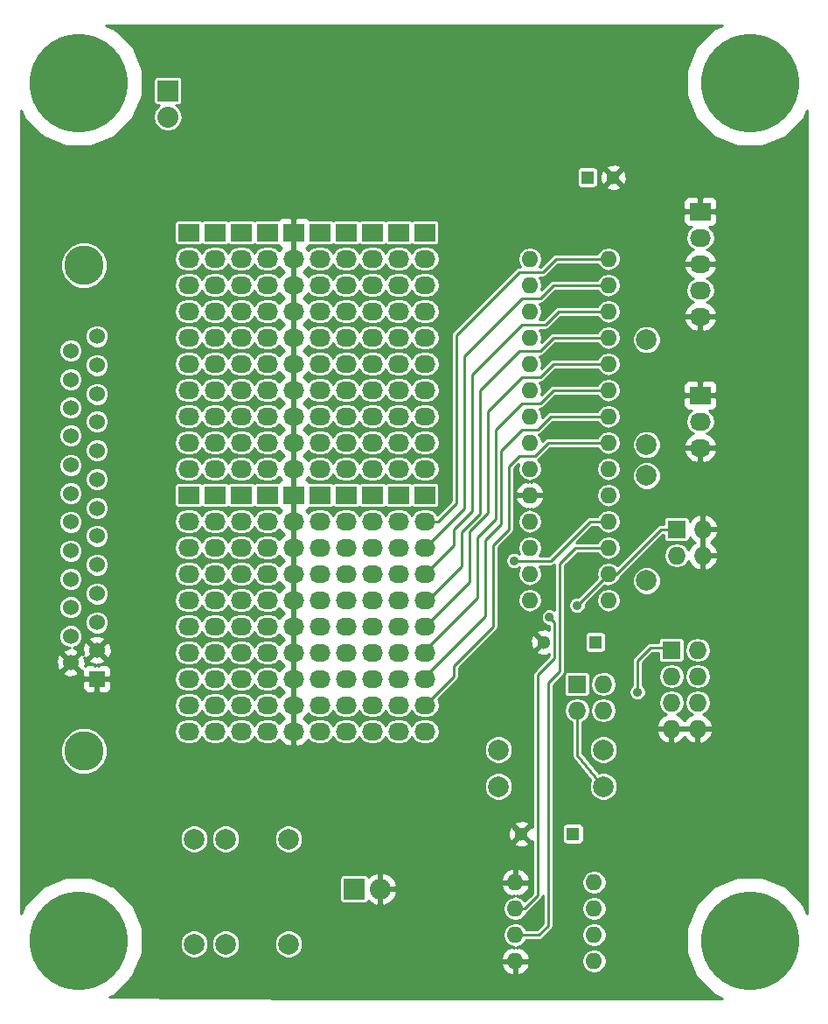
<source format=gbl>
G04 #@! TF.FileFunction,Copper,L2,Bot,Signal*
%FSLAX46Y46*%
G04 Gerber Fmt 4.6, Leading zero omitted, Abs format (unit mm)*
G04 Created by KiCad (PCBNEW (after 2015-mar-04 BZR unknown)-product) date 10/26/2016 1:01:29 PM*
%MOMM*%
G01*
G04 APERTURE LIST*
%ADD10C,0.150000*%
%ADD11C,9.525000*%
%ADD12R,2.032000X2.032000*%
%ADD13O,2.032000X2.032000*%
%ADD14R,1.300000X1.300000*%
%ADD15C,1.300000*%
%ADD16O,1.600000X1.600000*%
%ADD17R,1.727200X1.727200*%
%ADD18O,1.727200X1.727200*%
%ADD19R,2.032000X1.727200*%
%ADD20O,2.032000X1.727200*%
%ADD21C,1.998980*%
%ADD22C,3.810000*%
%ADD23R,1.524000X1.524000*%
%ADD24C,1.524000*%
%ADD25C,0.889000*%
%ADD26C,0.254000*%
G04 APERTURE END LIST*
D10*
D11*
X16000000Y-16000000D03*
X81000000Y-16000000D03*
X16000000Y-99000000D03*
X81000000Y-99000000D03*
D12*
X42672000Y-93980000D03*
D13*
X45212000Y-93980000D03*
D14*
X66040000Y-70104000D03*
D15*
X61040000Y-70104000D03*
D14*
X63881000Y-88646000D03*
D15*
X58881000Y-88646000D03*
D16*
X59690000Y-33020000D03*
X59690000Y-35560000D03*
X59690000Y-38100000D03*
X59690000Y-40640000D03*
X59690000Y-43180000D03*
X59690000Y-45720000D03*
X59690000Y-48260000D03*
X59690000Y-50800000D03*
X59690000Y-53340000D03*
X59690000Y-55880000D03*
X59690000Y-58420000D03*
X59690000Y-60960000D03*
X59690000Y-63500000D03*
X59690000Y-66040000D03*
X67310000Y-66040000D03*
X67310000Y-63500000D03*
X67310000Y-60960000D03*
X67310000Y-58420000D03*
X67310000Y-55880000D03*
X67310000Y-53340000D03*
X67310000Y-50800000D03*
X67310000Y-48260000D03*
X67310000Y-45720000D03*
X67310000Y-43180000D03*
X67310000Y-40640000D03*
X67310000Y-38100000D03*
X67310000Y-35560000D03*
X67310000Y-33020000D03*
X58293000Y-93345000D03*
X58293000Y-95885000D03*
X58293000Y-98425000D03*
X58293000Y-100965000D03*
X65913000Y-100965000D03*
X65913000Y-98425000D03*
X65913000Y-95885000D03*
X65913000Y-93345000D03*
D17*
X73406000Y-70866000D03*
D18*
X75946000Y-70866000D03*
X73406000Y-73406000D03*
X75946000Y-73406000D03*
X73406000Y-75946000D03*
X75946000Y-75946000D03*
X73406000Y-78486000D03*
X75946000Y-78486000D03*
D19*
X76200000Y-28448000D03*
D20*
X76200000Y-30988000D03*
X76200000Y-33528000D03*
X76200000Y-36068000D03*
X76200000Y-38608000D03*
D21*
X66802000Y-80518000D03*
X56642000Y-80518000D03*
X66802000Y-84074000D03*
X56642000Y-84074000D03*
X71000000Y-51000000D03*
X71000000Y-40840000D03*
X71000000Y-54000000D03*
X71000000Y-64160000D03*
X36322000Y-99314000D03*
X36322000Y-89154000D03*
X27178000Y-99314000D03*
X27178000Y-89154000D03*
X30226000Y-99314000D03*
X30226000Y-89154000D03*
D17*
X73914000Y-59182000D03*
D18*
X76454000Y-59182000D03*
X73914000Y-61722000D03*
X76454000Y-61722000D03*
D17*
X64262000Y-74168000D03*
D18*
X66802000Y-74168000D03*
X64262000Y-76708000D03*
X66802000Y-76708000D03*
D14*
X65278000Y-25146000D03*
D15*
X67778000Y-25146000D03*
D22*
X16510000Y-33655000D03*
X16510000Y-80645000D03*
D23*
X17780000Y-73660000D03*
D24*
X17780000Y-70866000D03*
X17780000Y-68199000D03*
X17780000Y-65405000D03*
X17780000Y-62611000D03*
X17780000Y-59817000D03*
X17780000Y-57150000D03*
X17780000Y-54356000D03*
X17780000Y-51562000D03*
X17780000Y-48768000D03*
X17780000Y-46101000D03*
X17780000Y-43307000D03*
X17780000Y-40513000D03*
X15240000Y-72085200D03*
X15240000Y-69545200D03*
X15240000Y-66751200D03*
X15240000Y-64008000D03*
X15240000Y-61264800D03*
X15240000Y-58470800D03*
X15240000Y-55727600D03*
X15240000Y-52984400D03*
X15240000Y-50139600D03*
X15240000Y-47447200D03*
X15240000Y-44704000D03*
X15240000Y-41910000D03*
D19*
X41910000Y-30480000D03*
D20*
X41910000Y-33020000D03*
X41910000Y-35560000D03*
X41910000Y-38100000D03*
X41910000Y-40640000D03*
X41910000Y-43180000D03*
X41910000Y-45720000D03*
X41910000Y-48260000D03*
X41910000Y-50800000D03*
X41910000Y-53340000D03*
D19*
X44450000Y-55880000D03*
D20*
X44450000Y-58420000D03*
X44450000Y-60960000D03*
X44450000Y-63500000D03*
X44450000Y-66040000D03*
X44450000Y-68580000D03*
X44450000Y-71120000D03*
X44450000Y-73660000D03*
X44450000Y-76200000D03*
X44450000Y-78740000D03*
D19*
X46990000Y-30480000D03*
D20*
X46990000Y-33020000D03*
X46990000Y-35560000D03*
X46990000Y-38100000D03*
X46990000Y-40640000D03*
X46990000Y-43180000D03*
X46990000Y-45720000D03*
X46990000Y-48260000D03*
X46990000Y-50800000D03*
X46990000Y-53340000D03*
D19*
X46990000Y-55880000D03*
D20*
X46990000Y-58420000D03*
X46990000Y-60960000D03*
X46990000Y-63500000D03*
X46990000Y-66040000D03*
X46990000Y-68580000D03*
X46990000Y-71120000D03*
X46990000Y-73660000D03*
X46990000Y-76200000D03*
X46990000Y-78740000D03*
D19*
X44450000Y-30480000D03*
D20*
X44450000Y-33020000D03*
X44450000Y-35560000D03*
X44450000Y-38100000D03*
X44450000Y-40640000D03*
X44450000Y-43180000D03*
X44450000Y-45720000D03*
X44450000Y-48260000D03*
X44450000Y-50800000D03*
X44450000Y-53340000D03*
D19*
X41910000Y-55880000D03*
D20*
X41910000Y-58420000D03*
X41910000Y-60960000D03*
X41910000Y-63500000D03*
X41910000Y-66040000D03*
X41910000Y-68580000D03*
X41910000Y-71120000D03*
X41910000Y-73660000D03*
X41910000Y-76200000D03*
X41910000Y-78740000D03*
D19*
X31750000Y-55880000D03*
D20*
X31750000Y-58420000D03*
X31750000Y-60960000D03*
X31750000Y-63500000D03*
X31750000Y-66040000D03*
X31750000Y-68580000D03*
X31750000Y-71120000D03*
X31750000Y-73660000D03*
X31750000Y-76200000D03*
X31750000Y-78740000D03*
D19*
X34290000Y-30480000D03*
D20*
X34290000Y-33020000D03*
X34290000Y-35560000D03*
X34290000Y-38100000D03*
X34290000Y-40640000D03*
X34290000Y-43180000D03*
X34290000Y-45720000D03*
X34290000Y-48260000D03*
X34290000Y-50800000D03*
X34290000Y-53340000D03*
D19*
X29210000Y-55880000D03*
D20*
X29210000Y-58420000D03*
X29210000Y-60960000D03*
X29210000Y-63500000D03*
X29210000Y-66040000D03*
X29210000Y-68580000D03*
X29210000Y-71120000D03*
X29210000Y-73660000D03*
X29210000Y-76200000D03*
X29210000Y-78740000D03*
D19*
X29210000Y-30480000D03*
D20*
X29210000Y-33020000D03*
X29210000Y-35560000D03*
X29210000Y-38100000D03*
X29210000Y-40640000D03*
X29210000Y-43180000D03*
X29210000Y-45720000D03*
X29210000Y-48260000D03*
X29210000Y-50800000D03*
X29210000Y-53340000D03*
D19*
X31750000Y-30480000D03*
D20*
X31750000Y-33020000D03*
X31750000Y-35560000D03*
X31750000Y-38100000D03*
X31750000Y-40640000D03*
X31750000Y-43180000D03*
X31750000Y-45720000D03*
X31750000Y-48260000D03*
X31750000Y-50800000D03*
X31750000Y-53340000D03*
D19*
X34290000Y-55880000D03*
D20*
X34290000Y-58420000D03*
X34290000Y-60960000D03*
X34290000Y-63500000D03*
X34290000Y-66040000D03*
X34290000Y-68580000D03*
X34290000Y-71120000D03*
X34290000Y-73660000D03*
X34290000Y-76200000D03*
X34290000Y-78740000D03*
D19*
X39370000Y-55880000D03*
D20*
X39370000Y-58420000D03*
X39370000Y-60960000D03*
X39370000Y-63500000D03*
X39370000Y-66040000D03*
X39370000Y-68580000D03*
X39370000Y-71120000D03*
X39370000Y-73660000D03*
X39370000Y-76200000D03*
X39370000Y-78740000D03*
D19*
X39370000Y-30480000D03*
D20*
X39370000Y-33020000D03*
X39370000Y-35560000D03*
X39370000Y-38100000D03*
X39370000Y-40640000D03*
X39370000Y-43180000D03*
X39370000Y-45720000D03*
X39370000Y-48260000D03*
X39370000Y-50800000D03*
X39370000Y-53340000D03*
D19*
X36830000Y-30480000D03*
D20*
X36830000Y-33020000D03*
X36830000Y-35560000D03*
X36830000Y-38100000D03*
X36830000Y-40640000D03*
X36830000Y-43180000D03*
X36830000Y-45720000D03*
X36830000Y-48260000D03*
X36830000Y-50800000D03*
X36830000Y-53340000D03*
D19*
X36830000Y-55880000D03*
D20*
X36830000Y-58420000D03*
X36830000Y-60960000D03*
X36830000Y-63500000D03*
X36830000Y-66040000D03*
X36830000Y-68580000D03*
X36830000Y-71120000D03*
X36830000Y-73660000D03*
X36830000Y-76200000D03*
X36830000Y-78740000D03*
D19*
X26670000Y-30480000D03*
D20*
X26670000Y-33020000D03*
X26670000Y-35560000D03*
X26670000Y-38100000D03*
X26670000Y-40640000D03*
X26670000Y-43180000D03*
X26670000Y-45720000D03*
X26670000Y-48260000D03*
X26670000Y-50800000D03*
X26670000Y-53340000D03*
D19*
X26670000Y-55880000D03*
D20*
X26670000Y-58420000D03*
X26670000Y-60960000D03*
X26670000Y-63500000D03*
X26670000Y-66040000D03*
X26670000Y-68580000D03*
X26670000Y-71120000D03*
X26670000Y-73660000D03*
X26670000Y-76200000D03*
X26670000Y-78740000D03*
D19*
X49530000Y-55880000D03*
D20*
X49530000Y-58420000D03*
X49530000Y-60960000D03*
X49530000Y-63500000D03*
X49530000Y-66040000D03*
X49530000Y-68580000D03*
X49530000Y-71120000D03*
X49530000Y-73660000D03*
X49530000Y-76200000D03*
X49530000Y-78740000D03*
D19*
X49530000Y-30480000D03*
D20*
X49530000Y-33020000D03*
X49530000Y-35560000D03*
X49530000Y-38100000D03*
X49530000Y-40640000D03*
X49530000Y-43180000D03*
X49530000Y-45720000D03*
X49530000Y-48260000D03*
X49530000Y-50800000D03*
X49530000Y-53340000D03*
D19*
X76200000Y-46228000D03*
D20*
X76200000Y-48768000D03*
X76200000Y-51308000D03*
D12*
X24638000Y-16764000D03*
D13*
X24638000Y-19304000D03*
D25*
X61595000Y-67691000D03*
X64262000Y-66548000D03*
X70104000Y-74930000D03*
X58166000Y-62230000D03*
D26*
X72390000Y-59182000D02*
X73914000Y-59182000D01*
X68072000Y-63500000D02*
X72390000Y-59182000D01*
X67310000Y-63500000D02*
X68072000Y-63500000D01*
X59182000Y-95885000D02*
X60452000Y-94615000D01*
X60452000Y-94615000D02*
X60452000Y-73279000D01*
X60452000Y-73279000D02*
X62102998Y-71628002D01*
X62102998Y-71628002D02*
X62102998Y-68198998D01*
X62102998Y-68198998D02*
X61595000Y-67691000D01*
X64262000Y-66548000D02*
X67310000Y-63500000D01*
X58293000Y-95885000D02*
X59182000Y-95885000D01*
X62611000Y-72898000D02*
X61468000Y-74041000D01*
X62611000Y-62484000D02*
X62611000Y-72898000D01*
X64135000Y-60960000D02*
X62611000Y-62484000D01*
X67310000Y-60960000D02*
X64135000Y-60960000D01*
X60579000Y-98425000D02*
X61468000Y-97536000D01*
X61468000Y-97536000D02*
X61468000Y-74041000D01*
X58293000Y-98425000D02*
X60579000Y-98425000D01*
X73152000Y-70612000D02*
X73406000Y-70866000D01*
X70104000Y-74930000D02*
X70104000Y-71882000D01*
X70104000Y-71882000D02*
X71374000Y-70612000D01*
X71374000Y-70612000D02*
X73152000Y-70612000D01*
X58166000Y-62230000D02*
X61722000Y-62230000D01*
X61722000Y-62230000D02*
X65532000Y-58420000D01*
X65532000Y-58420000D02*
X67310000Y-58420000D01*
X64262000Y-81026000D02*
X64262000Y-76708000D01*
X66802000Y-84074000D02*
X64262000Y-81026000D01*
X62230000Y-33020000D02*
X67310000Y-33020000D01*
X60960000Y-34290000D02*
X62230000Y-33020000D01*
X49530000Y-58420000D02*
X50546000Y-58420000D01*
X58674000Y-34290000D02*
X52578000Y-40386000D01*
X52578000Y-40386000D02*
X52578000Y-56642000D01*
X52578000Y-56642000D02*
X50800000Y-58420000D01*
X50800000Y-58420000D02*
X49530000Y-58420000D01*
X60960000Y-34290000D02*
X58674000Y-34290000D01*
X61976000Y-35560000D02*
X67310000Y-35560000D01*
X60706000Y-36830000D02*
X61976000Y-35560000D01*
X49530000Y-60960000D02*
X50038000Y-60960000D01*
X58928000Y-36830000D02*
X53340000Y-42418000D01*
X53340000Y-42418000D02*
X53340000Y-57150000D01*
X53340000Y-57150000D02*
X49530000Y-60960000D01*
X60706000Y-36830000D02*
X58928000Y-36830000D01*
X49530000Y-63500000D02*
X50292000Y-63500000D01*
X62484000Y-38100000D02*
X67310000Y-38100000D01*
X61214000Y-39370000D02*
X62484000Y-38100000D01*
X58928000Y-39370000D02*
X54102000Y-44196000D01*
X61214000Y-39370000D02*
X58928000Y-39370000D01*
X52324000Y-60706000D02*
X52324000Y-59182000D01*
X52324000Y-59182000D02*
X54102000Y-57404000D01*
X54102000Y-57404000D02*
X54102000Y-44196000D01*
X49530000Y-63500000D02*
X52324000Y-60706000D01*
X60706000Y-41910000D02*
X61976000Y-40640000D01*
X61976000Y-40640000D02*
X67310000Y-40640000D01*
X58674000Y-41910000D02*
X54864000Y-45720000D01*
X60706000Y-41910000D02*
X58674000Y-41910000D01*
X53086000Y-62738000D02*
X53086000Y-59436000D01*
X53086000Y-59436000D02*
X54864000Y-57658000D01*
X54864000Y-57658000D02*
X54864000Y-45720000D01*
X49784000Y-66040000D02*
X53086000Y-62738000D01*
X49530000Y-66040000D02*
X49784000Y-66040000D01*
X60706000Y-44450000D02*
X61976000Y-43180000D01*
X61976000Y-43180000D02*
X67310000Y-43180000D01*
X58928000Y-44450000D02*
X55626000Y-47752000D01*
X55626000Y-47752000D02*
X55626000Y-57614424D01*
X60706000Y-44450000D02*
X58928000Y-44450000D01*
X53848000Y-64262000D02*
X53848000Y-59392424D01*
X53848000Y-59392424D02*
X55626000Y-57614424D01*
X49530000Y-68580000D02*
X53848000Y-64262000D01*
X61976000Y-45720000D02*
X67310000Y-45720000D01*
X60706000Y-46990000D02*
X61976000Y-45720000D01*
X49530000Y-71120000D02*
X50292000Y-71120000D01*
X58928000Y-46990000D02*
X56387998Y-49530002D01*
X56387998Y-49530002D02*
X56387998Y-58166000D01*
X60706000Y-46990000D02*
X58928000Y-46990000D01*
X54610000Y-65786000D02*
X54610000Y-59943998D01*
X54610000Y-59943998D02*
X56387998Y-58166000D01*
X49530000Y-70866000D02*
X54610000Y-65786000D01*
X49530000Y-71120000D02*
X49530000Y-70866000D01*
X61722000Y-48260000D02*
X67310000Y-48260000D01*
X60452000Y-49530000D02*
X61722000Y-48260000D01*
X58928000Y-49530000D02*
X56896000Y-51562000D01*
X56896000Y-51562000D02*
X56896000Y-58674000D01*
X60452000Y-49530000D02*
X58928000Y-49530000D01*
X55372000Y-67564000D02*
X55372000Y-60198000D01*
X55372000Y-60198000D02*
X56896000Y-58674000D01*
X49530000Y-73406000D02*
X55372000Y-67564000D01*
X49530000Y-73660000D02*
X49530000Y-73406000D01*
X49530000Y-76200000D02*
X50038000Y-76200000D01*
X61468000Y-50800000D02*
X67310000Y-50800000D01*
X60198000Y-52070000D02*
X61468000Y-50800000D01*
X58674000Y-52070000D02*
X57658000Y-53086000D01*
X57658000Y-53086000D02*
X57658000Y-59182000D01*
X60198000Y-52070000D02*
X58674000Y-52070000D01*
X52324000Y-73406000D02*
X52324000Y-72390000D01*
X52324000Y-72390000D02*
X56134000Y-68580000D01*
X56134000Y-68580000D02*
X56134000Y-60706000D01*
X56134000Y-60706000D02*
X57658000Y-59182000D01*
X49530000Y-76200000D02*
X52324000Y-73406000D01*
G36*
X86569000Y-96348473D02*
X86224815Y-95515482D01*
X84493632Y-93781275D01*
X82230575Y-92841571D01*
X79780175Y-92839433D01*
X77908958Y-93612604D01*
X77908958Y-62081026D01*
X77908958Y-61362974D01*
X77736688Y-60947053D01*
X77342490Y-60515179D01*
X77207687Y-60452000D01*
X77342490Y-60388821D01*
X77736688Y-59956947D01*
X77908958Y-59541026D01*
X77908958Y-58822974D01*
X77851000Y-58683042D01*
X77851000Y-47217910D01*
X77851000Y-46965291D01*
X77851000Y-46513750D01*
X77851000Y-45942250D01*
X77851000Y-45490709D01*
X77851000Y-45238090D01*
X77851000Y-29437910D01*
X77851000Y-29185291D01*
X77851000Y-28733750D01*
X77851000Y-28162250D01*
X77851000Y-27710709D01*
X77851000Y-27458090D01*
X77754327Y-27224701D01*
X77575698Y-27046073D01*
X77342309Y-26949400D01*
X76485750Y-26949400D01*
X76327000Y-27108150D01*
X76327000Y-28321000D01*
X77692250Y-28321000D01*
X77851000Y-28162250D01*
X77851000Y-28733750D01*
X77692250Y-28575000D01*
X76327000Y-28575000D01*
X76327000Y-28595000D01*
X76073000Y-28595000D01*
X76073000Y-28575000D01*
X76073000Y-28321000D01*
X76073000Y-27108150D01*
X75914250Y-26949400D01*
X75057691Y-26949400D01*
X74824302Y-27046073D01*
X74645673Y-27224701D01*
X74549000Y-27458090D01*
X74549000Y-27710709D01*
X74549000Y-28162250D01*
X74707750Y-28321000D01*
X76073000Y-28321000D01*
X76073000Y-28575000D01*
X74707750Y-28575000D01*
X74549000Y-28733750D01*
X74549000Y-29185291D01*
X74549000Y-29437910D01*
X74645673Y-29671299D01*
X74824302Y-29849927D01*
X75057691Y-29946600D01*
X75381621Y-29946600D01*
X75140166Y-30107935D01*
X74870371Y-30511712D01*
X74775631Y-30988000D01*
X74870371Y-31464288D01*
X75140166Y-31868065D01*
X75543943Y-32137860D01*
X75558242Y-32140704D01*
X75285680Y-32236046D01*
X74849268Y-32625964D01*
X74595291Y-33153209D01*
X74592642Y-33168974D01*
X74713783Y-33401000D01*
X76073000Y-33401000D01*
X76073000Y-33381000D01*
X76327000Y-33381000D01*
X76327000Y-33401000D01*
X77686217Y-33401000D01*
X77807358Y-33168974D01*
X77804709Y-33153209D01*
X77550732Y-32625964D01*
X77114320Y-32236046D01*
X76841757Y-32140704D01*
X76856057Y-32137860D01*
X77259834Y-31868065D01*
X77529629Y-31464288D01*
X77624369Y-30988000D01*
X77529629Y-30511712D01*
X77259834Y-30107935D01*
X77018378Y-29946600D01*
X77342309Y-29946600D01*
X77575698Y-29849927D01*
X77754327Y-29671299D01*
X77851000Y-29437910D01*
X77851000Y-45238090D01*
X77807358Y-45132729D01*
X77807358Y-38967026D01*
X77807358Y-38248974D01*
X77804709Y-38233209D01*
X77550732Y-37705964D01*
X77114320Y-37316046D01*
X76841757Y-37220704D01*
X76856057Y-37217860D01*
X77259834Y-36948065D01*
X77529629Y-36544288D01*
X77624369Y-36068000D01*
X77529629Y-35591712D01*
X77259834Y-35187935D01*
X76856057Y-34918140D01*
X76841757Y-34915295D01*
X77114320Y-34819954D01*
X77550732Y-34430036D01*
X77804709Y-33902791D01*
X77807358Y-33887026D01*
X77686217Y-33655000D01*
X76327000Y-33655000D01*
X76327000Y-33675000D01*
X76073000Y-33675000D01*
X76073000Y-33655000D01*
X74713783Y-33655000D01*
X74592642Y-33887026D01*
X74595291Y-33902791D01*
X74849268Y-34430036D01*
X75285680Y-34819954D01*
X75558242Y-34915295D01*
X75543943Y-34918140D01*
X75140166Y-35187935D01*
X74870371Y-35591712D01*
X74775631Y-36068000D01*
X74870371Y-36544288D01*
X75140166Y-36948065D01*
X75543943Y-37217860D01*
X75558242Y-37220704D01*
X75285680Y-37316046D01*
X74849268Y-37705964D01*
X74595291Y-38233209D01*
X74592642Y-38248974D01*
X74713783Y-38481000D01*
X76073000Y-38481000D01*
X76073000Y-38461000D01*
X76327000Y-38461000D01*
X76327000Y-38481000D01*
X77686217Y-38481000D01*
X77807358Y-38248974D01*
X77807358Y-38967026D01*
X77686217Y-38735000D01*
X76327000Y-38735000D01*
X76327000Y-39948924D01*
X76561913Y-40093184D01*
X77114320Y-39899954D01*
X77550732Y-39510036D01*
X77804709Y-38982791D01*
X77807358Y-38967026D01*
X77807358Y-45132729D01*
X77754327Y-45004701D01*
X77575698Y-44826073D01*
X77342309Y-44729400D01*
X76485750Y-44729400D01*
X76327000Y-44888150D01*
X76327000Y-46101000D01*
X77692250Y-46101000D01*
X77851000Y-45942250D01*
X77851000Y-46513750D01*
X77692250Y-46355000D01*
X76327000Y-46355000D01*
X76327000Y-46375000D01*
X76073000Y-46375000D01*
X76073000Y-46355000D01*
X76073000Y-46101000D01*
X76073000Y-44888150D01*
X76073000Y-39948924D01*
X76073000Y-38735000D01*
X74713783Y-38735000D01*
X74592642Y-38967026D01*
X74595291Y-38982791D01*
X74849268Y-39510036D01*
X75285680Y-39899954D01*
X75838087Y-40093184D01*
X76073000Y-39948924D01*
X76073000Y-44888150D01*
X75914250Y-44729400D01*
X75057691Y-44729400D01*
X74824302Y-44826073D01*
X74645673Y-45004701D01*
X74549000Y-45238090D01*
X74549000Y-45490709D01*
X74549000Y-45942250D01*
X74707750Y-46101000D01*
X76073000Y-46101000D01*
X76073000Y-46355000D01*
X74707750Y-46355000D01*
X74549000Y-46513750D01*
X74549000Y-46965291D01*
X74549000Y-47217910D01*
X74645673Y-47451299D01*
X74824302Y-47629927D01*
X75057691Y-47726600D01*
X75381621Y-47726600D01*
X75140166Y-47887935D01*
X74870371Y-48291712D01*
X74775631Y-48768000D01*
X74870371Y-49244288D01*
X75140166Y-49648065D01*
X75543943Y-49917860D01*
X75558242Y-49920704D01*
X75285680Y-50016046D01*
X74849268Y-50405964D01*
X74595291Y-50933209D01*
X74592642Y-50948974D01*
X74713783Y-51181000D01*
X76073000Y-51181000D01*
X76073000Y-51161000D01*
X76327000Y-51161000D01*
X76327000Y-51181000D01*
X77686217Y-51181000D01*
X77807358Y-50948974D01*
X77804709Y-50933209D01*
X77550732Y-50405964D01*
X77114320Y-50016046D01*
X76841757Y-49920704D01*
X76856057Y-49917860D01*
X77259834Y-49648065D01*
X77529629Y-49244288D01*
X77624369Y-48768000D01*
X77529629Y-48291712D01*
X77259834Y-47887935D01*
X77018378Y-47726600D01*
X77342309Y-47726600D01*
X77575698Y-47629927D01*
X77754327Y-47451299D01*
X77851000Y-47217910D01*
X77851000Y-58683042D01*
X77807358Y-58577675D01*
X77807358Y-51667026D01*
X77686217Y-51435000D01*
X76327000Y-51435000D01*
X76327000Y-52648924D01*
X76561913Y-52793184D01*
X77114320Y-52599954D01*
X77550732Y-52210036D01*
X77804709Y-51682791D01*
X77807358Y-51667026D01*
X77807358Y-58577675D01*
X77736688Y-58407053D01*
X77342490Y-57975179D01*
X76813027Y-57727032D01*
X76581000Y-57847531D01*
X76581000Y-59055000D01*
X77787817Y-59055000D01*
X77908958Y-58822974D01*
X77908958Y-59541026D01*
X77787817Y-59309000D01*
X76581000Y-59309000D01*
X76581000Y-60387531D01*
X76581000Y-60516469D01*
X76581000Y-61595000D01*
X77787817Y-61595000D01*
X77908958Y-61362974D01*
X77908958Y-62081026D01*
X77787817Y-61849000D01*
X76581000Y-61849000D01*
X76581000Y-63056469D01*
X76813027Y-63176968D01*
X77342490Y-62928821D01*
X77736688Y-62496947D01*
X77908958Y-62081026D01*
X77908958Y-93612604D01*
X77515482Y-93775185D01*
X77400958Y-93889509D01*
X77400958Y-78845026D01*
X77400958Y-78126974D01*
X77228688Y-77711053D01*
X76834490Y-77279179D01*
X76444338Y-77096323D01*
X76446671Y-77095860D01*
X76850448Y-76826065D01*
X77120243Y-76422288D01*
X77214983Y-75946000D01*
X77214983Y-73406000D01*
X77214983Y-70866000D01*
X77120243Y-70389712D01*
X76850448Y-69985935D01*
X76446671Y-69716140D01*
X76327000Y-69692335D01*
X76327000Y-63056469D01*
X76327000Y-61849000D01*
X76307000Y-61849000D01*
X76307000Y-61595000D01*
X76327000Y-61595000D01*
X76327000Y-60516469D01*
X76327000Y-60387531D01*
X76327000Y-59309000D01*
X76307000Y-59309000D01*
X76307000Y-59055000D01*
X76327000Y-59055000D01*
X76327000Y-57847531D01*
X76094973Y-57727032D01*
X76073000Y-57737330D01*
X76073000Y-52648924D01*
X76073000Y-51435000D01*
X74713783Y-51435000D01*
X74592642Y-51667026D01*
X74595291Y-51682791D01*
X74849268Y-52210036D01*
X75285680Y-52599954D01*
X75838087Y-52793184D01*
X76073000Y-52648924D01*
X76073000Y-57737330D01*
X75565510Y-57975179D01*
X75171312Y-58407053D01*
X75166064Y-58419723D01*
X75166064Y-58318400D01*
X75137878Y-58173126D01*
X75054004Y-58045444D01*
X74927384Y-57959974D01*
X74777600Y-57929936D01*
X73050400Y-57929936D01*
X72905126Y-57958122D01*
X72777444Y-58041996D01*
X72691974Y-58168616D01*
X72661936Y-58318400D01*
X72661936Y-58674000D01*
X72390000Y-58674000D01*
X72380729Y-58675844D01*
X72380729Y-53726608D01*
X72380729Y-50726608D01*
X72380729Y-40566608D01*
X72171005Y-40059037D01*
X71783006Y-39670360D01*
X71275801Y-39459751D01*
X70726608Y-39459271D01*
X70219037Y-39668995D01*
X69830360Y-40056994D01*
X69619751Y-40564199D01*
X69619271Y-41113392D01*
X69828995Y-41620963D01*
X70216994Y-42009640D01*
X70724199Y-42220249D01*
X71273392Y-42220729D01*
X71780963Y-42011005D01*
X72169640Y-41623006D01*
X72380249Y-41115801D01*
X72380729Y-40566608D01*
X72380729Y-50726608D01*
X72171005Y-50219037D01*
X71783006Y-49830360D01*
X71275801Y-49619751D01*
X70726608Y-49619271D01*
X70219037Y-49828995D01*
X69830360Y-50216994D01*
X69619751Y-50724199D01*
X69619271Y-51273392D01*
X69828995Y-51780963D01*
X70216994Y-52169640D01*
X70724199Y-52380249D01*
X71273392Y-52380729D01*
X71780963Y-52171005D01*
X72169640Y-51783006D01*
X72380249Y-51275801D01*
X72380729Y-50726608D01*
X72380729Y-53726608D01*
X72171005Y-53219037D01*
X71783006Y-52830360D01*
X71275801Y-52619751D01*
X70726608Y-52619271D01*
X70219037Y-52828995D01*
X69830360Y-53216994D01*
X69619751Y-53724199D01*
X69619271Y-54273392D01*
X69828995Y-54780963D01*
X70216994Y-55169640D01*
X70724199Y-55380249D01*
X71273392Y-55380729D01*
X71780963Y-55171005D01*
X72169640Y-54783006D01*
X72380249Y-54275801D01*
X72380729Y-53726608D01*
X72380729Y-58675844D01*
X72195596Y-58712669D01*
X72030790Y-58822790D01*
X69075622Y-61777957D01*
X69075622Y-25326922D01*
X69046083Y-24816572D01*
X68907611Y-24482271D01*
X68677016Y-24426590D01*
X68497410Y-24606195D01*
X68497410Y-24246984D01*
X68441729Y-24016389D01*
X67958922Y-23848378D01*
X67448572Y-23877917D01*
X67114271Y-24016389D01*
X67058590Y-24246984D01*
X67778000Y-24966395D01*
X68497410Y-24246984D01*
X68497410Y-24606195D01*
X67957605Y-25146000D01*
X68677016Y-25865410D01*
X68907611Y-25809729D01*
X69075622Y-25326922D01*
X69075622Y-61777957D01*
X68514137Y-62339442D01*
X68514137Y-60960000D01*
X68424239Y-60508051D01*
X68168230Y-60124907D01*
X67785086Y-59868898D01*
X67333137Y-59779000D01*
X67286863Y-59779000D01*
X66834914Y-59868898D01*
X66451770Y-60124907D01*
X66233213Y-60452000D01*
X64218420Y-60452000D01*
X65742420Y-58928000D01*
X66233213Y-58928000D01*
X66451770Y-59255093D01*
X66834914Y-59511102D01*
X67286863Y-59601000D01*
X67333137Y-59601000D01*
X67785086Y-59511102D01*
X68168230Y-59255093D01*
X68424239Y-58871949D01*
X68514137Y-58420000D01*
X68514137Y-55880000D01*
X68514137Y-53340000D01*
X68514137Y-50800000D01*
X68424239Y-50348051D01*
X68168230Y-49964907D01*
X67785086Y-49708898D01*
X67333137Y-49619000D01*
X67286863Y-49619000D01*
X66834914Y-49708898D01*
X66451770Y-49964907D01*
X66233213Y-50292000D01*
X61468000Y-50292000D01*
X61305849Y-50324253D01*
X61273596Y-50330669D01*
X61108790Y-50440790D01*
X60870153Y-50679426D01*
X60804239Y-50348051D01*
X60580050Y-50012529D01*
X60646403Y-49999331D01*
X60811210Y-49889210D01*
X61932420Y-48768000D01*
X66233213Y-48768000D01*
X66451770Y-49095093D01*
X66834914Y-49351102D01*
X67286863Y-49441000D01*
X67333137Y-49441000D01*
X67785086Y-49351102D01*
X68168230Y-49095093D01*
X68424239Y-48711949D01*
X68514137Y-48260000D01*
X68424239Y-47808051D01*
X68168230Y-47424907D01*
X67785086Y-47168898D01*
X67333137Y-47079000D01*
X67286863Y-47079000D01*
X66834914Y-47168898D01*
X66451770Y-47424907D01*
X66233213Y-47752000D01*
X61722000Y-47752000D01*
X61559849Y-47784253D01*
X61527596Y-47790669D01*
X61362790Y-47900790D01*
X60866962Y-48396617D01*
X60894137Y-48260000D01*
X60804239Y-47808051D01*
X60597069Y-47498000D01*
X60706000Y-47498000D01*
X60900403Y-47459331D01*
X61065210Y-47349210D01*
X62186420Y-46228000D01*
X66233213Y-46228000D01*
X66451770Y-46555093D01*
X66834914Y-46811102D01*
X67286863Y-46901000D01*
X67333137Y-46901000D01*
X67785086Y-46811102D01*
X68168230Y-46555093D01*
X68424239Y-46171949D01*
X68514137Y-45720000D01*
X68424239Y-45268051D01*
X68168230Y-44884907D01*
X67785086Y-44628898D01*
X67333137Y-44539000D01*
X67286863Y-44539000D01*
X66834914Y-44628898D01*
X66451770Y-44884907D01*
X66233213Y-45212000D01*
X61976000Y-45212000D01*
X61813849Y-45244253D01*
X61781596Y-45250669D01*
X61616790Y-45360790D01*
X60801435Y-46176144D01*
X60804239Y-46171949D01*
X60894137Y-45720000D01*
X60804239Y-45268051D01*
X60597069Y-44958000D01*
X60706000Y-44958000D01*
X60900403Y-44919331D01*
X61065210Y-44809210D01*
X62186420Y-43688000D01*
X66233213Y-43688000D01*
X66451770Y-44015093D01*
X66834914Y-44271102D01*
X67286863Y-44361000D01*
X67333137Y-44361000D01*
X67785086Y-44271102D01*
X68168230Y-44015093D01*
X68424239Y-43631949D01*
X68514137Y-43180000D01*
X68424239Y-42728051D01*
X68168230Y-42344907D01*
X67785086Y-42088898D01*
X67333137Y-41999000D01*
X67286863Y-41999000D01*
X66834914Y-42088898D01*
X66451770Y-42344907D01*
X66233213Y-42672000D01*
X61976000Y-42672000D01*
X61813849Y-42704253D01*
X61781596Y-42710669D01*
X61616790Y-42820790D01*
X60801435Y-43636144D01*
X60804239Y-43631949D01*
X60894137Y-43180000D01*
X60804239Y-42728051D01*
X60597069Y-42418000D01*
X60706000Y-42418000D01*
X60900403Y-42379331D01*
X61065210Y-42269210D01*
X62186420Y-41148000D01*
X66233213Y-41148000D01*
X66451770Y-41475093D01*
X66834914Y-41731102D01*
X67286863Y-41821000D01*
X67333137Y-41821000D01*
X67785086Y-41731102D01*
X68168230Y-41475093D01*
X68424239Y-41091949D01*
X68514137Y-40640000D01*
X68424239Y-40188051D01*
X68168230Y-39804907D01*
X67785086Y-39548898D01*
X67333137Y-39459000D01*
X67286863Y-39459000D01*
X66834914Y-39548898D01*
X66451770Y-39804907D01*
X66233213Y-40132000D01*
X61976000Y-40132000D01*
X61813849Y-40164253D01*
X61781596Y-40170669D01*
X61616790Y-40280790D01*
X60801435Y-41096144D01*
X60804239Y-41091949D01*
X60894137Y-40640000D01*
X60804239Y-40188051D01*
X60597069Y-39878000D01*
X61214000Y-39878000D01*
X61408403Y-39839331D01*
X61573210Y-39729210D01*
X62694420Y-38608000D01*
X66233213Y-38608000D01*
X66451770Y-38935093D01*
X66834914Y-39191102D01*
X67286863Y-39281000D01*
X67333137Y-39281000D01*
X67785086Y-39191102D01*
X68168230Y-38935093D01*
X68424239Y-38551949D01*
X68514137Y-38100000D01*
X68424239Y-37648051D01*
X68168230Y-37264907D01*
X67785086Y-37008898D01*
X67333137Y-36919000D01*
X67286863Y-36919000D01*
X66834914Y-37008898D01*
X66451770Y-37264907D01*
X66233213Y-37592000D01*
X62484000Y-37592000D01*
X62321849Y-37624253D01*
X62289596Y-37630669D01*
X62124790Y-37740790D01*
X61003580Y-38862000D01*
X60597069Y-38862000D01*
X60804239Y-38551949D01*
X60894137Y-38100000D01*
X60804239Y-37648051D01*
X60597069Y-37338000D01*
X60706000Y-37338000D01*
X60900403Y-37299331D01*
X61065210Y-37189210D01*
X62186420Y-36068000D01*
X66233213Y-36068000D01*
X66451770Y-36395093D01*
X66834914Y-36651102D01*
X67286863Y-36741000D01*
X67333137Y-36741000D01*
X67785086Y-36651102D01*
X68168230Y-36395093D01*
X68424239Y-36011949D01*
X68514137Y-35560000D01*
X68424239Y-35108051D01*
X68168230Y-34724907D01*
X67785086Y-34468898D01*
X67333137Y-34379000D01*
X67286863Y-34379000D01*
X66834914Y-34468898D01*
X66451770Y-34724907D01*
X66233213Y-35052000D01*
X61976000Y-35052000D01*
X61813849Y-35084253D01*
X61781596Y-35090669D01*
X61616790Y-35200790D01*
X60801435Y-36016144D01*
X60804239Y-36011949D01*
X60894137Y-35560000D01*
X60804239Y-35108051D01*
X60597069Y-34798000D01*
X60960000Y-34798000D01*
X61154403Y-34759331D01*
X61319210Y-34649210D01*
X62440420Y-33528000D01*
X66233213Y-33528000D01*
X66451770Y-33855093D01*
X66834914Y-34111102D01*
X67286863Y-34201000D01*
X67333137Y-34201000D01*
X67785086Y-34111102D01*
X68168230Y-33855093D01*
X68424239Y-33471949D01*
X68514137Y-33020000D01*
X68497410Y-32935907D01*
X68497410Y-26045016D01*
X67778000Y-25325605D01*
X67598395Y-25505210D01*
X67598395Y-25146000D01*
X66878984Y-24426590D01*
X66648389Y-24482271D01*
X66480378Y-24965078D01*
X66509917Y-25475428D01*
X66648389Y-25809729D01*
X66878984Y-25865410D01*
X67598395Y-25146000D01*
X67598395Y-25505210D01*
X67058590Y-26045016D01*
X67114271Y-26275611D01*
X67597078Y-26443622D01*
X68107428Y-26414083D01*
X68441729Y-26275611D01*
X68497410Y-26045016D01*
X68497410Y-32935907D01*
X68424239Y-32568051D01*
X68168230Y-32184907D01*
X67785086Y-31928898D01*
X67333137Y-31839000D01*
X67286863Y-31839000D01*
X66834914Y-31928898D01*
X66451770Y-32184907D01*
X66316464Y-32387406D01*
X66316464Y-25796000D01*
X66316464Y-24496000D01*
X66288278Y-24350726D01*
X66204404Y-24223044D01*
X66077784Y-24137574D01*
X65928000Y-24107536D01*
X64628000Y-24107536D01*
X64482726Y-24135722D01*
X64355044Y-24219596D01*
X64269574Y-24346216D01*
X64239536Y-24496000D01*
X64239536Y-25796000D01*
X64267722Y-25941274D01*
X64351596Y-26068956D01*
X64478216Y-26154426D01*
X64628000Y-26184464D01*
X65928000Y-26184464D01*
X66073274Y-26156278D01*
X66200956Y-26072404D01*
X66286426Y-25945784D01*
X66316464Y-25796000D01*
X66316464Y-32387406D01*
X66233213Y-32512000D01*
X62230000Y-32512000D01*
X62067849Y-32544253D01*
X62035596Y-32550669D01*
X61870790Y-32660790D01*
X60749580Y-33782000D01*
X60597069Y-33782000D01*
X60804239Y-33471949D01*
X60894137Y-33020000D01*
X60804239Y-32568051D01*
X60548230Y-32184907D01*
X60165086Y-31928898D01*
X59713137Y-31839000D01*
X59666863Y-31839000D01*
X59214914Y-31928898D01*
X58831770Y-32184907D01*
X58575761Y-32568051D01*
X58485863Y-33020000D01*
X58575761Y-33471949D01*
X58782930Y-33782000D01*
X58674000Y-33782000D01*
X58479597Y-33820669D01*
X58314790Y-33930790D01*
X52218790Y-40026790D01*
X52108669Y-40191597D01*
X52070000Y-40386000D01*
X52070000Y-56431580D01*
X50738760Y-57762819D01*
X50589834Y-57539935D01*
X50186057Y-57270140D01*
X49709769Y-57175400D01*
X49350231Y-57175400D01*
X48873943Y-57270140D01*
X48470166Y-57539935D01*
X48260000Y-57854470D01*
X48049834Y-57539935D01*
X47646057Y-57270140D01*
X47169769Y-57175400D01*
X46810231Y-57175400D01*
X46333943Y-57270140D01*
X45930166Y-57539935D01*
X45720000Y-57854470D01*
X45509834Y-57539935D01*
X45106057Y-57270140D01*
X44629769Y-57175400D01*
X44270231Y-57175400D01*
X43793943Y-57270140D01*
X43390166Y-57539935D01*
X43180000Y-57854470D01*
X42969834Y-57539935D01*
X42566057Y-57270140D01*
X42089769Y-57175400D01*
X41730231Y-57175400D01*
X41253943Y-57270140D01*
X40850166Y-57539935D01*
X40640000Y-57854470D01*
X40429834Y-57539935D01*
X40026057Y-57270140D01*
X39549769Y-57175400D01*
X39190231Y-57175400D01*
X38713943Y-57270140D01*
X38310166Y-57539935D01*
X38241104Y-57643293D01*
X38180732Y-57517964D01*
X38008139Y-57363758D01*
X38205698Y-57281927D01*
X38355561Y-57132064D01*
X40386000Y-57132064D01*
X40531274Y-57103878D01*
X40640583Y-57032072D01*
X40744216Y-57102026D01*
X40894000Y-57132064D01*
X42926000Y-57132064D01*
X43071274Y-57103878D01*
X43180583Y-57032072D01*
X43284216Y-57102026D01*
X43434000Y-57132064D01*
X45466000Y-57132064D01*
X45611274Y-57103878D01*
X45720583Y-57032072D01*
X45824216Y-57102026D01*
X45974000Y-57132064D01*
X48006000Y-57132064D01*
X48151274Y-57103878D01*
X48260583Y-57032072D01*
X48364216Y-57102026D01*
X48514000Y-57132064D01*
X50546000Y-57132064D01*
X50691274Y-57103878D01*
X50818956Y-57020004D01*
X50904426Y-56893384D01*
X50934464Y-56743600D01*
X50934464Y-55016400D01*
X50906278Y-54871126D01*
X50822404Y-54743444D01*
X50695784Y-54657974D01*
X50546000Y-54627936D01*
X48514000Y-54627936D01*
X48368726Y-54656122D01*
X48259416Y-54727927D01*
X48155784Y-54657974D01*
X48006000Y-54627936D01*
X45974000Y-54627936D01*
X45828726Y-54656122D01*
X45719416Y-54727927D01*
X45615784Y-54657974D01*
X45466000Y-54627936D01*
X43434000Y-54627936D01*
X43288726Y-54656122D01*
X43179416Y-54727927D01*
X43075784Y-54657974D01*
X42926000Y-54627936D01*
X40894000Y-54627936D01*
X40748726Y-54656122D01*
X40639416Y-54727927D01*
X40535784Y-54657974D01*
X40386000Y-54627936D01*
X38355561Y-54627936D01*
X38205698Y-54478073D01*
X38008139Y-54396241D01*
X38180732Y-54242036D01*
X38241104Y-54116706D01*
X38310166Y-54220065D01*
X38713943Y-54489860D01*
X39190231Y-54584600D01*
X39549769Y-54584600D01*
X40026057Y-54489860D01*
X40429834Y-54220065D01*
X40640000Y-53905529D01*
X40850166Y-54220065D01*
X41253943Y-54489860D01*
X41730231Y-54584600D01*
X42089769Y-54584600D01*
X42566057Y-54489860D01*
X42969834Y-54220065D01*
X43180000Y-53905529D01*
X43390166Y-54220065D01*
X43793943Y-54489860D01*
X44270231Y-54584600D01*
X44629769Y-54584600D01*
X45106057Y-54489860D01*
X45509834Y-54220065D01*
X45720000Y-53905529D01*
X45930166Y-54220065D01*
X46333943Y-54489860D01*
X46810231Y-54584600D01*
X47169769Y-54584600D01*
X47646057Y-54489860D01*
X48049834Y-54220065D01*
X48260000Y-53905529D01*
X48470166Y-54220065D01*
X48873943Y-54489860D01*
X49350231Y-54584600D01*
X49709769Y-54584600D01*
X50186057Y-54489860D01*
X50589834Y-54220065D01*
X50859629Y-53816288D01*
X50954369Y-53340000D01*
X50859629Y-52863712D01*
X50589834Y-52459935D01*
X50186057Y-52190140D01*
X49709769Y-52095400D01*
X49350231Y-52095400D01*
X48873943Y-52190140D01*
X48470166Y-52459935D01*
X48260000Y-52774470D01*
X48049834Y-52459935D01*
X47646057Y-52190140D01*
X47169769Y-52095400D01*
X46810231Y-52095400D01*
X46333943Y-52190140D01*
X45930166Y-52459935D01*
X45720000Y-52774470D01*
X45509834Y-52459935D01*
X45106057Y-52190140D01*
X44629769Y-52095400D01*
X44270231Y-52095400D01*
X43793943Y-52190140D01*
X43390166Y-52459935D01*
X43180000Y-52774470D01*
X42969834Y-52459935D01*
X42566057Y-52190140D01*
X42089769Y-52095400D01*
X41730231Y-52095400D01*
X41253943Y-52190140D01*
X40850166Y-52459935D01*
X40640000Y-52774470D01*
X40429834Y-52459935D01*
X40026057Y-52190140D01*
X39549769Y-52095400D01*
X39190231Y-52095400D01*
X38713943Y-52190140D01*
X38310166Y-52459935D01*
X38241104Y-52563293D01*
X38180732Y-52437964D01*
X37768891Y-52070000D01*
X38180732Y-51702036D01*
X38241104Y-51576706D01*
X38310166Y-51680065D01*
X38713943Y-51949860D01*
X39190231Y-52044600D01*
X39549769Y-52044600D01*
X40026057Y-51949860D01*
X40429834Y-51680065D01*
X40640000Y-51365529D01*
X40850166Y-51680065D01*
X41253943Y-51949860D01*
X41730231Y-52044600D01*
X42089769Y-52044600D01*
X42566057Y-51949860D01*
X42969834Y-51680065D01*
X43180000Y-51365529D01*
X43390166Y-51680065D01*
X43793943Y-51949860D01*
X44270231Y-52044600D01*
X44629769Y-52044600D01*
X45106057Y-51949860D01*
X45509834Y-51680065D01*
X45720000Y-51365529D01*
X45930166Y-51680065D01*
X46333943Y-51949860D01*
X46810231Y-52044600D01*
X47169769Y-52044600D01*
X47646057Y-51949860D01*
X48049834Y-51680065D01*
X48260000Y-51365529D01*
X48470166Y-51680065D01*
X48873943Y-51949860D01*
X49350231Y-52044600D01*
X49709769Y-52044600D01*
X50186057Y-51949860D01*
X50589834Y-51680065D01*
X50859629Y-51276288D01*
X50954369Y-50800000D01*
X50859629Y-50323712D01*
X50589834Y-49919935D01*
X50186057Y-49650140D01*
X49709769Y-49555400D01*
X49350231Y-49555400D01*
X48873943Y-49650140D01*
X48470166Y-49919935D01*
X48260000Y-50234470D01*
X48049834Y-49919935D01*
X47646057Y-49650140D01*
X47169769Y-49555400D01*
X46810231Y-49555400D01*
X46333943Y-49650140D01*
X45930166Y-49919935D01*
X45720000Y-50234470D01*
X45509834Y-49919935D01*
X45106057Y-49650140D01*
X44629769Y-49555400D01*
X44270231Y-49555400D01*
X43793943Y-49650140D01*
X43390166Y-49919935D01*
X43180000Y-50234470D01*
X42969834Y-49919935D01*
X42566057Y-49650140D01*
X42089769Y-49555400D01*
X41730231Y-49555400D01*
X41253943Y-49650140D01*
X40850166Y-49919935D01*
X40640000Y-50234470D01*
X40429834Y-49919935D01*
X40026057Y-49650140D01*
X39549769Y-49555400D01*
X39190231Y-49555400D01*
X38713943Y-49650140D01*
X38310166Y-49919935D01*
X38241104Y-50023293D01*
X38180732Y-49897964D01*
X37768891Y-49530000D01*
X38180732Y-49162036D01*
X38241104Y-49036706D01*
X38310166Y-49140065D01*
X38713943Y-49409860D01*
X39190231Y-49504600D01*
X39549769Y-49504600D01*
X40026057Y-49409860D01*
X40429834Y-49140065D01*
X40640000Y-48825529D01*
X40850166Y-49140065D01*
X41253943Y-49409860D01*
X41730231Y-49504600D01*
X42089769Y-49504600D01*
X42566057Y-49409860D01*
X42969834Y-49140065D01*
X43180000Y-48825529D01*
X43390166Y-49140065D01*
X43793943Y-49409860D01*
X44270231Y-49504600D01*
X44629769Y-49504600D01*
X45106057Y-49409860D01*
X45509834Y-49140065D01*
X45720000Y-48825529D01*
X45930166Y-49140065D01*
X46333943Y-49409860D01*
X46810231Y-49504600D01*
X47169769Y-49504600D01*
X47646057Y-49409860D01*
X48049834Y-49140065D01*
X48260000Y-48825529D01*
X48470166Y-49140065D01*
X48873943Y-49409860D01*
X49350231Y-49504600D01*
X49709769Y-49504600D01*
X50186057Y-49409860D01*
X50589834Y-49140065D01*
X50859629Y-48736288D01*
X50954369Y-48260000D01*
X50859629Y-47783712D01*
X50589834Y-47379935D01*
X50186057Y-47110140D01*
X49709769Y-47015400D01*
X49350231Y-47015400D01*
X48873943Y-47110140D01*
X48470166Y-47379935D01*
X48260000Y-47694470D01*
X48049834Y-47379935D01*
X47646057Y-47110140D01*
X47169769Y-47015400D01*
X46810231Y-47015400D01*
X46333943Y-47110140D01*
X45930166Y-47379935D01*
X45720000Y-47694470D01*
X45509834Y-47379935D01*
X45106057Y-47110140D01*
X44629769Y-47015400D01*
X44270231Y-47015400D01*
X43793943Y-47110140D01*
X43390166Y-47379935D01*
X43180000Y-47694470D01*
X42969834Y-47379935D01*
X42566057Y-47110140D01*
X42089769Y-47015400D01*
X41730231Y-47015400D01*
X41253943Y-47110140D01*
X40850166Y-47379935D01*
X40640000Y-47694470D01*
X40429834Y-47379935D01*
X40026057Y-47110140D01*
X39549769Y-47015400D01*
X39190231Y-47015400D01*
X38713943Y-47110140D01*
X38310166Y-47379935D01*
X38241104Y-47483293D01*
X38180732Y-47357964D01*
X37768891Y-46990000D01*
X38180732Y-46622036D01*
X38241104Y-46496706D01*
X38310166Y-46600065D01*
X38713943Y-46869860D01*
X39190231Y-46964600D01*
X39549769Y-46964600D01*
X40026057Y-46869860D01*
X40429834Y-46600065D01*
X40640000Y-46285529D01*
X40850166Y-46600065D01*
X41253943Y-46869860D01*
X41730231Y-46964600D01*
X42089769Y-46964600D01*
X42566057Y-46869860D01*
X42969834Y-46600065D01*
X43180000Y-46285529D01*
X43390166Y-46600065D01*
X43793943Y-46869860D01*
X44270231Y-46964600D01*
X44629769Y-46964600D01*
X45106057Y-46869860D01*
X45509834Y-46600065D01*
X45720000Y-46285529D01*
X45930166Y-46600065D01*
X46333943Y-46869860D01*
X46810231Y-46964600D01*
X47169769Y-46964600D01*
X47646057Y-46869860D01*
X48049834Y-46600065D01*
X48260000Y-46285529D01*
X48470166Y-46600065D01*
X48873943Y-46869860D01*
X49350231Y-46964600D01*
X49709769Y-46964600D01*
X50186057Y-46869860D01*
X50589834Y-46600065D01*
X50859629Y-46196288D01*
X50954369Y-45720000D01*
X50859629Y-45243712D01*
X50589834Y-44839935D01*
X50186057Y-44570140D01*
X49709769Y-44475400D01*
X49350231Y-44475400D01*
X48873943Y-44570140D01*
X48470166Y-44839935D01*
X48260000Y-45154470D01*
X48049834Y-44839935D01*
X47646057Y-44570140D01*
X47169769Y-44475400D01*
X46810231Y-44475400D01*
X46333943Y-44570140D01*
X45930166Y-44839935D01*
X45720000Y-45154470D01*
X45509834Y-44839935D01*
X45106057Y-44570140D01*
X44629769Y-44475400D01*
X44270231Y-44475400D01*
X43793943Y-44570140D01*
X43390166Y-44839935D01*
X43180000Y-45154470D01*
X42969834Y-44839935D01*
X42566057Y-44570140D01*
X42089769Y-44475400D01*
X41730231Y-44475400D01*
X41253943Y-44570140D01*
X40850166Y-44839935D01*
X40640000Y-45154470D01*
X40429834Y-44839935D01*
X40026057Y-44570140D01*
X39549769Y-44475400D01*
X39190231Y-44475400D01*
X38713943Y-44570140D01*
X38310166Y-44839935D01*
X38241104Y-44943293D01*
X38180732Y-44817964D01*
X37768891Y-44450000D01*
X38180732Y-44082036D01*
X38241104Y-43956706D01*
X38310166Y-44060065D01*
X38713943Y-44329860D01*
X39190231Y-44424600D01*
X39549769Y-44424600D01*
X40026057Y-44329860D01*
X40429834Y-44060065D01*
X40640000Y-43745529D01*
X40850166Y-44060065D01*
X41253943Y-44329860D01*
X41730231Y-44424600D01*
X42089769Y-44424600D01*
X42566057Y-44329860D01*
X42969834Y-44060065D01*
X43180000Y-43745529D01*
X43390166Y-44060065D01*
X43793943Y-44329860D01*
X44270231Y-44424600D01*
X44629769Y-44424600D01*
X45106057Y-44329860D01*
X45509834Y-44060065D01*
X45720000Y-43745529D01*
X45930166Y-44060065D01*
X46333943Y-44329860D01*
X46810231Y-44424600D01*
X47169769Y-44424600D01*
X47646057Y-44329860D01*
X48049834Y-44060065D01*
X48260000Y-43745529D01*
X48470166Y-44060065D01*
X48873943Y-44329860D01*
X49350231Y-44424600D01*
X49709769Y-44424600D01*
X50186057Y-44329860D01*
X50589834Y-44060065D01*
X50859629Y-43656288D01*
X50954369Y-43180000D01*
X50859629Y-42703712D01*
X50589834Y-42299935D01*
X50186057Y-42030140D01*
X49709769Y-41935400D01*
X49350231Y-41935400D01*
X48873943Y-42030140D01*
X48470166Y-42299935D01*
X48260000Y-42614470D01*
X48049834Y-42299935D01*
X47646057Y-42030140D01*
X47169769Y-41935400D01*
X46810231Y-41935400D01*
X46333943Y-42030140D01*
X45930166Y-42299935D01*
X45720000Y-42614470D01*
X45509834Y-42299935D01*
X45106057Y-42030140D01*
X44629769Y-41935400D01*
X44270231Y-41935400D01*
X43793943Y-42030140D01*
X43390166Y-42299935D01*
X43180000Y-42614470D01*
X42969834Y-42299935D01*
X42566057Y-42030140D01*
X42089769Y-41935400D01*
X41730231Y-41935400D01*
X41253943Y-42030140D01*
X40850166Y-42299935D01*
X40640000Y-42614470D01*
X40429834Y-42299935D01*
X40026057Y-42030140D01*
X39549769Y-41935400D01*
X39190231Y-41935400D01*
X38713943Y-42030140D01*
X38310166Y-42299935D01*
X38241104Y-42403293D01*
X38180732Y-42277964D01*
X37768891Y-41910000D01*
X38180732Y-41542036D01*
X38241104Y-41416706D01*
X38310166Y-41520065D01*
X38713943Y-41789860D01*
X39190231Y-41884600D01*
X39549769Y-41884600D01*
X40026057Y-41789860D01*
X40429834Y-41520065D01*
X40640000Y-41205529D01*
X40850166Y-41520065D01*
X41253943Y-41789860D01*
X41730231Y-41884600D01*
X42089769Y-41884600D01*
X42566057Y-41789860D01*
X42969834Y-41520065D01*
X43180000Y-41205529D01*
X43390166Y-41520065D01*
X43793943Y-41789860D01*
X44270231Y-41884600D01*
X44629769Y-41884600D01*
X45106057Y-41789860D01*
X45509834Y-41520065D01*
X45720000Y-41205529D01*
X45930166Y-41520065D01*
X46333943Y-41789860D01*
X46810231Y-41884600D01*
X47169769Y-41884600D01*
X47646057Y-41789860D01*
X48049834Y-41520065D01*
X48260000Y-41205529D01*
X48470166Y-41520065D01*
X48873943Y-41789860D01*
X49350231Y-41884600D01*
X49709769Y-41884600D01*
X50186057Y-41789860D01*
X50589834Y-41520065D01*
X50859629Y-41116288D01*
X50954369Y-40640000D01*
X50859629Y-40163712D01*
X50589834Y-39759935D01*
X50186057Y-39490140D01*
X49709769Y-39395400D01*
X49350231Y-39395400D01*
X48873943Y-39490140D01*
X48470166Y-39759935D01*
X48260000Y-40074470D01*
X48049834Y-39759935D01*
X47646057Y-39490140D01*
X47169769Y-39395400D01*
X46810231Y-39395400D01*
X46333943Y-39490140D01*
X45930166Y-39759935D01*
X45720000Y-40074470D01*
X45509834Y-39759935D01*
X45106057Y-39490140D01*
X44629769Y-39395400D01*
X44270231Y-39395400D01*
X43793943Y-39490140D01*
X43390166Y-39759935D01*
X43180000Y-40074470D01*
X42969834Y-39759935D01*
X42566057Y-39490140D01*
X42089769Y-39395400D01*
X41730231Y-39395400D01*
X41253943Y-39490140D01*
X40850166Y-39759935D01*
X40640000Y-40074470D01*
X40429834Y-39759935D01*
X40026057Y-39490140D01*
X39549769Y-39395400D01*
X39190231Y-39395400D01*
X38713943Y-39490140D01*
X38310166Y-39759935D01*
X38241104Y-39863293D01*
X38180732Y-39737964D01*
X37768891Y-39370000D01*
X38180732Y-39002036D01*
X38241104Y-38876706D01*
X38310166Y-38980065D01*
X38713943Y-39249860D01*
X39190231Y-39344600D01*
X39549769Y-39344600D01*
X40026057Y-39249860D01*
X40429834Y-38980065D01*
X40640000Y-38665529D01*
X40850166Y-38980065D01*
X41253943Y-39249860D01*
X41730231Y-39344600D01*
X42089769Y-39344600D01*
X42566057Y-39249860D01*
X42969834Y-38980065D01*
X43180000Y-38665529D01*
X43390166Y-38980065D01*
X43793943Y-39249860D01*
X44270231Y-39344600D01*
X44629769Y-39344600D01*
X45106057Y-39249860D01*
X45509834Y-38980065D01*
X45720000Y-38665529D01*
X45930166Y-38980065D01*
X46333943Y-39249860D01*
X46810231Y-39344600D01*
X47169769Y-39344600D01*
X47646057Y-39249860D01*
X48049834Y-38980065D01*
X48260000Y-38665529D01*
X48470166Y-38980065D01*
X48873943Y-39249860D01*
X49350231Y-39344600D01*
X49709769Y-39344600D01*
X50186057Y-39249860D01*
X50589834Y-38980065D01*
X50859629Y-38576288D01*
X50954369Y-38100000D01*
X50859629Y-37623712D01*
X50589834Y-37219935D01*
X50186057Y-36950140D01*
X49709769Y-36855400D01*
X49350231Y-36855400D01*
X48873943Y-36950140D01*
X48470166Y-37219935D01*
X48260000Y-37534470D01*
X48049834Y-37219935D01*
X47646057Y-36950140D01*
X47169769Y-36855400D01*
X46810231Y-36855400D01*
X46333943Y-36950140D01*
X45930166Y-37219935D01*
X45720000Y-37534470D01*
X45509834Y-37219935D01*
X45106057Y-36950140D01*
X44629769Y-36855400D01*
X44270231Y-36855400D01*
X43793943Y-36950140D01*
X43390166Y-37219935D01*
X43180000Y-37534470D01*
X42969834Y-37219935D01*
X42566057Y-36950140D01*
X42089769Y-36855400D01*
X41730231Y-36855400D01*
X41253943Y-36950140D01*
X40850166Y-37219935D01*
X40640000Y-37534470D01*
X40429834Y-37219935D01*
X40026057Y-36950140D01*
X39549769Y-36855400D01*
X39190231Y-36855400D01*
X38713943Y-36950140D01*
X38310166Y-37219935D01*
X38241104Y-37323293D01*
X38180732Y-37197964D01*
X37768891Y-36830000D01*
X38180732Y-36462036D01*
X38241104Y-36336706D01*
X38310166Y-36440065D01*
X38713943Y-36709860D01*
X39190231Y-36804600D01*
X39549769Y-36804600D01*
X40026057Y-36709860D01*
X40429834Y-36440065D01*
X40640000Y-36125529D01*
X40850166Y-36440065D01*
X41253943Y-36709860D01*
X41730231Y-36804600D01*
X42089769Y-36804600D01*
X42566057Y-36709860D01*
X42969834Y-36440065D01*
X43180000Y-36125529D01*
X43390166Y-36440065D01*
X43793943Y-36709860D01*
X44270231Y-36804600D01*
X44629769Y-36804600D01*
X45106057Y-36709860D01*
X45509834Y-36440065D01*
X45720000Y-36125529D01*
X45930166Y-36440065D01*
X46333943Y-36709860D01*
X46810231Y-36804600D01*
X47169769Y-36804600D01*
X47646057Y-36709860D01*
X48049834Y-36440065D01*
X48260000Y-36125529D01*
X48470166Y-36440065D01*
X48873943Y-36709860D01*
X49350231Y-36804600D01*
X49709769Y-36804600D01*
X50186057Y-36709860D01*
X50589834Y-36440065D01*
X50859629Y-36036288D01*
X50954369Y-35560000D01*
X50859629Y-35083712D01*
X50589834Y-34679935D01*
X50186057Y-34410140D01*
X49709769Y-34315400D01*
X49350231Y-34315400D01*
X48873943Y-34410140D01*
X48470166Y-34679935D01*
X48260000Y-34994470D01*
X48049834Y-34679935D01*
X47646057Y-34410140D01*
X47169769Y-34315400D01*
X46810231Y-34315400D01*
X46333943Y-34410140D01*
X45930166Y-34679935D01*
X45720000Y-34994470D01*
X45509834Y-34679935D01*
X45106057Y-34410140D01*
X44629769Y-34315400D01*
X44270231Y-34315400D01*
X43793943Y-34410140D01*
X43390166Y-34679935D01*
X43180000Y-34994470D01*
X42969834Y-34679935D01*
X42566057Y-34410140D01*
X42089769Y-34315400D01*
X41730231Y-34315400D01*
X41253943Y-34410140D01*
X40850166Y-34679935D01*
X40640000Y-34994470D01*
X40429834Y-34679935D01*
X40026057Y-34410140D01*
X39549769Y-34315400D01*
X39190231Y-34315400D01*
X38713943Y-34410140D01*
X38310166Y-34679935D01*
X38241104Y-34783293D01*
X38180732Y-34657964D01*
X37768891Y-34290000D01*
X38180732Y-33922036D01*
X38241104Y-33796706D01*
X38310166Y-33900065D01*
X38713943Y-34169860D01*
X39190231Y-34264600D01*
X39549769Y-34264600D01*
X40026057Y-34169860D01*
X40429834Y-33900065D01*
X40640000Y-33585529D01*
X40850166Y-33900065D01*
X41253943Y-34169860D01*
X41730231Y-34264600D01*
X42089769Y-34264600D01*
X42566057Y-34169860D01*
X42969834Y-33900065D01*
X43180000Y-33585529D01*
X43390166Y-33900065D01*
X43793943Y-34169860D01*
X44270231Y-34264600D01*
X44629769Y-34264600D01*
X45106057Y-34169860D01*
X45509834Y-33900065D01*
X45720000Y-33585529D01*
X45930166Y-33900065D01*
X46333943Y-34169860D01*
X46810231Y-34264600D01*
X47169769Y-34264600D01*
X47646057Y-34169860D01*
X48049834Y-33900065D01*
X48260000Y-33585529D01*
X48470166Y-33900065D01*
X48873943Y-34169860D01*
X49350231Y-34264600D01*
X49709769Y-34264600D01*
X50186057Y-34169860D01*
X50589834Y-33900065D01*
X50859629Y-33496288D01*
X50954369Y-33020000D01*
X50859629Y-32543712D01*
X50589834Y-32139935D01*
X50186057Y-31870140D01*
X49709769Y-31775400D01*
X49350231Y-31775400D01*
X48873943Y-31870140D01*
X48470166Y-32139935D01*
X48260000Y-32454470D01*
X48049834Y-32139935D01*
X47646057Y-31870140D01*
X47169769Y-31775400D01*
X46810231Y-31775400D01*
X46333943Y-31870140D01*
X45930166Y-32139935D01*
X45720000Y-32454470D01*
X45509834Y-32139935D01*
X45106057Y-31870140D01*
X44629769Y-31775400D01*
X44270231Y-31775400D01*
X43793943Y-31870140D01*
X43390166Y-32139935D01*
X43180000Y-32454470D01*
X42969834Y-32139935D01*
X42566057Y-31870140D01*
X42089769Y-31775400D01*
X41730231Y-31775400D01*
X41253943Y-31870140D01*
X40850166Y-32139935D01*
X40640000Y-32454470D01*
X40429834Y-32139935D01*
X40026057Y-31870140D01*
X39549769Y-31775400D01*
X39190231Y-31775400D01*
X38713943Y-31870140D01*
X38310166Y-32139935D01*
X38241104Y-32243293D01*
X38180732Y-32117964D01*
X38008139Y-31963758D01*
X38205698Y-31881927D01*
X38355561Y-31732064D01*
X40386000Y-31732064D01*
X40531274Y-31703878D01*
X40640583Y-31632072D01*
X40744216Y-31702026D01*
X40894000Y-31732064D01*
X42926000Y-31732064D01*
X43071274Y-31703878D01*
X43180583Y-31632072D01*
X43284216Y-31702026D01*
X43434000Y-31732064D01*
X45466000Y-31732064D01*
X45611274Y-31703878D01*
X45720583Y-31632072D01*
X45824216Y-31702026D01*
X45974000Y-31732064D01*
X48006000Y-31732064D01*
X48151274Y-31703878D01*
X48260583Y-31632072D01*
X48364216Y-31702026D01*
X48514000Y-31732064D01*
X50546000Y-31732064D01*
X50691274Y-31703878D01*
X50818956Y-31620004D01*
X50904426Y-31493384D01*
X50934464Y-31343600D01*
X50934464Y-29616400D01*
X50906278Y-29471126D01*
X50822404Y-29343444D01*
X50695784Y-29257974D01*
X50546000Y-29227936D01*
X48514000Y-29227936D01*
X48368726Y-29256122D01*
X48259416Y-29327927D01*
X48155784Y-29257974D01*
X48006000Y-29227936D01*
X45974000Y-29227936D01*
X45828726Y-29256122D01*
X45719416Y-29327927D01*
X45615784Y-29257974D01*
X45466000Y-29227936D01*
X43434000Y-29227936D01*
X43288726Y-29256122D01*
X43179416Y-29327927D01*
X43075784Y-29257974D01*
X42926000Y-29227936D01*
X40894000Y-29227936D01*
X40748726Y-29256122D01*
X40639416Y-29327927D01*
X40535784Y-29257974D01*
X40386000Y-29227936D01*
X38355561Y-29227936D01*
X38205698Y-29078073D01*
X37972309Y-28981400D01*
X37115750Y-28981400D01*
X36957000Y-29140150D01*
X36957000Y-30353000D01*
X36977000Y-30353000D01*
X36977000Y-30607000D01*
X36957000Y-30607000D01*
X36957000Y-31679076D01*
X36957000Y-31819850D01*
X36957000Y-32893000D01*
X36977000Y-32893000D01*
X36977000Y-33147000D01*
X36957000Y-33147000D01*
X36957000Y-34219076D01*
X36957000Y-34360924D01*
X36957000Y-35433000D01*
X36977000Y-35433000D01*
X36977000Y-35687000D01*
X36957000Y-35687000D01*
X36957000Y-36759076D01*
X36957000Y-36900924D01*
X36957000Y-37973000D01*
X36977000Y-37973000D01*
X36977000Y-38227000D01*
X36957000Y-38227000D01*
X36957000Y-39299076D01*
X36957000Y-39440924D01*
X36957000Y-40513000D01*
X36977000Y-40513000D01*
X36977000Y-40767000D01*
X36957000Y-40767000D01*
X36957000Y-41839076D01*
X36957000Y-41980924D01*
X36957000Y-43053000D01*
X36977000Y-43053000D01*
X36977000Y-43307000D01*
X36957000Y-43307000D01*
X36957000Y-44379076D01*
X36957000Y-44520924D01*
X36957000Y-45593000D01*
X36977000Y-45593000D01*
X36977000Y-45847000D01*
X36957000Y-45847000D01*
X36957000Y-46919076D01*
X36957000Y-47060924D01*
X36957000Y-48133000D01*
X36977000Y-48133000D01*
X36977000Y-48387000D01*
X36957000Y-48387000D01*
X36957000Y-49459076D01*
X36957000Y-49600924D01*
X36957000Y-50673000D01*
X36977000Y-50673000D01*
X36977000Y-50927000D01*
X36957000Y-50927000D01*
X36957000Y-51999076D01*
X36957000Y-52140924D01*
X36957000Y-53213000D01*
X36977000Y-53213000D01*
X36977000Y-53467000D01*
X36957000Y-53467000D01*
X36957000Y-54540150D01*
X36957000Y-54680924D01*
X36957000Y-55753000D01*
X36977000Y-55753000D01*
X36977000Y-56007000D01*
X36957000Y-56007000D01*
X36957000Y-57079076D01*
X36957000Y-57219850D01*
X36957000Y-58293000D01*
X36977000Y-58293000D01*
X36977000Y-58547000D01*
X36957000Y-58547000D01*
X36957000Y-59619076D01*
X36957000Y-59760924D01*
X36957000Y-60833000D01*
X36977000Y-60833000D01*
X36977000Y-61087000D01*
X36957000Y-61087000D01*
X36957000Y-62159076D01*
X36957000Y-62300924D01*
X36957000Y-63373000D01*
X36977000Y-63373000D01*
X36977000Y-63627000D01*
X36957000Y-63627000D01*
X36957000Y-64699076D01*
X36957000Y-64840924D01*
X36957000Y-65913000D01*
X36977000Y-65913000D01*
X36977000Y-66167000D01*
X36957000Y-66167000D01*
X36957000Y-67239076D01*
X36957000Y-67380924D01*
X36957000Y-68453000D01*
X36977000Y-68453000D01*
X36977000Y-68707000D01*
X36957000Y-68707000D01*
X36957000Y-69779076D01*
X36957000Y-69920924D01*
X36957000Y-70993000D01*
X36977000Y-70993000D01*
X36977000Y-71247000D01*
X36957000Y-71247000D01*
X36957000Y-72319076D01*
X36957000Y-72460924D01*
X36957000Y-73533000D01*
X36977000Y-73533000D01*
X36977000Y-73787000D01*
X36957000Y-73787000D01*
X36957000Y-74859076D01*
X36957000Y-75000924D01*
X36957000Y-76073000D01*
X36977000Y-76073000D01*
X36977000Y-76327000D01*
X36957000Y-76327000D01*
X36957000Y-77399076D01*
X36957000Y-77540924D01*
X36957000Y-78613000D01*
X36977000Y-78613000D01*
X36977000Y-78867000D01*
X36957000Y-78867000D01*
X36957000Y-80080924D01*
X37191913Y-80225184D01*
X37744320Y-80031954D01*
X38180732Y-79642036D01*
X38241104Y-79516706D01*
X38310166Y-79620065D01*
X38713943Y-79889860D01*
X39190231Y-79984600D01*
X39549769Y-79984600D01*
X40026057Y-79889860D01*
X40429834Y-79620065D01*
X40640000Y-79305529D01*
X40850166Y-79620065D01*
X41253943Y-79889860D01*
X41730231Y-79984600D01*
X42089769Y-79984600D01*
X42566057Y-79889860D01*
X42969834Y-79620065D01*
X43180000Y-79305529D01*
X43390166Y-79620065D01*
X43793943Y-79889860D01*
X44270231Y-79984600D01*
X44629769Y-79984600D01*
X45106057Y-79889860D01*
X45509834Y-79620065D01*
X45720000Y-79305529D01*
X45930166Y-79620065D01*
X46333943Y-79889860D01*
X46810231Y-79984600D01*
X47169769Y-79984600D01*
X47646057Y-79889860D01*
X48049834Y-79620065D01*
X48260000Y-79305529D01*
X48470166Y-79620065D01*
X48873943Y-79889860D01*
X49350231Y-79984600D01*
X49709769Y-79984600D01*
X50186057Y-79889860D01*
X50589834Y-79620065D01*
X50859629Y-79216288D01*
X50954369Y-78740000D01*
X50859629Y-78263712D01*
X50589834Y-77859935D01*
X50186057Y-77590140D01*
X49709769Y-77495400D01*
X49350231Y-77495400D01*
X48873943Y-77590140D01*
X48470166Y-77859935D01*
X48260000Y-78174470D01*
X48049834Y-77859935D01*
X47646057Y-77590140D01*
X47169769Y-77495400D01*
X46810231Y-77495400D01*
X46333943Y-77590140D01*
X45930166Y-77859935D01*
X45720000Y-78174470D01*
X45509834Y-77859935D01*
X45106057Y-77590140D01*
X44629769Y-77495400D01*
X44270231Y-77495400D01*
X43793943Y-77590140D01*
X43390166Y-77859935D01*
X43180000Y-78174470D01*
X42969834Y-77859935D01*
X42566057Y-77590140D01*
X42089769Y-77495400D01*
X41730231Y-77495400D01*
X41253943Y-77590140D01*
X40850166Y-77859935D01*
X40640000Y-78174470D01*
X40429834Y-77859935D01*
X40026057Y-77590140D01*
X39549769Y-77495400D01*
X39190231Y-77495400D01*
X38713943Y-77590140D01*
X38310166Y-77859935D01*
X38241104Y-77963293D01*
X38180732Y-77837964D01*
X37768891Y-77470000D01*
X38180732Y-77102036D01*
X38241104Y-76976706D01*
X38310166Y-77080065D01*
X38713943Y-77349860D01*
X39190231Y-77444600D01*
X39549769Y-77444600D01*
X40026057Y-77349860D01*
X40429834Y-77080065D01*
X40640000Y-76765529D01*
X40850166Y-77080065D01*
X41253943Y-77349860D01*
X41730231Y-77444600D01*
X42089769Y-77444600D01*
X42566057Y-77349860D01*
X42969834Y-77080065D01*
X43180000Y-76765529D01*
X43390166Y-77080065D01*
X43793943Y-77349860D01*
X44270231Y-77444600D01*
X44629769Y-77444600D01*
X45106057Y-77349860D01*
X45509834Y-77080065D01*
X45720000Y-76765529D01*
X45930166Y-77080065D01*
X46333943Y-77349860D01*
X46810231Y-77444600D01*
X47169769Y-77444600D01*
X47646057Y-77349860D01*
X48049834Y-77080065D01*
X48260000Y-76765529D01*
X48470166Y-77080065D01*
X48873943Y-77349860D01*
X49350231Y-77444600D01*
X49709769Y-77444600D01*
X50186057Y-77349860D01*
X50589834Y-77080065D01*
X50859629Y-76676288D01*
X50954369Y-76200000D01*
X50859629Y-75723712D01*
X50805587Y-75642832D01*
X52683210Y-73765210D01*
X52793331Y-73600403D01*
X52832000Y-73406000D01*
X52832000Y-72600420D01*
X56493210Y-68939210D01*
X56603331Y-68774403D01*
X56642000Y-68580000D01*
X56642000Y-60916420D01*
X58017210Y-59541211D01*
X58017210Y-59541210D01*
X58090790Y-59431090D01*
X58127330Y-59376404D01*
X58127331Y-59376403D01*
X58165999Y-59182000D01*
X58166000Y-59182000D01*
X58166000Y-53296420D01*
X58578564Y-52883855D01*
X58575761Y-52888051D01*
X58485863Y-53340000D01*
X58575761Y-53791949D01*
X58831770Y-54175093D01*
X59214914Y-54431102D01*
X59562998Y-54500340D01*
X59562998Y-54609369D01*
X59340959Y-54488086D01*
X58834866Y-54727611D01*
X58458959Y-55142577D01*
X58298096Y-55530961D01*
X58420085Y-55753000D01*
X59563000Y-55753000D01*
X59563000Y-55733000D01*
X59817000Y-55733000D01*
X59817000Y-55753000D01*
X60959915Y-55753000D01*
X61081904Y-55530961D01*
X60921041Y-55142577D01*
X60545134Y-54727611D01*
X60039041Y-54488086D01*
X59817002Y-54609369D01*
X59817002Y-54500340D01*
X60165086Y-54431102D01*
X60548230Y-54175093D01*
X60804239Y-53791949D01*
X60894137Y-53340000D01*
X60804239Y-52888051D01*
X60548230Y-52504907D01*
X60496075Y-52470058D01*
X60557210Y-52429210D01*
X61678420Y-51308000D01*
X66233213Y-51308000D01*
X66451770Y-51635093D01*
X66834914Y-51891102D01*
X67286863Y-51981000D01*
X67333137Y-51981000D01*
X67785086Y-51891102D01*
X68168230Y-51635093D01*
X68424239Y-51251949D01*
X68514137Y-50800000D01*
X68514137Y-53340000D01*
X68424239Y-52888051D01*
X68168230Y-52504907D01*
X67785086Y-52248898D01*
X67333137Y-52159000D01*
X67286863Y-52159000D01*
X66834914Y-52248898D01*
X66451770Y-52504907D01*
X66195761Y-52888051D01*
X66105863Y-53340000D01*
X66195761Y-53791949D01*
X66451770Y-54175093D01*
X66834914Y-54431102D01*
X67286863Y-54521000D01*
X67333137Y-54521000D01*
X67785086Y-54431102D01*
X68168230Y-54175093D01*
X68424239Y-53791949D01*
X68514137Y-53340000D01*
X68514137Y-55880000D01*
X68424239Y-55428051D01*
X68168230Y-55044907D01*
X67785086Y-54788898D01*
X67333137Y-54699000D01*
X67286863Y-54699000D01*
X66834914Y-54788898D01*
X66451770Y-55044907D01*
X66195761Y-55428051D01*
X66105863Y-55880000D01*
X66195761Y-56331949D01*
X66451770Y-56715093D01*
X66834914Y-56971102D01*
X67286863Y-57061000D01*
X67333137Y-57061000D01*
X67785086Y-56971102D01*
X68168230Y-56715093D01*
X68424239Y-56331949D01*
X68514137Y-55880000D01*
X68514137Y-58420000D01*
X68424239Y-57968051D01*
X68168230Y-57584907D01*
X67785086Y-57328898D01*
X67333137Y-57239000D01*
X67286863Y-57239000D01*
X66834914Y-57328898D01*
X66451770Y-57584907D01*
X66233213Y-57912000D01*
X65532000Y-57912000D01*
X65337597Y-57950669D01*
X65172790Y-58060790D01*
X61511580Y-61722000D01*
X61081904Y-61722000D01*
X61081904Y-56229039D01*
X60959915Y-56007000D01*
X59817000Y-56007000D01*
X59817000Y-56027000D01*
X59563000Y-56027000D01*
X59563000Y-56007000D01*
X58420085Y-56007000D01*
X58298096Y-56229039D01*
X58458959Y-56617423D01*
X58834866Y-57032389D01*
X59340959Y-57271914D01*
X59562998Y-57150630D01*
X59562998Y-57259659D01*
X59214914Y-57328898D01*
X58831770Y-57584907D01*
X58575761Y-57968051D01*
X58485863Y-58420000D01*
X58575761Y-58871949D01*
X58831770Y-59255093D01*
X59214914Y-59511102D01*
X59666863Y-59601000D01*
X59713137Y-59601000D01*
X60165086Y-59511102D01*
X60548230Y-59255093D01*
X60804239Y-58871949D01*
X60894137Y-58420000D01*
X60804239Y-57968051D01*
X60548230Y-57584907D01*
X60165086Y-57328898D01*
X59817002Y-57259659D01*
X59817002Y-57150630D01*
X60039041Y-57271914D01*
X60545134Y-57032389D01*
X60921041Y-56617423D01*
X61081904Y-56229039D01*
X61081904Y-61722000D01*
X60597069Y-61722000D01*
X60804239Y-61411949D01*
X60894137Y-60960000D01*
X60804239Y-60508051D01*
X60548230Y-60124907D01*
X60165086Y-59868898D01*
X59713137Y-59779000D01*
X59666863Y-59779000D01*
X59214914Y-59868898D01*
X58831770Y-60124907D01*
X58575761Y-60508051D01*
X58485863Y-60960000D01*
X58575761Y-61411949D01*
X58697157Y-61593631D01*
X58634219Y-61530583D01*
X58330923Y-61404643D01*
X58002518Y-61404357D01*
X57699002Y-61529767D01*
X57466583Y-61761781D01*
X57340643Y-62065077D01*
X57340357Y-62393482D01*
X57465767Y-62696998D01*
X57697781Y-62929417D01*
X58001077Y-63055357D01*
X58329482Y-63055643D01*
X58632998Y-62930233D01*
X58697525Y-62865818D01*
X58575761Y-63048051D01*
X58485863Y-63500000D01*
X58575761Y-63951949D01*
X58831770Y-64335093D01*
X59214914Y-64591102D01*
X59666863Y-64681000D01*
X59713137Y-64681000D01*
X60165086Y-64591102D01*
X60548230Y-64335093D01*
X60804239Y-63951949D01*
X60894137Y-63500000D01*
X60804239Y-63048051D01*
X60597069Y-62738000D01*
X61722000Y-62738000D01*
X61916403Y-62699331D01*
X62081210Y-62589210D01*
X62103000Y-62567420D01*
X62103000Y-67031433D01*
X62063219Y-66991583D01*
X61759923Y-66865643D01*
X61431518Y-66865357D01*
X61128002Y-66990767D01*
X60895583Y-67222781D01*
X60894137Y-67226263D01*
X60894137Y-66040000D01*
X60804239Y-65588051D01*
X60548230Y-65204907D01*
X60165086Y-64948898D01*
X59713137Y-64859000D01*
X59666863Y-64859000D01*
X59214914Y-64948898D01*
X58831770Y-65204907D01*
X58575761Y-65588051D01*
X58485863Y-66040000D01*
X58575761Y-66491949D01*
X58831770Y-66875093D01*
X59214914Y-67131102D01*
X59666863Y-67221000D01*
X59713137Y-67221000D01*
X60165086Y-67131102D01*
X60548230Y-66875093D01*
X60804239Y-66491949D01*
X60894137Y-66040000D01*
X60894137Y-67226263D01*
X60769643Y-67526077D01*
X60769357Y-67854482D01*
X60894767Y-68157998D01*
X61126781Y-68390417D01*
X61430077Y-68516357D01*
X61594998Y-68516500D01*
X61594998Y-68936551D01*
X61220922Y-68806378D01*
X60710572Y-68835917D01*
X60376271Y-68974389D01*
X60320590Y-69204984D01*
X61040000Y-69924395D01*
X61054142Y-69910252D01*
X61233747Y-70089857D01*
X61219605Y-70104000D01*
X61233747Y-70118142D01*
X61054142Y-70297747D01*
X61040000Y-70283605D01*
X60860395Y-70463210D01*
X60860395Y-70104000D01*
X60140984Y-69384590D01*
X59910389Y-69440271D01*
X59742378Y-69923078D01*
X59771917Y-70433428D01*
X59910389Y-70767729D01*
X60140984Y-70823410D01*
X60860395Y-70104000D01*
X60860395Y-70463210D01*
X60320590Y-71003016D01*
X60376271Y-71233611D01*
X60859078Y-71401622D01*
X61369428Y-71372083D01*
X61594998Y-71278648D01*
X61594998Y-71417582D01*
X60092790Y-72919790D01*
X59982669Y-73084597D01*
X59944000Y-73279000D01*
X59944000Y-87966186D01*
X59780016Y-87926590D01*
X59600410Y-88106195D01*
X59600410Y-87746984D01*
X59544729Y-87516389D01*
X59061922Y-87348378D01*
X58551572Y-87377917D01*
X58217271Y-87516389D01*
X58161590Y-87746984D01*
X58881000Y-88466395D01*
X59600410Y-87746984D01*
X59600410Y-88106195D01*
X59060605Y-88646000D01*
X59780016Y-89365410D01*
X59944000Y-89325813D01*
X59944000Y-94404580D01*
X59684904Y-94663675D01*
X59210287Y-95138292D01*
X59151230Y-95049907D01*
X58768086Y-94793898D01*
X58420002Y-94724659D01*
X58420002Y-94615630D01*
X58642041Y-94736914D01*
X59148134Y-94497389D01*
X59524041Y-94082423D01*
X59684904Y-93694039D01*
X59684904Y-92995961D01*
X59600410Y-92791960D01*
X59600410Y-89545016D01*
X58881000Y-88825605D01*
X58701395Y-89005210D01*
X58701395Y-88646000D01*
X58022729Y-87967334D01*
X58022729Y-83800608D01*
X58022729Y-80244608D01*
X57813005Y-79737037D01*
X57425006Y-79348360D01*
X56917801Y-79137751D01*
X56368608Y-79137271D01*
X55861037Y-79346995D01*
X55472360Y-79734994D01*
X55261751Y-80242199D01*
X55261271Y-80791392D01*
X55470995Y-81298963D01*
X55858994Y-81687640D01*
X56366199Y-81898249D01*
X56915392Y-81898729D01*
X57422963Y-81689005D01*
X57811640Y-81301006D01*
X58022249Y-80793801D01*
X58022729Y-80244608D01*
X58022729Y-83800608D01*
X57813005Y-83293037D01*
X57425006Y-82904360D01*
X56917801Y-82693751D01*
X56368608Y-82693271D01*
X55861037Y-82902995D01*
X55472360Y-83290994D01*
X55261751Y-83798199D01*
X55261271Y-84347392D01*
X55470995Y-84854963D01*
X55858994Y-85243640D01*
X56366199Y-85454249D01*
X56915392Y-85454729D01*
X57422963Y-85245005D01*
X57811640Y-84857006D01*
X58022249Y-84349801D01*
X58022729Y-83800608D01*
X58022729Y-87967334D01*
X57981984Y-87926590D01*
X57751389Y-87982271D01*
X57583378Y-88465078D01*
X57612917Y-88975428D01*
X57751389Y-89309729D01*
X57981984Y-89365410D01*
X58701395Y-88646000D01*
X58701395Y-89005210D01*
X58161590Y-89545016D01*
X58217271Y-89775611D01*
X58700078Y-89943622D01*
X59210428Y-89914083D01*
X59544729Y-89775611D01*
X59600410Y-89545016D01*
X59600410Y-92791960D01*
X59524041Y-92607577D01*
X59148134Y-92192611D01*
X58642041Y-91953086D01*
X58420000Y-92074371D01*
X58420000Y-93218000D01*
X59562915Y-93218000D01*
X59684904Y-92995961D01*
X59684904Y-93694039D01*
X59562915Y-93472000D01*
X58420000Y-93472000D01*
X58420000Y-93492000D01*
X58166000Y-93492000D01*
X58166000Y-93472000D01*
X58166000Y-93218000D01*
X58166000Y-92074371D01*
X57943959Y-91953086D01*
X57437866Y-92192611D01*
X57061959Y-92607577D01*
X56901096Y-92995961D01*
X57023085Y-93218000D01*
X58166000Y-93218000D01*
X58166000Y-93472000D01*
X57023085Y-93472000D01*
X56901096Y-93694039D01*
X57061959Y-94082423D01*
X57437866Y-94497389D01*
X57943959Y-94736914D01*
X58165998Y-94615630D01*
X58165998Y-94724659D01*
X57817914Y-94793898D01*
X57434770Y-95049907D01*
X57178761Y-95433051D01*
X57088863Y-95885000D01*
X57178761Y-96336949D01*
X57434770Y-96720093D01*
X57817914Y-96976102D01*
X58269863Y-97066000D01*
X58316137Y-97066000D01*
X58768086Y-96976102D01*
X59151230Y-96720093D01*
X59407239Y-96336949D01*
X59407978Y-96333233D01*
X59541210Y-96244210D01*
X60811210Y-94974210D01*
X60921331Y-94809404D01*
X60921331Y-94809403D01*
X60927746Y-94777150D01*
X60959999Y-94615000D01*
X60960000Y-94615000D01*
X60960000Y-97325580D01*
X60368580Y-97917000D01*
X59369786Y-97917000D01*
X59151230Y-97589907D01*
X58768086Y-97333898D01*
X58316137Y-97244000D01*
X58269863Y-97244000D01*
X57817914Y-97333898D01*
X57434770Y-97589907D01*
X57178761Y-97973051D01*
X57088863Y-98425000D01*
X57178761Y-98876949D01*
X57434770Y-99260093D01*
X57817914Y-99516102D01*
X58165998Y-99585340D01*
X58165998Y-99694369D01*
X57943959Y-99573086D01*
X57437866Y-99812611D01*
X57061959Y-100227577D01*
X56901096Y-100615961D01*
X57023085Y-100838000D01*
X58166000Y-100838000D01*
X58166000Y-100818000D01*
X58420000Y-100818000D01*
X58420000Y-100838000D01*
X59562915Y-100838000D01*
X59684904Y-100615961D01*
X59524041Y-100227577D01*
X59148134Y-99812611D01*
X58642041Y-99573086D01*
X58420002Y-99694369D01*
X58420002Y-99585340D01*
X58768086Y-99516102D01*
X59151230Y-99260093D01*
X59369786Y-98933000D01*
X60579000Y-98933000D01*
X60773403Y-98894331D01*
X60938210Y-98784210D01*
X61827210Y-97895210D01*
X61937331Y-97730403D01*
X61976000Y-97536000D01*
X61976000Y-74251420D01*
X62970210Y-73257210D01*
X63080331Y-73092404D01*
X63080331Y-73092403D01*
X63119000Y-72898000D01*
X63119000Y-62694420D01*
X64345420Y-61468000D01*
X66233213Y-61468000D01*
X66451770Y-61795093D01*
X66834914Y-62051102D01*
X67286863Y-62141000D01*
X67333137Y-62141000D01*
X67785086Y-62051102D01*
X68168230Y-61795093D01*
X68424239Y-61411949D01*
X68514137Y-60960000D01*
X68514137Y-62339442D01*
X68176418Y-62677161D01*
X68168230Y-62664907D01*
X67785086Y-62408898D01*
X67333137Y-62319000D01*
X67286863Y-62319000D01*
X66834914Y-62408898D01*
X66451770Y-62664907D01*
X66195761Y-63048051D01*
X66105863Y-63500000D01*
X66186448Y-63905131D01*
X64368987Y-65722592D01*
X64098518Y-65722357D01*
X63795002Y-65847767D01*
X63562583Y-66079781D01*
X63436643Y-66383077D01*
X63436357Y-66711482D01*
X63561767Y-67014998D01*
X63793781Y-67247417D01*
X64097077Y-67373357D01*
X64425482Y-67373643D01*
X64728998Y-67248233D01*
X64961417Y-67016219D01*
X65087357Y-66712923D01*
X65087593Y-66440826D01*
X66920328Y-64608091D01*
X67286863Y-64681000D01*
X67333137Y-64681000D01*
X67785086Y-64591102D01*
X68168230Y-64335093D01*
X68424239Y-63951949D01*
X68445535Y-63844884D01*
X72600420Y-59690000D01*
X72661936Y-59690000D01*
X72661936Y-60045600D01*
X72690122Y-60190874D01*
X72773996Y-60318556D01*
X72900616Y-60404026D01*
X73050400Y-60434064D01*
X74777600Y-60434064D01*
X74922874Y-60405878D01*
X75050556Y-60322004D01*
X75136026Y-60195384D01*
X75166064Y-60045600D01*
X75166064Y-59944276D01*
X75171312Y-59956947D01*
X75565510Y-60388821D01*
X75700312Y-60452000D01*
X75565510Y-60515179D01*
X75171312Y-60947053D01*
X75063159Y-61208171D01*
X74818448Y-60841935D01*
X74414671Y-60572140D01*
X73938383Y-60477400D01*
X73889617Y-60477400D01*
X73413329Y-60572140D01*
X73009552Y-60841935D01*
X72739757Y-61245712D01*
X72645017Y-61722000D01*
X72739757Y-62198288D01*
X73009552Y-62602065D01*
X73413329Y-62871860D01*
X73889617Y-62966600D01*
X73938383Y-62966600D01*
X74414671Y-62871860D01*
X74818448Y-62602065D01*
X75063159Y-62235828D01*
X75171312Y-62496947D01*
X75565510Y-62928821D01*
X76094973Y-63176968D01*
X76327000Y-63056469D01*
X76327000Y-69692335D01*
X75970383Y-69621400D01*
X75921617Y-69621400D01*
X75445329Y-69716140D01*
X75041552Y-69985935D01*
X74771757Y-70389712D01*
X74677017Y-70866000D01*
X74771757Y-71342288D01*
X75041552Y-71746065D01*
X75445329Y-72015860D01*
X75921617Y-72110600D01*
X75970383Y-72110600D01*
X76446671Y-72015860D01*
X76850448Y-71746065D01*
X77120243Y-71342288D01*
X77214983Y-70866000D01*
X77214983Y-73406000D01*
X77120243Y-72929712D01*
X76850448Y-72525935D01*
X76446671Y-72256140D01*
X75970383Y-72161400D01*
X75921617Y-72161400D01*
X75445329Y-72256140D01*
X75041552Y-72525935D01*
X74771757Y-72929712D01*
X74677017Y-73406000D01*
X74771757Y-73882288D01*
X75041552Y-74286065D01*
X75445329Y-74555860D01*
X75921617Y-74650600D01*
X75970383Y-74650600D01*
X76446671Y-74555860D01*
X76850448Y-74286065D01*
X77120243Y-73882288D01*
X77214983Y-73406000D01*
X77214983Y-75946000D01*
X77120243Y-75469712D01*
X76850448Y-75065935D01*
X76446671Y-74796140D01*
X75970383Y-74701400D01*
X75921617Y-74701400D01*
X75445329Y-74796140D01*
X75041552Y-75065935D01*
X74771757Y-75469712D01*
X74677017Y-75946000D01*
X74771757Y-76422288D01*
X75041552Y-76826065D01*
X75445329Y-77095860D01*
X75447661Y-77096323D01*
X75057510Y-77279179D01*
X74676000Y-77697152D01*
X74294490Y-77279179D01*
X73904338Y-77096323D01*
X73906671Y-77095860D01*
X74310448Y-76826065D01*
X74580243Y-76422288D01*
X74674983Y-75946000D01*
X74674983Y-73406000D01*
X74658064Y-73320942D01*
X74658064Y-71729600D01*
X74658064Y-70002400D01*
X74629878Y-69857126D01*
X74546004Y-69729444D01*
X74419384Y-69643974D01*
X74269600Y-69613936D01*
X72542400Y-69613936D01*
X72397126Y-69642122D01*
X72380729Y-69652893D01*
X72380729Y-63886608D01*
X72171005Y-63379037D01*
X71783006Y-62990360D01*
X71275801Y-62779751D01*
X70726608Y-62779271D01*
X70219037Y-62988995D01*
X69830360Y-63376994D01*
X69619751Y-63884199D01*
X69619271Y-64433392D01*
X69828995Y-64940963D01*
X70216994Y-65329640D01*
X70724199Y-65540249D01*
X71273392Y-65540729D01*
X71780963Y-65331005D01*
X72169640Y-64943006D01*
X72380249Y-64435801D01*
X72380729Y-63886608D01*
X72380729Y-69652893D01*
X72269444Y-69725996D01*
X72183974Y-69852616D01*
X72153936Y-70002400D01*
X72153936Y-70104000D01*
X71374000Y-70104000D01*
X71211849Y-70136253D01*
X71179596Y-70142669D01*
X71014790Y-70252790D01*
X69744790Y-71522790D01*
X69634669Y-71687597D01*
X69596000Y-71882000D01*
X69596000Y-74270697D01*
X69404583Y-74461781D01*
X69278643Y-74765077D01*
X69278357Y-75093482D01*
X69403767Y-75396998D01*
X69635781Y-75629417D01*
X69939077Y-75755357D01*
X70267482Y-75755643D01*
X70570998Y-75630233D01*
X70803417Y-75398219D01*
X70929357Y-75094923D01*
X70929643Y-74766518D01*
X70804233Y-74463002D01*
X70612000Y-74270433D01*
X70612000Y-72092420D01*
X71584420Y-71120000D01*
X72153936Y-71120000D01*
X72153936Y-71729600D01*
X72182122Y-71874874D01*
X72265996Y-72002556D01*
X72392616Y-72088026D01*
X72542400Y-72118064D01*
X74269600Y-72118064D01*
X74414874Y-72089878D01*
X74542556Y-72006004D01*
X74628026Y-71879384D01*
X74658064Y-71729600D01*
X74658064Y-73320942D01*
X74580243Y-72929712D01*
X74310448Y-72525935D01*
X73906671Y-72256140D01*
X73430383Y-72161400D01*
X73381617Y-72161400D01*
X72905329Y-72256140D01*
X72501552Y-72525935D01*
X72231757Y-72929712D01*
X72137017Y-73406000D01*
X72231757Y-73882288D01*
X72501552Y-74286065D01*
X72905329Y-74555860D01*
X73381617Y-74650600D01*
X73430383Y-74650600D01*
X73906671Y-74555860D01*
X74310448Y-74286065D01*
X74580243Y-73882288D01*
X74674983Y-73406000D01*
X74674983Y-75946000D01*
X74580243Y-75469712D01*
X74310448Y-75065935D01*
X73906671Y-74796140D01*
X73430383Y-74701400D01*
X73381617Y-74701400D01*
X72905329Y-74796140D01*
X72501552Y-75065935D01*
X72231757Y-75469712D01*
X72137017Y-75946000D01*
X72231757Y-76422288D01*
X72501552Y-76826065D01*
X72905329Y-77095860D01*
X72907661Y-77096323D01*
X72517510Y-77279179D01*
X72123312Y-77711053D01*
X71951042Y-78126974D01*
X72072183Y-78359000D01*
X73279000Y-78359000D01*
X73279000Y-78339000D01*
X73533000Y-78339000D01*
X73533000Y-78359000D01*
X74612183Y-78359000D01*
X74739817Y-78359000D01*
X75819000Y-78359000D01*
X75819000Y-78339000D01*
X76073000Y-78339000D01*
X76073000Y-78359000D01*
X77279817Y-78359000D01*
X77400958Y-78126974D01*
X77400958Y-78845026D01*
X77279817Y-78613000D01*
X76073000Y-78613000D01*
X76073000Y-79820469D01*
X76305027Y-79940968D01*
X76834490Y-79692821D01*
X77228688Y-79260947D01*
X77400958Y-78845026D01*
X77400958Y-93889509D01*
X75819000Y-95468708D01*
X75819000Y-79820469D01*
X75819000Y-78613000D01*
X74739817Y-78613000D01*
X74612183Y-78613000D01*
X73533000Y-78613000D01*
X73533000Y-79820469D01*
X73765027Y-79940968D01*
X74294490Y-79692821D01*
X74676000Y-79274847D01*
X75057510Y-79692821D01*
X75586973Y-79940968D01*
X75819000Y-79820469D01*
X75819000Y-95468708D01*
X75781275Y-95506368D01*
X74841571Y-97769425D01*
X74839433Y-100219825D01*
X75775185Y-102484518D01*
X77506368Y-104218725D01*
X78349923Y-104569000D01*
X73279000Y-104569000D01*
X73279000Y-79820469D01*
X73279000Y-78613000D01*
X72072183Y-78613000D01*
X71951042Y-78845026D01*
X72123312Y-79260947D01*
X72517510Y-79692821D01*
X73046973Y-79940968D01*
X73279000Y-79820469D01*
X73279000Y-104569000D01*
X68514137Y-104569000D01*
X68514137Y-66040000D01*
X68424239Y-65588051D01*
X68168230Y-65204907D01*
X67785086Y-64948898D01*
X67333137Y-64859000D01*
X67286863Y-64859000D01*
X66834914Y-64948898D01*
X66451770Y-65204907D01*
X66195761Y-65588051D01*
X66105863Y-66040000D01*
X66195761Y-66491949D01*
X66451770Y-66875093D01*
X66834914Y-67131102D01*
X67286863Y-67221000D01*
X67333137Y-67221000D01*
X67785086Y-67131102D01*
X68168230Y-66875093D01*
X68424239Y-66491949D01*
X68514137Y-66040000D01*
X68514137Y-104569000D01*
X68182729Y-104569000D01*
X68182729Y-83800608D01*
X68182729Y-80244608D01*
X68070983Y-79974161D01*
X68070983Y-76708000D01*
X68070983Y-74168000D01*
X67976243Y-73691712D01*
X67706448Y-73287935D01*
X67302671Y-73018140D01*
X67078464Y-72973542D01*
X67078464Y-70754000D01*
X67078464Y-69454000D01*
X67050278Y-69308726D01*
X66966404Y-69181044D01*
X66839784Y-69095574D01*
X66690000Y-69065536D01*
X65390000Y-69065536D01*
X65244726Y-69093722D01*
X65117044Y-69177596D01*
X65031574Y-69304216D01*
X65001536Y-69454000D01*
X65001536Y-70754000D01*
X65029722Y-70899274D01*
X65113596Y-71026956D01*
X65240216Y-71112426D01*
X65390000Y-71142464D01*
X66690000Y-71142464D01*
X66835274Y-71114278D01*
X66962956Y-71030404D01*
X67048426Y-70903784D01*
X67078464Y-70754000D01*
X67078464Y-72973542D01*
X66826383Y-72923400D01*
X66777617Y-72923400D01*
X66301329Y-73018140D01*
X65897552Y-73287935D01*
X65627757Y-73691712D01*
X65533017Y-74168000D01*
X65627757Y-74644288D01*
X65897552Y-75048065D01*
X66301329Y-75317860D01*
X66777617Y-75412600D01*
X66826383Y-75412600D01*
X67302671Y-75317860D01*
X67706448Y-75048065D01*
X67976243Y-74644288D01*
X68070983Y-74168000D01*
X68070983Y-76708000D01*
X67976243Y-76231712D01*
X67706448Y-75827935D01*
X67302671Y-75558140D01*
X66826383Y-75463400D01*
X66777617Y-75463400D01*
X66301329Y-75558140D01*
X65897552Y-75827935D01*
X65627757Y-76231712D01*
X65533017Y-76708000D01*
X65627757Y-77184288D01*
X65897552Y-77588065D01*
X66301329Y-77857860D01*
X66777617Y-77952600D01*
X66826383Y-77952600D01*
X67302671Y-77857860D01*
X67706448Y-77588065D01*
X67976243Y-77184288D01*
X68070983Y-76708000D01*
X68070983Y-79974161D01*
X67973005Y-79737037D01*
X67585006Y-79348360D01*
X67077801Y-79137751D01*
X66528608Y-79137271D01*
X66021037Y-79346995D01*
X65632360Y-79734994D01*
X65421751Y-80242199D01*
X65421271Y-80791392D01*
X65630995Y-81298963D01*
X66018994Y-81687640D01*
X66526199Y-81898249D01*
X67075392Y-81898729D01*
X67582963Y-81689005D01*
X67971640Y-81301006D01*
X68182249Y-80793801D01*
X68182729Y-80244608D01*
X68182729Y-83800608D01*
X67973005Y-83293037D01*
X67585006Y-82904360D01*
X67077801Y-82693751D01*
X66528608Y-82693271D01*
X66367972Y-82759644D01*
X64770000Y-80842078D01*
X64770000Y-77852962D01*
X65166448Y-77588065D01*
X65436243Y-77184288D01*
X65530983Y-76708000D01*
X65514064Y-76622942D01*
X65514064Y-75031600D01*
X65514064Y-73304400D01*
X65485878Y-73159126D01*
X65402004Y-73031444D01*
X65275384Y-72945974D01*
X65125600Y-72915936D01*
X63398400Y-72915936D01*
X63253126Y-72944122D01*
X63125444Y-73027996D01*
X63039974Y-73154616D01*
X63009936Y-73304400D01*
X63009936Y-75031600D01*
X63038122Y-75176874D01*
X63121996Y-75304556D01*
X63248616Y-75390026D01*
X63398400Y-75420064D01*
X65125600Y-75420064D01*
X65270874Y-75391878D01*
X65398556Y-75308004D01*
X65484026Y-75181384D01*
X65514064Y-75031600D01*
X65514064Y-76622942D01*
X65436243Y-76231712D01*
X65166448Y-75827935D01*
X64762671Y-75558140D01*
X64286383Y-75463400D01*
X64237617Y-75463400D01*
X63761329Y-75558140D01*
X63357552Y-75827935D01*
X63087757Y-76231712D01*
X62993017Y-76708000D01*
X63087757Y-77184288D01*
X63357552Y-77588065D01*
X63754000Y-77852962D01*
X63754000Y-81026000D01*
X63768925Y-81101037D01*
X63776996Y-81177114D01*
X63788126Y-81197566D01*
X63792669Y-81220403D01*
X63835172Y-81284013D01*
X63871744Y-81351214D01*
X65584425Y-83406432D01*
X65421751Y-83798199D01*
X65421271Y-84347392D01*
X65630995Y-84854963D01*
X66018994Y-85243640D01*
X66526199Y-85454249D01*
X67075392Y-85454729D01*
X67582963Y-85245005D01*
X67971640Y-84857006D01*
X68182249Y-84349801D01*
X68182729Y-83800608D01*
X68182729Y-104569000D01*
X67117137Y-104569000D01*
X67117137Y-100965000D01*
X67117137Y-98425000D01*
X67117137Y-95885000D01*
X67117137Y-93345000D01*
X67027239Y-92893051D01*
X66771230Y-92509907D01*
X66388086Y-92253898D01*
X65936137Y-92164000D01*
X65889863Y-92164000D01*
X65437914Y-92253898D01*
X65054770Y-92509907D01*
X64919464Y-92712406D01*
X64919464Y-89296000D01*
X64919464Y-87996000D01*
X64891278Y-87850726D01*
X64807404Y-87723044D01*
X64680784Y-87637574D01*
X64531000Y-87607536D01*
X63231000Y-87607536D01*
X63085726Y-87635722D01*
X62958044Y-87719596D01*
X62872574Y-87846216D01*
X62842536Y-87996000D01*
X62842536Y-89296000D01*
X62870722Y-89441274D01*
X62954596Y-89568956D01*
X63081216Y-89654426D01*
X63231000Y-89684464D01*
X64531000Y-89684464D01*
X64676274Y-89656278D01*
X64803956Y-89572404D01*
X64889426Y-89445784D01*
X64919464Y-89296000D01*
X64919464Y-92712406D01*
X64798761Y-92893051D01*
X64708863Y-93345000D01*
X64798761Y-93796949D01*
X65054770Y-94180093D01*
X65437914Y-94436102D01*
X65889863Y-94526000D01*
X65936137Y-94526000D01*
X66388086Y-94436102D01*
X66771230Y-94180093D01*
X67027239Y-93796949D01*
X67117137Y-93345000D01*
X67117137Y-95885000D01*
X67027239Y-95433051D01*
X66771230Y-95049907D01*
X66388086Y-94793898D01*
X65936137Y-94704000D01*
X65889863Y-94704000D01*
X65437914Y-94793898D01*
X65054770Y-95049907D01*
X64798761Y-95433051D01*
X64708863Y-95885000D01*
X64798761Y-96336949D01*
X65054770Y-96720093D01*
X65437914Y-96976102D01*
X65889863Y-97066000D01*
X65936137Y-97066000D01*
X66388086Y-96976102D01*
X66771230Y-96720093D01*
X67027239Y-96336949D01*
X67117137Y-95885000D01*
X67117137Y-98425000D01*
X67027239Y-97973051D01*
X66771230Y-97589907D01*
X66388086Y-97333898D01*
X65936137Y-97244000D01*
X65889863Y-97244000D01*
X65437914Y-97333898D01*
X65054770Y-97589907D01*
X64798761Y-97973051D01*
X64708863Y-98425000D01*
X64798761Y-98876949D01*
X65054770Y-99260093D01*
X65437914Y-99516102D01*
X65889863Y-99606000D01*
X65936137Y-99606000D01*
X66388086Y-99516102D01*
X66771230Y-99260093D01*
X67027239Y-98876949D01*
X67117137Y-98425000D01*
X67117137Y-100965000D01*
X67027239Y-100513051D01*
X66771230Y-100129907D01*
X66388086Y-99873898D01*
X65936137Y-99784000D01*
X65889863Y-99784000D01*
X65437914Y-99873898D01*
X65054770Y-100129907D01*
X64798761Y-100513051D01*
X64708863Y-100965000D01*
X64798761Y-101416949D01*
X65054770Y-101800093D01*
X65437914Y-102056102D01*
X65889863Y-102146000D01*
X65936137Y-102146000D01*
X66388086Y-102056102D01*
X66771230Y-101800093D01*
X67027239Y-101416949D01*
X67117137Y-100965000D01*
X67117137Y-104569000D01*
X59684904Y-104569000D01*
X59684904Y-101314039D01*
X59562915Y-101092000D01*
X58420000Y-101092000D01*
X58420000Y-102235629D01*
X58642041Y-102356914D01*
X59148134Y-102117389D01*
X59524041Y-101702423D01*
X59684904Y-101314039D01*
X59684904Y-104569000D01*
X58166000Y-104569000D01*
X58166000Y-102235629D01*
X58166000Y-101092000D01*
X57023085Y-101092000D01*
X56901096Y-101314039D01*
X57061959Y-101702423D01*
X57437866Y-102117389D01*
X57943959Y-102356914D01*
X58166000Y-102235629D01*
X58166000Y-104569000D01*
X46817983Y-104569000D01*
X46817983Y-94362946D01*
X46817983Y-93597054D01*
X46549188Y-93011621D01*
X46076818Y-92573615D01*
X45594944Y-92374025D01*
X45339000Y-92493164D01*
X45339000Y-93853000D01*
X46699367Y-93853000D01*
X46817983Y-93597054D01*
X46817983Y-94362946D01*
X46699367Y-94107000D01*
X45339000Y-94107000D01*
X45339000Y-95466836D01*
X45594944Y-95585975D01*
X46076818Y-95386385D01*
X46549188Y-94948379D01*
X46817983Y-94362946D01*
X46817983Y-104569000D01*
X45085000Y-104569000D01*
X45085000Y-95466836D01*
X45085000Y-94107000D01*
X45065000Y-94107000D01*
X45065000Y-93853000D01*
X45085000Y-93853000D01*
X45085000Y-92493164D01*
X44829056Y-92374025D01*
X44347182Y-92573615D01*
X44053547Y-92845887D01*
X44048278Y-92818726D01*
X43964404Y-92691044D01*
X43837784Y-92605574D01*
X43688000Y-92575536D01*
X41656000Y-92575536D01*
X41510726Y-92603722D01*
X41383044Y-92687596D01*
X41297574Y-92814216D01*
X41267536Y-92964000D01*
X41267536Y-94996000D01*
X41295722Y-95141274D01*
X41379596Y-95268956D01*
X41506216Y-95354426D01*
X41656000Y-95384464D01*
X43688000Y-95384464D01*
X43833274Y-95356278D01*
X43960956Y-95272404D01*
X44046426Y-95145784D01*
X44052898Y-95113509D01*
X44347182Y-95386385D01*
X44829056Y-95585975D01*
X45085000Y-95466836D01*
X45085000Y-104569000D01*
X38132378Y-104569000D01*
X37702729Y-104565880D01*
X37702729Y-99040608D01*
X37702729Y-88880608D01*
X37493005Y-88373037D01*
X37105006Y-87984360D01*
X36703000Y-87817433D01*
X36703000Y-80080924D01*
X36703000Y-78867000D01*
X36683000Y-78867000D01*
X36683000Y-78613000D01*
X36703000Y-78613000D01*
X36703000Y-77540924D01*
X36703000Y-77399076D01*
X36703000Y-76327000D01*
X36683000Y-76327000D01*
X36683000Y-76073000D01*
X36703000Y-76073000D01*
X36703000Y-75000924D01*
X36703000Y-74859076D01*
X36703000Y-73787000D01*
X36683000Y-73787000D01*
X36683000Y-73533000D01*
X36703000Y-73533000D01*
X36703000Y-72460924D01*
X36703000Y-72319076D01*
X36703000Y-71247000D01*
X36683000Y-71247000D01*
X36683000Y-70993000D01*
X36703000Y-70993000D01*
X36703000Y-69920924D01*
X36703000Y-69779076D01*
X36703000Y-68707000D01*
X36683000Y-68707000D01*
X36683000Y-68453000D01*
X36703000Y-68453000D01*
X36703000Y-67380924D01*
X36703000Y-67239076D01*
X36703000Y-66167000D01*
X36683000Y-66167000D01*
X36683000Y-65913000D01*
X36703000Y-65913000D01*
X36703000Y-64840924D01*
X36703000Y-64699076D01*
X36703000Y-63627000D01*
X36683000Y-63627000D01*
X36683000Y-63373000D01*
X36703000Y-63373000D01*
X36703000Y-62300924D01*
X36703000Y-62159076D01*
X36703000Y-61087000D01*
X36683000Y-61087000D01*
X36683000Y-60833000D01*
X36703000Y-60833000D01*
X36703000Y-59760924D01*
X36703000Y-59619076D01*
X36703000Y-58547000D01*
X36683000Y-58547000D01*
X36683000Y-58293000D01*
X36703000Y-58293000D01*
X36703000Y-57219850D01*
X36703000Y-57079076D01*
X36703000Y-56007000D01*
X36683000Y-56007000D01*
X36683000Y-55753000D01*
X36703000Y-55753000D01*
X36703000Y-54680924D01*
X36703000Y-54540150D01*
X36703000Y-53467000D01*
X36683000Y-53467000D01*
X36683000Y-53213000D01*
X36703000Y-53213000D01*
X36703000Y-52140924D01*
X36703000Y-51999076D01*
X36703000Y-50927000D01*
X36683000Y-50927000D01*
X36683000Y-50673000D01*
X36703000Y-50673000D01*
X36703000Y-49600924D01*
X36703000Y-49459076D01*
X36703000Y-48387000D01*
X36683000Y-48387000D01*
X36683000Y-48133000D01*
X36703000Y-48133000D01*
X36703000Y-47060924D01*
X36703000Y-46919076D01*
X36703000Y-45847000D01*
X36683000Y-45847000D01*
X36683000Y-45593000D01*
X36703000Y-45593000D01*
X36703000Y-44520924D01*
X36703000Y-44379076D01*
X36703000Y-43307000D01*
X36683000Y-43307000D01*
X36683000Y-43053000D01*
X36703000Y-43053000D01*
X36703000Y-41980924D01*
X36703000Y-41839076D01*
X36703000Y-40767000D01*
X36683000Y-40767000D01*
X36683000Y-40513000D01*
X36703000Y-40513000D01*
X36703000Y-39440924D01*
X36703000Y-39299076D01*
X36703000Y-38227000D01*
X36683000Y-38227000D01*
X36683000Y-37973000D01*
X36703000Y-37973000D01*
X36703000Y-36900924D01*
X36703000Y-36759076D01*
X36703000Y-35687000D01*
X36683000Y-35687000D01*
X36683000Y-35433000D01*
X36703000Y-35433000D01*
X36703000Y-34360924D01*
X36703000Y-34219076D01*
X36703000Y-33147000D01*
X36683000Y-33147000D01*
X36683000Y-32893000D01*
X36703000Y-32893000D01*
X36703000Y-31819850D01*
X36703000Y-31679076D01*
X36703000Y-30607000D01*
X36683000Y-30607000D01*
X36683000Y-30353000D01*
X36703000Y-30353000D01*
X36703000Y-29140150D01*
X36544250Y-28981400D01*
X35687691Y-28981400D01*
X35454302Y-29078073D01*
X35304438Y-29227936D01*
X33274000Y-29227936D01*
X33128726Y-29256122D01*
X33019416Y-29327927D01*
X32915784Y-29257974D01*
X32766000Y-29227936D01*
X30734000Y-29227936D01*
X30588726Y-29256122D01*
X30479416Y-29327927D01*
X30375784Y-29257974D01*
X30226000Y-29227936D01*
X28194000Y-29227936D01*
X28048726Y-29256122D01*
X27939416Y-29327927D01*
X27835784Y-29257974D01*
X27686000Y-29227936D01*
X26062369Y-29227936D01*
X26062369Y-19304000D01*
X25956029Y-18769391D01*
X25653197Y-18316172D01*
X25432136Y-18168464D01*
X25654000Y-18168464D01*
X25799274Y-18140278D01*
X25926956Y-18056404D01*
X26012426Y-17929784D01*
X26042464Y-17780000D01*
X26042464Y-15748000D01*
X26014278Y-15602726D01*
X25930404Y-15475044D01*
X25803784Y-15389574D01*
X25654000Y-15359536D01*
X23622000Y-15359536D01*
X23476726Y-15387722D01*
X23349044Y-15471596D01*
X23263574Y-15598216D01*
X23233536Y-15748000D01*
X23233536Y-17780000D01*
X23261722Y-17925274D01*
X23345596Y-18052956D01*
X23472216Y-18138426D01*
X23622000Y-18168464D01*
X23843863Y-18168464D01*
X23622803Y-18316172D01*
X23319971Y-18769391D01*
X23213631Y-19304000D01*
X23319971Y-19838609D01*
X23622803Y-20291828D01*
X24076022Y-20594660D01*
X24610631Y-20701000D01*
X24665369Y-20701000D01*
X25199978Y-20594660D01*
X25653197Y-20291828D01*
X25956029Y-19838609D01*
X26062369Y-19304000D01*
X26062369Y-29227936D01*
X25654000Y-29227936D01*
X25508726Y-29256122D01*
X25381044Y-29339996D01*
X25295574Y-29466616D01*
X25265536Y-29616400D01*
X25265536Y-31343600D01*
X25293722Y-31488874D01*
X25377596Y-31616556D01*
X25504216Y-31702026D01*
X25654000Y-31732064D01*
X27686000Y-31732064D01*
X27831274Y-31703878D01*
X27940583Y-31632072D01*
X28044216Y-31702026D01*
X28194000Y-31732064D01*
X30226000Y-31732064D01*
X30371274Y-31703878D01*
X30480583Y-31632072D01*
X30584216Y-31702026D01*
X30734000Y-31732064D01*
X32766000Y-31732064D01*
X32911274Y-31703878D01*
X33020583Y-31632072D01*
X33124216Y-31702026D01*
X33274000Y-31732064D01*
X35304438Y-31732064D01*
X35454302Y-31881927D01*
X35651860Y-31963758D01*
X35479268Y-32117964D01*
X35418895Y-32243293D01*
X35349834Y-32139935D01*
X34946057Y-31870140D01*
X34469769Y-31775400D01*
X34110231Y-31775400D01*
X33633943Y-31870140D01*
X33230166Y-32139935D01*
X33020000Y-32454470D01*
X32809834Y-32139935D01*
X32406057Y-31870140D01*
X31929769Y-31775400D01*
X31570231Y-31775400D01*
X31093943Y-31870140D01*
X30690166Y-32139935D01*
X30480000Y-32454470D01*
X30269834Y-32139935D01*
X29866057Y-31870140D01*
X29389769Y-31775400D01*
X29030231Y-31775400D01*
X28553943Y-31870140D01*
X28150166Y-32139935D01*
X27940000Y-32454470D01*
X27729834Y-32139935D01*
X27326057Y-31870140D01*
X26849769Y-31775400D01*
X26490231Y-31775400D01*
X26013943Y-31870140D01*
X25610166Y-32139935D01*
X25340371Y-32543712D01*
X25245631Y-33020000D01*
X25340371Y-33496288D01*
X25610166Y-33900065D01*
X26013943Y-34169860D01*
X26490231Y-34264600D01*
X26849769Y-34264600D01*
X27326057Y-34169860D01*
X27729834Y-33900065D01*
X27940000Y-33585529D01*
X28150166Y-33900065D01*
X28553943Y-34169860D01*
X29030231Y-34264600D01*
X29389769Y-34264600D01*
X29866057Y-34169860D01*
X30269834Y-33900065D01*
X30480000Y-33585529D01*
X30690166Y-33900065D01*
X31093943Y-34169860D01*
X31570231Y-34264600D01*
X31929769Y-34264600D01*
X32406057Y-34169860D01*
X32809834Y-33900065D01*
X33020000Y-33585529D01*
X33230166Y-33900065D01*
X33633943Y-34169860D01*
X34110231Y-34264600D01*
X34469769Y-34264600D01*
X34946057Y-34169860D01*
X35349834Y-33900065D01*
X35418895Y-33796706D01*
X35479268Y-33922036D01*
X35891108Y-34290000D01*
X35479268Y-34657964D01*
X35418895Y-34783293D01*
X35349834Y-34679935D01*
X34946057Y-34410140D01*
X34469769Y-34315400D01*
X34110231Y-34315400D01*
X33633943Y-34410140D01*
X33230166Y-34679935D01*
X33020000Y-34994470D01*
X32809834Y-34679935D01*
X32406057Y-34410140D01*
X31929769Y-34315400D01*
X31570231Y-34315400D01*
X31093943Y-34410140D01*
X30690166Y-34679935D01*
X30480000Y-34994470D01*
X30269834Y-34679935D01*
X29866057Y-34410140D01*
X29389769Y-34315400D01*
X29030231Y-34315400D01*
X28553943Y-34410140D01*
X28150166Y-34679935D01*
X27940000Y-34994470D01*
X27729834Y-34679935D01*
X27326057Y-34410140D01*
X26849769Y-34315400D01*
X26490231Y-34315400D01*
X26013943Y-34410140D01*
X25610166Y-34679935D01*
X25340371Y-35083712D01*
X25245631Y-35560000D01*
X25340371Y-36036288D01*
X25610166Y-36440065D01*
X26013943Y-36709860D01*
X26490231Y-36804600D01*
X26849769Y-36804600D01*
X27326057Y-36709860D01*
X27729834Y-36440065D01*
X27940000Y-36125529D01*
X28150166Y-36440065D01*
X28553943Y-36709860D01*
X29030231Y-36804600D01*
X29389769Y-36804600D01*
X29866057Y-36709860D01*
X30269834Y-36440065D01*
X30480000Y-36125529D01*
X30690166Y-36440065D01*
X31093943Y-36709860D01*
X31570231Y-36804600D01*
X31929769Y-36804600D01*
X32406057Y-36709860D01*
X32809834Y-36440065D01*
X33020000Y-36125529D01*
X33230166Y-36440065D01*
X33633943Y-36709860D01*
X34110231Y-36804600D01*
X34469769Y-36804600D01*
X34946057Y-36709860D01*
X35349834Y-36440065D01*
X35418895Y-36336706D01*
X35479268Y-36462036D01*
X35891108Y-36830000D01*
X35479268Y-37197964D01*
X35418895Y-37323293D01*
X35349834Y-37219935D01*
X34946057Y-36950140D01*
X34469769Y-36855400D01*
X34110231Y-36855400D01*
X33633943Y-36950140D01*
X33230166Y-37219935D01*
X33020000Y-37534470D01*
X32809834Y-37219935D01*
X32406057Y-36950140D01*
X31929769Y-36855400D01*
X31570231Y-36855400D01*
X31093943Y-36950140D01*
X30690166Y-37219935D01*
X30480000Y-37534470D01*
X30269834Y-37219935D01*
X29866057Y-36950140D01*
X29389769Y-36855400D01*
X29030231Y-36855400D01*
X28553943Y-36950140D01*
X28150166Y-37219935D01*
X27940000Y-37534470D01*
X27729834Y-37219935D01*
X27326057Y-36950140D01*
X26849769Y-36855400D01*
X26490231Y-36855400D01*
X26013943Y-36950140D01*
X25610166Y-37219935D01*
X25340371Y-37623712D01*
X25245631Y-38100000D01*
X25340371Y-38576288D01*
X25610166Y-38980065D01*
X26013943Y-39249860D01*
X26490231Y-39344600D01*
X26849769Y-39344600D01*
X27326057Y-39249860D01*
X27729834Y-38980065D01*
X27940000Y-38665529D01*
X28150166Y-38980065D01*
X28553943Y-39249860D01*
X29030231Y-39344600D01*
X29389769Y-39344600D01*
X29866057Y-39249860D01*
X30269834Y-38980065D01*
X30480000Y-38665529D01*
X30690166Y-38980065D01*
X31093943Y-39249860D01*
X31570231Y-39344600D01*
X31929769Y-39344600D01*
X32406057Y-39249860D01*
X32809834Y-38980065D01*
X33020000Y-38665529D01*
X33230166Y-38980065D01*
X33633943Y-39249860D01*
X34110231Y-39344600D01*
X34469769Y-39344600D01*
X34946057Y-39249860D01*
X35349834Y-38980065D01*
X35418895Y-38876706D01*
X35479268Y-39002036D01*
X35891108Y-39370000D01*
X35479268Y-39737964D01*
X35418895Y-39863293D01*
X35349834Y-39759935D01*
X34946057Y-39490140D01*
X34469769Y-39395400D01*
X34110231Y-39395400D01*
X33633943Y-39490140D01*
X33230166Y-39759935D01*
X33020000Y-40074470D01*
X32809834Y-39759935D01*
X32406057Y-39490140D01*
X31929769Y-39395400D01*
X31570231Y-39395400D01*
X31093943Y-39490140D01*
X30690166Y-39759935D01*
X30480000Y-40074470D01*
X30269834Y-39759935D01*
X29866057Y-39490140D01*
X29389769Y-39395400D01*
X29030231Y-39395400D01*
X28553943Y-39490140D01*
X28150166Y-39759935D01*
X27940000Y-40074470D01*
X27729834Y-39759935D01*
X27326057Y-39490140D01*
X26849769Y-39395400D01*
X26490231Y-39395400D01*
X26013943Y-39490140D01*
X25610166Y-39759935D01*
X25340371Y-40163712D01*
X25245631Y-40640000D01*
X25340371Y-41116288D01*
X25610166Y-41520065D01*
X26013943Y-41789860D01*
X26490231Y-41884600D01*
X26849769Y-41884600D01*
X27326057Y-41789860D01*
X27729834Y-41520065D01*
X27940000Y-41205529D01*
X28150166Y-41520065D01*
X28553943Y-41789860D01*
X29030231Y-41884600D01*
X29389769Y-41884600D01*
X29866057Y-41789860D01*
X30269834Y-41520065D01*
X30480000Y-41205529D01*
X30690166Y-41520065D01*
X31093943Y-41789860D01*
X31570231Y-41884600D01*
X31929769Y-41884600D01*
X32406057Y-41789860D01*
X32809834Y-41520065D01*
X33020000Y-41205529D01*
X33230166Y-41520065D01*
X33633943Y-41789860D01*
X34110231Y-41884600D01*
X34469769Y-41884600D01*
X34946057Y-41789860D01*
X35349834Y-41520065D01*
X35418895Y-41416706D01*
X35479268Y-41542036D01*
X35891108Y-41910000D01*
X35479268Y-42277964D01*
X35418895Y-42403293D01*
X35349834Y-42299935D01*
X34946057Y-42030140D01*
X34469769Y-41935400D01*
X34110231Y-41935400D01*
X33633943Y-42030140D01*
X33230166Y-42299935D01*
X33020000Y-42614470D01*
X32809834Y-42299935D01*
X32406057Y-42030140D01*
X31929769Y-41935400D01*
X31570231Y-41935400D01*
X31093943Y-42030140D01*
X30690166Y-42299935D01*
X30480000Y-42614470D01*
X30269834Y-42299935D01*
X29866057Y-42030140D01*
X29389769Y-41935400D01*
X29030231Y-41935400D01*
X28553943Y-42030140D01*
X28150166Y-42299935D01*
X27940000Y-42614470D01*
X27729834Y-42299935D01*
X27326057Y-42030140D01*
X26849769Y-41935400D01*
X26490231Y-41935400D01*
X26013943Y-42030140D01*
X25610166Y-42299935D01*
X25340371Y-42703712D01*
X25245631Y-43180000D01*
X25340371Y-43656288D01*
X25610166Y-44060065D01*
X26013943Y-44329860D01*
X26490231Y-44424600D01*
X26849769Y-44424600D01*
X27326057Y-44329860D01*
X27729834Y-44060065D01*
X27940000Y-43745529D01*
X28150166Y-44060065D01*
X28553943Y-44329860D01*
X29030231Y-44424600D01*
X29389769Y-44424600D01*
X29866057Y-44329860D01*
X30269834Y-44060065D01*
X30480000Y-43745529D01*
X30690166Y-44060065D01*
X31093943Y-44329860D01*
X31570231Y-44424600D01*
X31929769Y-44424600D01*
X32406057Y-44329860D01*
X32809834Y-44060065D01*
X33020000Y-43745529D01*
X33230166Y-44060065D01*
X33633943Y-44329860D01*
X34110231Y-44424600D01*
X34469769Y-44424600D01*
X34946057Y-44329860D01*
X35349834Y-44060065D01*
X35418895Y-43956706D01*
X35479268Y-44082036D01*
X35891108Y-44450000D01*
X35479268Y-44817964D01*
X35418895Y-44943293D01*
X35349834Y-44839935D01*
X34946057Y-44570140D01*
X34469769Y-44475400D01*
X34110231Y-44475400D01*
X33633943Y-44570140D01*
X33230166Y-44839935D01*
X33020000Y-45154470D01*
X32809834Y-44839935D01*
X32406057Y-44570140D01*
X31929769Y-44475400D01*
X31570231Y-44475400D01*
X31093943Y-44570140D01*
X30690166Y-44839935D01*
X30480000Y-45154470D01*
X30269834Y-44839935D01*
X29866057Y-44570140D01*
X29389769Y-44475400D01*
X29030231Y-44475400D01*
X28553943Y-44570140D01*
X28150166Y-44839935D01*
X27940000Y-45154470D01*
X27729834Y-44839935D01*
X27326057Y-44570140D01*
X26849769Y-44475400D01*
X26490231Y-44475400D01*
X26013943Y-44570140D01*
X25610166Y-44839935D01*
X25340371Y-45243712D01*
X25245631Y-45720000D01*
X25340371Y-46196288D01*
X25610166Y-46600065D01*
X26013943Y-46869860D01*
X26490231Y-46964600D01*
X26849769Y-46964600D01*
X27326057Y-46869860D01*
X27729834Y-46600065D01*
X27940000Y-46285529D01*
X28150166Y-46600065D01*
X28553943Y-46869860D01*
X29030231Y-46964600D01*
X29389769Y-46964600D01*
X29866057Y-46869860D01*
X30269834Y-46600065D01*
X30480000Y-46285529D01*
X30690166Y-46600065D01*
X31093943Y-46869860D01*
X31570231Y-46964600D01*
X31929769Y-46964600D01*
X32406057Y-46869860D01*
X32809834Y-46600065D01*
X33020000Y-46285529D01*
X33230166Y-46600065D01*
X33633943Y-46869860D01*
X34110231Y-46964600D01*
X34469769Y-46964600D01*
X34946057Y-46869860D01*
X35349834Y-46600065D01*
X35418895Y-46496706D01*
X35479268Y-46622036D01*
X35891108Y-46990000D01*
X35479268Y-47357964D01*
X35418895Y-47483293D01*
X35349834Y-47379935D01*
X34946057Y-47110140D01*
X34469769Y-47015400D01*
X34110231Y-47015400D01*
X33633943Y-47110140D01*
X33230166Y-47379935D01*
X33020000Y-47694470D01*
X32809834Y-47379935D01*
X32406057Y-47110140D01*
X31929769Y-47015400D01*
X31570231Y-47015400D01*
X31093943Y-47110140D01*
X30690166Y-47379935D01*
X30480000Y-47694470D01*
X30269834Y-47379935D01*
X29866057Y-47110140D01*
X29389769Y-47015400D01*
X29030231Y-47015400D01*
X28553943Y-47110140D01*
X28150166Y-47379935D01*
X27940000Y-47694470D01*
X27729834Y-47379935D01*
X27326057Y-47110140D01*
X26849769Y-47015400D01*
X26490231Y-47015400D01*
X26013943Y-47110140D01*
X25610166Y-47379935D01*
X25340371Y-47783712D01*
X25245631Y-48260000D01*
X25340371Y-48736288D01*
X25610166Y-49140065D01*
X26013943Y-49409860D01*
X26490231Y-49504600D01*
X26849769Y-49504600D01*
X27326057Y-49409860D01*
X27729834Y-49140065D01*
X27940000Y-48825529D01*
X28150166Y-49140065D01*
X28553943Y-49409860D01*
X29030231Y-49504600D01*
X29389769Y-49504600D01*
X29866057Y-49409860D01*
X30269834Y-49140065D01*
X30480000Y-48825529D01*
X30690166Y-49140065D01*
X31093943Y-49409860D01*
X31570231Y-49504600D01*
X31929769Y-49504600D01*
X32406057Y-49409860D01*
X32809834Y-49140065D01*
X33020000Y-48825529D01*
X33230166Y-49140065D01*
X33633943Y-49409860D01*
X34110231Y-49504600D01*
X34469769Y-49504600D01*
X34946057Y-49409860D01*
X35349834Y-49140065D01*
X35418895Y-49036706D01*
X35479268Y-49162036D01*
X35891108Y-49530000D01*
X35479268Y-49897964D01*
X35418895Y-50023293D01*
X35349834Y-49919935D01*
X34946057Y-49650140D01*
X34469769Y-49555400D01*
X34110231Y-49555400D01*
X33633943Y-49650140D01*
X33230166Y-49919935D01*
X33020000Y-50234470D01*
X32809834Y-49919935D01*
X32406057Y-49650140D01*
X31929769Y-49555400D01*
X31570231Y-49555400D01*
X31093943Y-49650140D01*
X30690166Y-49919935D01*
X30480000Y-50234470D01*
X30269834Y-49919935D01*
X29866057Y-49650140D01*
X29389769Y-49555400D01*
X29030231Y-49555400D01*
X28553943Y-49650140D01*
X28150166Y-49919935D01*
X27940000Y-50234470D01*
X27729834Y-49919935D01*
X27326057Y-49650140D01*
X26849769Y-49555400D01*
X26490231Y-49555400D01*
X26013943Y-49650140D01*
X25610166Y-49919935D01*
X25340371Y-50323712D01*
X25245631Y-50800000D01*
X25340371Y-51276288D01*
X25610166Y-51680065D01*
X26013943Y-51949860D01*
X26490231Y-52044600D01*
X26849769Y-52044600D01*
X27326057Y-51949860D01*
X27729834Y-51680065D01*
X27940000Y-51365529D01*
X28150166Y-51680065D01*
X28553943Y-51949860D01*
X29030231Y-52044600D01*
X29389769Y-52044600D01*
X29866057Y-51949860D01*
X30269834Y-51680065D01*
X30480000Y-51365529D01*
X30690166Y-51680065D01*
X31093943Y-51949860D01*
X31570231Y-52044600D01*
X31929769Y-52044600D01*
X32406057Y-51949860D01*
X32809834Y-51680065D01*
X33020000Y-51365529D01*
X33230166Y-51680065D01*
X33633943Y-51949860D01*
X34110231Y-52044600D01*
X34469769Y-52044600D01*
X34946057Y-51949860D01*
X35349834Y-51680065D01*
X35418895Y-51576706D01*
X35479268Y-51702036D01*
X35891108Y-52070000D01*
X35479268Y-52437964D01*
X35418895Y-52563293D01*
X35349834Y-52459935D01*
X34946057Y-52190140D01*
X34469769Y-52095400D01*
X34110231Y-52095400D01*
X33633943Y-52190140D01*
X33230166Y-52459935D01*
X33020000Y-52774470D01*
X32809834Y-52459935D01*
X32406057Y-52190140D01*
X31929769Y-52095400D01*
X31570231Y-52095400D01*
X31093943Y-52190140D01*
X30690166Y-52459935D01*
X30480000Y-52774470D01*
X30269834Y-52459935D01*
X29866057Y-52190140D01*
X29389769Y-52095400D01*
X29030231Y-52095400D01*
X28553943Y-52190140D01*
X28150166Y-52459935D01*
X27940000Y-52774470D01*
X27729834Y-52459935D01*
X27326057Y-52190140D01*
X26849769Y-52095400D01*
X26490231Y-52095400D01*
X26013943Y-52190140D01*
X25610166Y-52459935D01*
X25340371Y-52863712D01*
X25245631Y-53340000D01*
X25340371Y-53816288D01*
X25610166Y-54220065D01*
X26013943Y-54489860D01*
X26490231Y-54584600D01*
X26849769Y-54584600D01*
X27326057Y-54489860D01*
X27729834Y-54220065D01*
X27940000Y-53905529D01*
X28150166Y-54220065D01*
X28553943Y-54489860D01*
X29030231Y-54584600D01*
X29389769Y-54584600D01*
X29866057Y-54489860D01*
X30269834Y-54220065D01*
X30480000Y-53905529D01*
X30690166Y-54220065D01*
X31093943Y-54489860D01*
X31570231Y-54584600D01*
X31929769Y-54584600D01*
X32406057Y-54489860D01*
X32809834Y-54220065D01*
X33020000Y-53905529D01*
X33230166Y-54220065D01*
X33633943Y-54489860D01*
X34110231Y-54584600D01*
X34469769Y-54584600D01*
X34946057Y-54489860D01*
X35349834Y-54220065D01*
X35418895Y-54116706D01*
X35479268Y-54242036D01*
X35651860Y-54396241D01*
X35454302Y-54478073D01*
X35304438Y-54627936D01*
X33274000Y-54627936D01*
X33128726Y-54656122D01*
X33019416Y-54727927D01*
X32915784Y-54657974D01*
X32766000Y-54627936D01*
X30734000Y-54627936D01*
X30588726Y-54656122D01*
X30479416Y-54727927D01*
X30375784Y-54657974D01*
X30226000Y-54627936D01*
X28194000Y-54627936D01*
X28048726Y-54656122D01*
X27939416Y-54727927D01*
X27835784Y-54657974D01*
X27686000Y-54627936D01*
X25654000Y-54627936D01*
X25508726Y-54656122D01*
X25381044Y-54739996D01*
X25295574Y-54866616D01*
X25265536Y-55016400D01*
X25265536Y-56743600D01*
X25293722Y-56888874D01*
X25377596Y-57016556D01*
X25504216Y-57102026D01*
X25654000Y-57132064D01*
X27686000Y-57132064D01*
X27831274Y-57103878D01*
X27940583Y-57032072D01*
X28044216Y-57102026D01*
X28194000Y-57132064D01*
X30226000Y-57132064D01*
X30371274Y-57103878D01*
X30480583Y-57032072D01*
X30584216Y-57102026D01*
X30734000Y-57132064D01*
X32766000Y-57132064D01*
X32911274Y-57103878D01*
X33020583Y-57032072D01*
X33124216Y-57102026D01*
X33274000Y-57132064D01*
X35304438Y-57132064D01*
X35454302Y-57281927D01*
X35651860Y-57363758D01*
X35479268Y-57517964D01*
X35418895Y-57643293D01*
X35349834Y-57539935D01*
X34946057Y-57270140D01*
X34469769Y-57175400D01*
X34110231Y-57175400D01*
X33633943Y-57270140D01*
X33230166Y-57539935D01*
X33020000Y-57854470D01*
X32809834Y-57539935D01*
X32406057Y-57270140D01*
X31929769Y-57175400D01*
X31570231Y-57175400D01*
X31093943Y-57270140D01*
X30690166Y-57539935D01*
X30480000Y-57854470D01*
X30269834Y-57539935D01*
X29866057Y-57270140D01*
X29389769Y-57175400D01*
X29030231Y-57175400D01*
X28553943Y-57270140D01*
X28150166Y-57539935D01*
X27940000Y-57854470D01*
X27729834Y-57539935D01*
X27326057Y-57270140D01*
X26849769Y-57175400D01*
X26490231Y-57175400D01*
X26013943Y-57270140D01*
X25610166Y-57539935D01*
X25340371Y-57943712D01*
X25245631Y-58420000D01*
X25340371Y-58896288D01*
X25610166Y-59300065D01*
X26013943Y-59569860D01*
X26490231Y-59664600D01*
X26849769Y-59664600D01*
X27326057Y-59569860D01*
X27729834Y-59300065D01*
X27940000Y-58985529D01*
X28150166Y-59300065D01*
X28553943Y-59569860D01*
X29030231Y-59664600D01*
X29389769Y-59664600D01*
X29866057Y-59569860D01*
X30269834Y-59300065D01*
X30480000Y-58985529D01*
X30690166Y-59300065D01*
X31093943Y-59569860D01*
X31570231Y-59664600D01*
X31929769Y-59664600D01*
X32406057Y-59569860D01*
X32809834Y-59300065D01*
X33020000Y-58985529D01*
X33230166Y-59300065D01*
X33633943Y-59569860D01*
X34110231Y-59664600D01*
X34469769Y-59664600D01*
X34946057Y-59569860D01*
X35349834Y-59300065D01*
X35418895Y-59196706D01*
X35479268Y-59322036D01*
X35891108Y-59690000D01*
X35479268Y-60057964D01*
X35418895Y-60183293D01*
X35349834Y-60079935D01*
X34946057Y-59810140D01*
X34469769Y-59715400D01*
X34110231Y-59715400D01*
X33633943Y-59810140D01*
X33230166Y-60079935D01*
X33020000Y-60394470D01*
X32809834Y-60079935D01*
X32406057Y-59810140D01*
X31929769Y-59715400D01*
X31570231Y-59715400D01*
X31093943Y-59810140D01*
X30690166Y-60079935D01*
X30480000Y-60394470D01*
X30269834Y-60079935D01*
X29866057Y-59810140D01*
X29389769Y-59715400D01*
X29030231Y-59715400D01*
X28553943Y-59810140D01*
X28150166Y-60079935D01*
X27940000Y-60394470D01*
X27729834Y-60079935D01*
X27326057Y-59810140D01*
X26849769Y-59715400D01*
X26490231Y-59715400D01*
X26013943Y-59810140D01*
X25610166Y-60079935D01*
X25340371Y-60483712D01*
X25245631Y-60960000D01*
X25340371Y-61436288D01*
X25610166Y-61840065D01*
X26013943Y-62109860D01*
X26490231Y-62204600D01*
X26849769Y-62204600D01*
X27326057Y-62109860D01*
X27729834Y-61840065D01*
X27940000Y-61525529D01*
X28150166Y-61840065D01*
X28553943Y-62109860D01*
X29030231Y-62204600D01*
X29389769Y-62204600D01*
X29866057Y-62109860D01*
X30269834Y-61840065D01*
X30480000Y-61525529D01*
X30690166Y-61840065D01*
X31093943Y-62109860D01*
X31570231Y-62204600D01*
X31929769Y-62204600D01*
X32406057Y-62109860D01*
X32809834Y-61840065D01*
X33020000Y-61525529D01*
X33230166Y-61840065D01*
X33633943Y-62109860D01*
X34110231Y-62204600D01*
X34469769Y-62204600D01*
X34946057Y-62109860D01*
X35349834Y-61840065D01*
X35418895Y-61736706D01*
X35479268Y-61862036D01*
X35891108Y-62230000D01*
X35479268Y-62597964D01*
X35418895Y-62723293D01*
X35349834Y-62619935D01*
X34946057Y-62350140D01*
X34469769Y-62255400D01*
X34110231Y-62255400D01*
X33633943Y-62350140D01*
X33230166Y-62619935D01*
X33020000Y-62934470D01*
X32809834Y-62619935D01*
X32406057Y-62350140D01*
X31929769Y-62255400D01*
X31570231Y-62255400D01*
X31093943Y-62350140D01*
X30690166Y-62619935D01*
X30480000Y-62934470D01*
X30269834Y-62619935D01*
X29866057Y-62350140D01*
X29389769Y-62255400D01*
X29030231Y-62255400D01*
X28553943Y-62350140D01*
X28150166Y-62619935D01*
X27940000Y-62934470D01*
X27729834Y-62619935D01*
X27326057Y-62350140D01*
X26849769Y-62255400D01*
X26490231Y-62255400D01*
X26013943Y-62350140D01*
X25610166Y-62619935D01*
X25340371Y-63023712D01*
X25245631Y-63500000D01*
X25340371Y-63976288D01*
X25610166Y-64380065D01*
X26013943Y-64649860D01*
X26490231Y-64744600D01*
X26849769Y-64744600D01*
X27326057Y-64649860D01*
X27729834Y-64380065D01*
X27940000Y-64065529D01*
X28150166Y-64380065D01*
X28553943Y-64649860D01*
X29030231Y-64744600D01*
X29389769Y-64744600D01*
X29866057Y-64649860D01*
X30269834Y-64380065D01*
X30480000Y-64065529D01*
X30690166Y-64380065D01*
X31093943Y-64649860D01*
X31570231Y-64744600D01*
X31929769Y-64744600D01*
X32406057Y-64649860D01*
X32809834Y-64380065D01*
X33020000Y-64065529D01*
X33230166Y-64380065D01*
X33633943Y-64649860D01*
X34110231Y-64744600D01*
X34469769Y-64744600D01*
X34946057Y-64649860D01*
X35349834Y-64380065D01*
X35418895Y-64276706D01*
X35479268Y-64402036D01*
X35891108Y-64770000D01*
X35479268Y-65137964D01*
X35418895Y-65263293D01*
X35349834Y-65159935D01*
X34946057Y-64890140D01*
X34469769Y-64795400D01*
X34110231Y-64795400D01*
X33633943Y-64890140D01*
X33230166Y-65159935D01*
X33020000Y-65474470D01*
X32809834Y-65159935D01*
X32406057Y-64890140D01*
X31929769Y-64795400D01*
X31570231Y-64795400D01*
X31093943Y-64890140D01*
X30690166Y-65159935D01*
X30480000Y-65474470D01*
X30269834Y-65159935D01*
X29866057Y-64890140D01*
X29389769Y-64795400D01*
X29030231Y-64795400D01*
X28553943Y-64890140D01*
X28150166Y-65159935D01*
X27940000Y-65474470D01*
X27729834Y-65159935D01*
X27326057Y-64890140D01*
X26849769Y-64795400D01*
X26490231Y-64795400D01*
X26013943Y-64890140D01*
X25610166Y-65159935D01*
X25340371Y-65563712D01*
X25245631Y-66040000D01*
X25340371Y-66516288D01*
X25610166Y-66920065D01*
X26013943Y-67189860D01*
X26490231Y-67284600D01*
X26849769Y-67284600D01*
X27326057Y-67189860D01*
X27729834Y-66920065D01*
X27940000Y-66605529D01*
X28150166Y-66920065D01*
X28553943Y-67189860D01*
X29030231Y-67284600D01*
X29389769Y-67284600D01*
X29866057Y-67189860D01*
X30269834Y-66920065D01*
X30480000Y-66605529D01*
X30690166Y-66920065D01*
X31093943Y-67189860D01*
X31570231Y-67284600D01*
X31929769Y-67284600D01*
X32406057Y-67189860D01*
X32809834Y-66920065D01*
X33020000Y-66605529D01*
X33230166Y-66920065D01*
X33633943Y-67189860D01*
X34110231Y-67284600D01*
X34469769Y-67284600D01*
X34946057Y-67189860D01*
X35349834Y-66920065D01*
X35418895Y-66816706D01*
X35479268Y-66942036D01*
X35891108Y-67310000D01*
X35479268Y-67677964D01*
X35418895Y-67803293D01*
X35349834Y-67699935D01*
X34946057Y-67430140D01*
X34469769Y-67335400D01*
X34110231Y-67335400D01*
X33633943Y-67430140D01*
X33230166Y-67699935D01*
X33020000Y-68014470D01*
X32809834Y-67699935D01*
X32406057Y-67430140D01*
X31929769Y-67335400D01*
X31570231Y-67335400D01*
X31093943Y-67430140D01*
X30690166Y-67699935D01*
X30480000Y-68014470D01*
X30269834Y-67699935D01*
X29866057Y-67430140D01*
X29389769Y-67335400D01*
X29030231Y-67335400D01*
X28553943Y-67430140D01*
X28150166Y-67699935D01*
X27940000Y-68014470D01*
X27729834Y-67699935D01*
X27326057Y-67430140D01*
X26849769Y-67335400D01*
X26490231Y-67335400D01*
X26013943Y-67430140D01*
X25610166Y-67699935D01*
X25340371Y-68103712D01*
X25245631Y-68580000D01*
X25340371Y-69056288D01*
X25610166Y-69460065D01*
X26013943Y-69729860D01*
X26490231Y-69824600D01*
X26849769Y-69824600D01*
X27326057Y-69729860D01*
X27729834Y-69460065D01*
X27940000Y-69145529D01*
X28150166Y-69460065D01*
X28553943Y-69729860D01*
X29030231Y-69824600D01*
X29389769Y-69824600D01*
X29866057Y-69729860D01*
X30269834Y-69460065D01*
X30480000Y-69145529D01*
X30690166Y-69460065D01*
X31093943Y-69729860D01*
X31570231Y-69824600D01*
X31929769Y-69824600D01*
X32406057Y-69729860D01*
X32809834Y-69460065D01*
X33020000Y-69145529D01*
X33230166Y-69460065D01*
X33633943Y-69729860D01*
X34110231Y-69824600D01*
X34469769Y-69824600D01*
X34946057Y-69729860D01*
X35349834Y-69460065D01*
X35418895Y-69356706D01*
X35479268Y-69482036D01*
X35891108Y-69850000D01*
X35479268Y-70217964D01*
X35418895Y-70343293D01*
X35349834Y-70239935D01*
X34946057Y-69970140D01*
X34469769Y-69875400D01*
X34110231Y-69875400D01*
X33633943Y-69970140D01*
X33230166Y-70239935D01*
X33020000Y-70554470D01*
X32809834Y-70239935D01*
X32406057Y-69970140D01*
X31929769Y-69875400D01*
X31570231Y-69875400D01*
X31093943Y-69970140D01*
X30690166Y-70239935D01*
X30480000Y-70554470D01*
X30269834Y-70239935D01*
X29866057Y-69970140D01*
X29389769Y-69875400D01*
X29030231Y-69875400D01*
X28553943Y-69970140D01*
X28150166Y-70239935D01*
X27940000Y-70554470D01*
X27729834Y-70239935D01*
X27326057Y-69970140D01*
X26849769Y-69875400D01*
X26490231Y-69875400D01*
X26013943Y-69970140D01*
X25610166Y-70239935D01*
X25340371Y-70643712D01*
X25245631Y-71120000D01*
X25340371Y-71596288D01*
X25610166Y-72000065D01*
X26013943Y-72269860D01*
X26490231Y-72364600D01*
X26849769Y-72364600D01*
X27326057Y-72269860D01*
X27729834Y-72000065D01*
X27940000Y-71685529D01*
X28150166Y-72000065D01*
X28553943Y-72269860D01*
X29030231Y-72364600D01*
X29389769Y-72364600D01*
X29866057Y-72269860D01*
X30269834Y-72000065D01*
X30480000Y-71685529D01*
X30690166Y-72000065D01*
X31093943Y-72269860D01*
X31570231Y-72364600D01*
X31929769Y-72364600D01*
X32406057Y-72269860D01*
X32809834Y-72000065D01*
X33020000Y-71685529D01*
X33230166Y-72000065D01*
X33633943Y-72269860D01*
X34110231Y-72364600D01*
X34469769Y-72364600D01*
X34946057Y-72269860D01*
X35349834Y-72000065D01*
X35418895Y-71896706D01*
X35479268Y-72022036D01*
X35891108Y-72390000D01*
X35479268Y-72757964D01*
X35418895Y-72883293D01*
X35349834Y-72779935D01*
X34946057Y-72510140D01*
X34469769Y-72415400D01*
X34110231Y-72415400D01*
X33633943Y-72510140D01*
X33230166Y-72779935D01*
X33020000Y-73094470D01*
X32809834Y-72779935D01*
X32406057Y-72510140D01*
X31929769Y-72415400D01*
X31570231Y-72415400D01*
X31093943Y-72510140D01*
X30690166Y-72779935D01*
X30480000Y-73094470D01*
X30269834Y-72779935D01*
X29866057Y-72510140D01*
X29389769Y-72415400D01*
X29030231Y-72415400D01*
X28553943Y-72510140D01*
X28150166Y-72779935D01*
X27940000Y-73094470D01*
X27729834Y-72779935D01*
X27326057Y-72510140D01*
X26849769Y-72415400D01*
X26490231Y-72415400D01*
X26013943Y-72510140D01*
X25610166Y-72779935D01*
X25340371Y-73183712D01*
X25245631Y-73660000D01*
X25340371Y-74136288D01*
X25610166Y-74540065D01*
X26013943Y-74809860D01*
X26490231Y-74904600D01*
X26849769Y-74904600D01*
X27326057Y-74809860D01*
X27729834Y-74540065D01*
X27940000Y-74225529D01*
X28150166Y-74540065D01*
X28553943Y-74809860D01*
X29030231Y-74904600D01*
X29389769Y-74904600D01*
X29866057Y-74809860D01*
X30269834Y-74540065D01*
X30480000Y-74225529D01*
X30690166Y-74540065D01*
X31093943Y-74809860D01*
X31570231Y-74904600D01*
X31929769Y-74904600D01*
X32406057Y-74809860D01*
X32809834Y-74540065D01*
X33020000Y-74225529D01*
X33230166Y-74540065D01*
X33633943Y-74809860D01*
X34110231Y-74904600D01*
X34469769Y-74904600D01*
X34946057Y-74809860D01*
X35349834Y-74540065D01*
X35418895Y-74436706D01*
X35479268Y-74562036D01*
X35891108Y-74930000D01*
X35479268Y-75297964D01*
X35418895Y-75423293D01*
X35349834Y-75319935D01*
X34946057Y-75050140D01*
X34469769Y-74955400D01*
X34110231Y-74955400D01*
X33633943Y-75050140D01*
X33230166Y-75319935D01*
X33020000Y-75634470D01*
X32809834Y-75319935D01*
X32406057Y-75050140D01*
X31929769Y-74955400D01*
X31570231Y-74955400D01*
X31093943Y-75050140D01*
X30690166Y-75319935D01*
X30480000Y-75634470D01*
X30269834Y-75319935D01*
X29866057Y-75050140D01*
X29389769Y-74955400D01*
X29030231Y-74955400D01*
X28553943Y-75050140D01*
X28150166Y-75319935D01*
X27940000Y-75634470D01*
X27729834Y-75319935D01*
X27326057Y-75050140D01*
X26849769Y-74955400D01*
X26490231Y-74955400D01*
X26013943Y-75050140D01*
X25610166Y-75319935D01*
X25340371Y-75723712D01*
X25245631Y-76200000D01*
X25340371Y-76676288D01*
X25610166Y-77080065D01*
X26013943Y-77349860D01*
X26490231Y-77444600D01*
X26849769Y-77444600D01*
X27326057Y-77349860D01*
X27729834Y-77080065D01*
X27940000Y-76765529D01*
X28150166Y-77080065D01*
X28553943Y-77349860D01*
X29030231Y-77444600D01*
X29389769Y-77444600D01*
X29866057Y-77349860D01*
X30269834Y-77080065D01*
X30480000Y-76765529D01*
X30690166Y-77080065D01*
X31093943Y-77349860D01*
X31570231Y-77444600D01*
X31929769Y-77444600D01*
X32406057Y-77349860D01*
X32809834Y-77080065D01*
X33020000Y-76765529D01*
X33230166Y-77080065D01*
X33633943Y-77349860D01*
X34110231Y-77444600D01*
X34469769Y-77444600D01*
X34946057Y-77349860D01*
X35349834Y-77080065D01*
X35418895Y-76976706D01*
X35479268Y-77102036D01*
X35891108Y-77470000D01*
X35479268Y-77837964D01*
X35418895Y-77963293D01*
X35349834Y-77859935D01*
X34946057Y-77590140D01*
X34469769Y-77495400D01*
X34110231Y-77495400D01*
X33633943Y-77590140D01*
X33230166Y-77859935D01*
X33020000Y-78174470D01*
X32809834Y-77859935D01*
X32406057Y-77590140D01*
X31929769Y-77495400D01*
X31570231Y-77495400D01*
X31093943Y-77590140D01*
X30690166Y-77859935D01*
X30480000Y-78174470D01*
X30269834Y-77859935D01*
X29866057Y-77590140D01*
X29389769Y-77495400D01*
X29030231Y-77495400D01*
X28553943Y-77590140D01*
X28150166Y-77859935D01*
X27940000Y-78174470D01*
X27729834Y-77859935D01*
X27326057Y-77590140D01*
X26849769Y-77495400D01*
X26490231Y-77495400D01*
X26013943Y-77590140D01*
X25610166Y-77859935D01*
X25340371Y-78263712D01*
X25245631Y-78740000D01*
X25340371Y-79216288D01*
X25610166Y-79620065D01*
X26013943Y-79889860D01*
X26490231Y-79984600D01*
X26849769Y-79984600D01*
X27326057Y-79889860D01*
X27729834Y-79620065D01*
X27940000Y-79305529D01*
X28150166Y-79620065D01*
X28553943Y-79889860D01*
X29030231Y-79984600D01*
X29389769Y-79984600D01*
X29866057Y-79889860D01*
X30269834Y-79620065D01*
X30480000Y-79305529D01*
X30690166Y-79620065D01*
X31093943Y-79889860D01*
X31570231Y-79984600D01*
X31929769Y-79984600D01*
X32406057Y-79889860D01*
X32809834Y-79620065D01*
X33020000Y-79305529D01*
X33230166Y-79620065D01*
X33633943Y-79889860D01*
X34110231Y-79984600D01*
X34469769Y-79984600D01*
X34946057Y-79889860D01*
X35349834Y-79620065D01*
X35418895Y-79516706D01*
X35479268Y-79642036D01*
X35915680Y-80031954D01*
X36468087Y-80225184D01*
X36703000Y-80080924D01*
X36703000Y-87817433D01*
X36597801Y-87773751D01*
X36048608Y-87773271D01*
X35541037Y-87982995D01*
X35152360Y-88370994D01*
X34941751Y-88878199D01*
X34941271Y-89427392D01*
X35150995Y-89934963D01*
X35538994Y-90323640D01*
X36046199Y-90534249D01*
X36595392Y-90534729D01*
X37102963Y-90325005D01*
X37491640Y-89937006D01*
X37702249Y-89429801D01*
X37702729Y-88880608D01*
X37702729Y-99040608D01*
X37493005Y-98533037D01*
X37105006Y-98144360D01*
X36597801Y-97933751D01*
X36048608Y-97933271D01*
X35541037Y-98142995D01*
X35152360Y-98530994D01*
X34941751Y-99038199D01*
X34941271Y-99587392D01*
X35150995Y-100094963D01*
X35538994Y-100483640D01*
X36046199Y-100694249D01*
X36595392Y-100694729D01*
X37102963Y-100485005D01*
X37491640Y-100097006D01*
X37702249Y-99589801D01*
X37702729Y-99040608D01*
X37702729Y-104565880D01*
X31606729Y-104521617D01*
X31606729Y-99040608D01*
X31606729Y-88880608D01*
X31397005Y-88373037D01*
X31009006Y-87984360D01*
X30501801Y-87773751D01*
X29952608Y-87773271D01*
X29445037Y-87982995D01*
X29056360Y-88370994D01*
X28845751Y-88878199D01*
X28845271Y-89427392D01*
X29054995Y-89934963D01*
X29442994Y-90323640D01*
X29950199Y-90534249D01*
X30499392Y-90534729D01*
X31006963Y-90325005D01*
X31395640Y-89937006D01*
X31606249Y-89429801D01*
X31606729Y-88880608D01*
X31606729Y-99040608D01*
X31397005Y-98533037D01*
X31009006Y-98144360D01*
X30501801Y-97933751D01*
X29952608Y-97933271D01*
X29445037Y-98142995D01*
X29056360Y-98530994D01*
X28845751Y-99038199D01*
X28845271Y-99587392D01*
X29054995Y-100094963D01*
X29442994Y-100483640D01*
X29950199Y-100694249D01*
X30499392Y-100694729D01*
X31006963Y-100485005D01*
X31395640Y-100097006D01*
X31606249Y-99589801D01*
X31606729Y-99040608D01*
X31606729Y-104521617D01*
X28558729Y-104499486D01*
X28558729Y-99040608D01*
X28558729Y-88880608D01*
X28349005Y-88373037D01*
X27961006Y-87984360D01*
X27453801Y-87773751D01*
X26904608Y-87773271D01*
X26397037Y-87982995D01*
X26008360Y-88370994D01*
X25797751Y-88878199D01*
X25797271Y-89427392D01*
X26006995Y-89934963D01*
X26394994Y-90323640D01*
X26902199Y-90534249D01*
X27451392Y-90534729D01*
X27958963Y-90325005D01*
X28347640Y-89937006D01*
X28558249Y-89429801D01*
X28558729Y-88880608D01*
X28558729Y-99040608D01*
X28349005Y-98533037D01*
X27961006Y-98144360D01*
X27453801Y-97933751D01*
X26904608Y-97933271D01*
X26397037Y-98142995D01*
X26008360Y-98530994D01*
X25797751Y-99038199D01*
X25797271Y-99587392D01*
X26006995Y-100094963D01*
X26394994Y-100483640D01*
X26902199Y-100694249D01*
X27451392Y-100694729D01*
X27958963Y-100485005D01*
X28347640Y-100097006D01*
X28558249Y-99589801D01*
X28558729Y-99040608D01*
X28558729Y-104499486D01*
X18987945Y-104429994D01*
X19484518Y-104224815D01*
X21218725Y-102493632D01*
X22158429Y-100230575D01*
X22160567Y-97780175D01*
X21224815Y-95515482D01*
X19493632Y-93781275D01*
X19189144Y-93654840D01*
X19189144Y-71073698D01*
X19161362Y-70518632D01*
X19002397Y-70134857D01*
X18923198Y-70112140D01*
X18923198Y-67972641D01*
X18923198Y-65178641D01*
X18923198Y-62384641D01*
X18923198Y-59590641D01*
X18923198Y-56923641D01*
X18923198Y-54129641D01*
X18923198Y-51335641D01*
X18923198Y-48541641D01*
X18923198Y-45874641D01*
X18923198Y-43080641D01*
X18923198Y-40286641D01*
X18796396Y-39979754D01*
X18796396Y-33202281D01*
X18449106Y-32361777D01*
X17806605Y-31718154D01*
X16966708Y-31369398D01*
X16057281Y-31368604D01*
X15216777Y-31715894D01*
X14573154Y-32358395D01*
X14224398Y-33198292D01*
X14223604Y-34107719D01*
X14570894Y-34948223D01*
X15213395Y-35591846D01*
X16053292Y-35940602D01*
X16962719Y-35941396D01*
X17803223Y-35594106D01*
X18446846Y-34951605D01*
X18795602Y-34111708D01*
X18796396Y-33202281D01*
X18796396Y-39979754D01*
X18749554Y-39866388D01*
X18428303Y-39544577D01*
X18008354Y-39370199D01*
X17553641Y-39369802D01*
X17133388Y-39543446D01*
X16811577Y-39864697D01*
X16637199Y-40284646D01*
X16636802Y-40739359D01*
X16810446Y-41159612D01*
X17131697Y-41481423D01*
X17551646Y-41655801D01*
X18006359Y-41656198D01*
X18426612Y-41482554D01*
X18748423Y-41161303D01*
X18922801Y-40741354D01*
X18923198Y-40286641D01*
X18923198Y-43080641D01*
X18749554Y-42660388D01*
X18428303Y-42338577D01*
X18008354Y-42164199D01*
X17553641Y-42163802D01*
X17133388Y-42337446D01*
X16811577Y-42658697D01*
X16637199Y-43078646D01*
X16636802Y-43533359D01*
X16810446Y-43953612D01*
X17131697Y-44275423D01*
X17551646Y-44449801D01*
X18006359Y-44450198D01*
X18426612Y-44276554D01*
X18748423Y-43955303D01*
X18922801Y-43535354D01*
X18923198Y-43080641D01*
X18923198Y-45874641D01*
X18749554Y-45454388D01*
X18428303Y-45132577D01*
X18008354Y-44958199D01*
X17553641Y-44957802D01*
X17133388Y-45131446D01*
X16811577Y-45452697D01*
X16637199Y-45872646D01*
X16636802Y-46327359D01*
X16810446Y-46747612D01*
X17131697Y-47069423D01*
X17551646Y-47243801D01*
X18006359Y-47244198D01*
X18426612Y-47070554D01*
X18748423Y-46749303D01*
X18922801Y-46329354D01*
X18923198Y-45874641D01*
X18923198Y-48541641D01*
X18749554Y-48121388D01*
X18428303Y-47799577D01*
X18008354Y-47625199D01*
X17553641Y-47624802D01*
X17133388Y-47798446D01*
X16811577Y-48119697D01*
X16637199Y-48539646D01*
X16636802Y-48994359D01*
X16810446Y-49414612D01*
X17131697Y-49736423D01*
X17551646Y-49910801D01*
X18006359Y-49911198D01*
X18426612Y-49737554D01*
X18748423Y-49416303D01*
X18922801Y-48996354D01*
X18923198Y-48541641D01*
X18923198Y-51335641D01*
X18749554Y-50915388D01*
X18428303Y-50593577D01*
X18008354Y-50419199D01*
X17553641Y-50418802D01*
X17133388Y-50592446D01*
X16811577Y-50913697D01*
X16637199Y-51333646D01*
X16636802Y-51788359D01*
X16810446Y-52208612D01*
X17131697Y-52530423D01*
X17551646Y-52704801D01*
X18006359Y-52705198D01*
X18426612Y-52531554D01*
X18748423Y-52210303D01*
X18922801Y-51790354D01*
X18923198Y-51335641D01*
X18923198Y-54129641D01*
X18749554Y-53709388D01*
X18428303Y-53387577D01*
X18008354Y-53213199D01*
X17553641Y-53212802D01*
X17133388Y-53386446D01*
X16811577Y-53707697D01*
X16637199Y-54127646D01*
X16636802Y-54582359D01*
X16810446Y-55002612D01*
X17131697Y-55324423D01*
X17551646Y-55498801D01*
X18006359Y-55499198D01*
X18426612Y-55325554D01*
X18748423Y-55004303D01*
X18922801Y-54584354D01*
X18923198Y-54129641D01*
X18923198Y-56923641D01*
X18749554Y-56503388D01*
X18428303Y-56181577D01*
X18008354Y-56007199D01*
X17553641Y-56006802D01*
X17133388Y-56180446D01*
X16811577Y-56501697D01*
X16637199Y-56921646D01*
X16636802Y-57376359D01*
X16810446Y-57796612D01*
X17131697Y-58118423D01*
X17551646Y-58292801D01*
X18006359Y-58293198D01*
X18426612Y-58119554D01*
X18748423Y-57798303D01*
X18922801Y-57378354D01*
X18923198Y-56923641D01*
X18923198Y-59590641D01*
X18749554Y-59170388D01*
X18428303Y-58848577D01*
X18008354Y-58674199D01*
X17553641Y-58673802D01*
X17133388Y-58847446D01*
X16811577Y-59168697D01*
X16637199Y-59588646D01*
X16636802Y-60043359D01*
X16810446Y-60463612D01*
X17131697Y-60785423D01*
X17551646Y-60959801D01*
X18006359Y-60960198D01*
X18426612Y-60786554D01*
X18748423Y-60465303D01*
X18922801Y-60045354D01*
X18923198Y-59590641D01*
X18923198Y-62384641D01*
X18749554Y-61964388D01*
X18428303Y-61642577D01*
X18008354Y-61468199D01*
X17553641Y-61467802D01*
X17133388Y-61641446D01*
X16811577Y-61962697D01*
X16637199Y-62382646D01*
X16636802Y-62837359D01*
X16810446Y-63257612D01*
X17131697Y-63579423D01*
X17551646Y-63753801D01*
X18006359Y-63754198D01*
X18426612Y-63580554D01*
X18748423Y-63259303D01*
X18922801Y-62839354D01*
X18923198Y-62384641D01*
X18923198Y-65178641D01*
X18749554Y-64758388D01*
X18428303Y-64436577D01*
X18008354Y-64262199D01*
X17553641Y-64261802D01*
X17133388Y-64435446D01*
X16811577Y-64756697D01*
X16637199Y-65176646D01*
X16636802Y-65631359D01*
X16810446Y-66051612D01*
X17131697Y-66373423D01*
X17551646Y-66547801D01*
X18006359Y-66548198D01*
X18426612Y-66374554D01*
X18748423Y-66053303D01*
X18922801Y-65633354D01*
X18923198Y-65178641D01*
X18923198Y-67972641D01*
X18749554Y-67552388D01*
X18428303Y-67230577D01*
X18008354Y-67056199D01*
X17553641Y-67055802D01*
X17133388Y-67229446D01*
X16811577Y-67550697D01*
X16637199Y-67970646D01*
X16636802Y-68425359D01*
X16810446Y-68845612D01*
X17131697Y-69167423D01*
X17551646Y-69341801D01*
X18006359Y-69342198D01*
X18426612Y-69168554D01*
X18748423Y-68847303D01*
X18922801Y-68427354D01*
X18923198Y-67972641D01*
X18923198Y-70112140D01*
X18760213Y-70065392D01*
X18580608Y-70244997D01*
X18580608Y-69885787D01*
X18511143Y-69643603D01*
X17987698Y-69456856D01*
X17432632Y-69484638D01*
X17048857Y-69643603D01*
X16979392Y-69885787D01*
X17780000Y-70686395D01*
X18580608Y-69885787D01*
X18580608Y-70244997D01*
X17959605Y-70866000D01*
X18760213Y-71666608D01*
X19002397Y-71597143D01*
X19189144Y-71073698D01*
X19189144Y-93654840D01*
X19177000Y-93649797D01*
X19177000Y-74548309D01*
X19177000Y-73945750D01*
X19177000Y-73374250D01*
X19177000Y-72771691D01*
X19080327Y-72538302D01*
X18901699Y-72359673D01*
X18668310Y-72263000D01*
X18580608Y-72263000D01*
X18415691Y-72263000D01*
X18065750Y-72263000D01*
X17907002Y-72421748D01*
X17907002Y-72263000D01*
X17814931Y-72263000D01*
X18127368Y-72247362D01*
X18511143Y-72088397D01*
X18580608Y-71846213D01*
X17780000Y-71045605D01*
X16979392Y-71846213D01*
X17048857Y-72088397D01*
X17572302Y-72275144D01*
X17652998Y-72271105D01*
X17652998Y-72421748D01*
X17494250Y-72263000D01*
X17144309Y-72263000D01*
X16891690Y-72263000D01*
X16658301Y-72359673D01*
X16607028Y-72410945D01*
X16649144Y-72292898D01*
X16621362Y-71737832D01*
X16563825Y-71598927D01*
X16799787Y-71666608D01*
X17600395Y-70866000D01*
X16799787Y-70065392D01*
X16557603Y-70134857D01*
X16383198Y-70623707D01*
X16383198Y-69318841D01*
X16383198Y-66524841D01*
X16383198Y-63781641D01*
X16383198Y-61038441D01*
X16383198Y-58244441D01*
X16383198Y-55501241D01*
X16383198Y-52758041D01*
X16383198Y-49913241D01*
X16383198Y-47220841D01*
X16383198Y-44477641D01*
X16383198Y-41683641D01*
X16209554Y-41263388D01*
X15888303Y-40941577D01*
X15468354Y-40767199D01*
X15013641Y-40766802D01*
X14593388Y-40940446D01*
X14271577Y-41261697D01*
X14097199Y-41681646D01*
X14096802Y-42136359D01*
X14270446Y-42556612D01*
X14591697Y-42878423D01*
X15011646Y-43052801D01*
X15466359Y-43053198D01*
X15886612Y-42879554D01*
X16208423Y-42558303D01*
X16382801Y-42138354D01*
X16383198Y-41683641D01*
X16383198Y-44477641D01*
X16209554Y-44057388D01*
X15888303Y-43735577D01*
X15468354Y-43561199D01*
X15013641Y-43560802D01*
X14593388Y-43734446D01*
X14271577Y-44055697D01*
X14097199Y-44475646D01*
X14096802Y-44930359D01*
X14270446Y-45350612D01*
X14591697Y-45672423D01*
X15011646Y-45846801D01*
X15466359Y-45847198D01*
X15886612Y-45673554D01*
X16208423Y-45352303D01*
X16382801Y-44932354D01*
X16383198Y-44477641D01*
X16383198Y-47220841D01*
X16209554Y-46800588D01*
X15888303Y-46478777D01*
X15468354Y-46304399D01*
X15013641Y-46304002D01*
X14593388Y-46477646D01*
X14271577Y-46798897D01*
X14097199Y-47218846D01*
X14096802Y-47673559D01*
X14270446Y-48093812D01*
X14591697Y-48415623D01*
X15011646Y-48590001D01*
X15466359Y-48590398D01*
X15886612Y-48416754D01*
X16208423Y-48095503D01*
X16382801Y-47675554D01*
X16383198Y-47220841D01*
X16383198Y-49913241D01*
X16209554Y-49492988D01*
X15888303Y-49171177D01*
X15468354Y-48996799D01*
X15013641Y-48996402D01*
X14593388Y-49170046D01*
X14271577Y-49491297D01*
X14097199Y-49911246D01*
X14096802Y-50365959D01*
X14270446Y-50786212D01*
X14591697Y-51108023D01*
X15011646Y-51282401D01*
X15466359Y-51282798D01*
X15886612Y-51109154D01*
X16208423Y-50787903D01*
X16382801Y-50367954D01*
X16383198Y-49913241D01*
X16383198Y-52758041D01*
X16209554Y-52337788D01*
X15888303Y-52015977D01*
X15468354Y-51841599D01*
X15013641Y-51841202D01*
X14593388Y-52014846D01*
X14271577Y-52336097D01*
X14097199Y-52756046D01*
X14096802Y-53210759D01*
X14270446Y-53631012D01*
X14591697Y-53952823D01*
X15011646Y-54127201D01*
X15466359Y-54127598D01*
X15886612Y-53953954D01*
X16208423Y-53632703D01*
X16382801Y-53212754D01*
X16383198Y-52758041D01*
X16383198Y-55501241D01*
X16209554Y-55080988D01*
X15888303Y-54759177D01*
X15468354Y-54584799D01*
X15013641Y-54584402D01*
X14593388Y-54758046D01*
X14271577Y-55079297D01*
X14097199Y-55499246D01*
X14096802Y-55953959D01*
X14270446Y-56374212D01*
X14591697Y-56696023D01*
X15011646Y-56870401D01*
X15466359Y-56870798D01*
X15886612Y-56697154D01*
X16208423Y-56375903D01*
X16382801Y-55955954D01*
X16383198Y-55501241D01*
X16383198Y-58244441D01*
X16209554Y-57824188D01*
X15888303Y-57502377D01*
X15468354Y-57327999D01*
X15013641Y-57327602D01*
X14593388Y-57501246D01*
X14271577Y-57822497D01*
X14097199Y-58242446D01*
X14096802Y-58697159D01*
X14270446Y-59117412D01*
X14591697Y-59439223D01*
X15011646Y-59613601D01*
X15466359Y-59613998D01*
X15886612Y-59440354D01*
X16208423Y-59119103D01*
X16382801Y-58699154D01*
X16383198Y-58244441D01*
X16383198Y-61038441D01*
X16209554Y-60618188D01*
X15888303Y-60296377D01*
X15468354Y-60121999D01*
X15013641Y-60121602D01*
X14593388Y-60295246D01*
X14271577Y-60616497D01*
X14097199Y-61036446D01*
X14096802Y-61491159D01*
X14270446Y-61911412D01*
X14591697Y-62233223D01*
X15011646Y-62407601D01*
X15466359Y-62407998D01*
X15886612Y-62234354D01*
X16208423Y-61913103D01*
X16382801Y-61493154D01*
X16383198Y-61038441D01*
X16383198Y-63781641D01*
X16209554Y-63361388D01*
X15888303Y-63039577D01*
X15468354Y-62865199D01*
X15013641Y-62864802D01*
X14593388Y-63038446D01*
X14271577Y-63359697D01*
X14097199Y-63779646D01*
X14096802Y-64234359D01*
X14270446Y-64654612D01*
X14591697Y-64976423D01*
X15011646Y-65150801D01*
X15466359Y-65151198D01*
X15886612Y-64977554D01*
X16208423Y-64656303D01*
X16382801Y-64236354D01*
X16383198Y-63781641D01*
X16383198Y-66524841D01*
X16209554Y-66104588D01*
X15888303Y-65782777D01*
X15468354Y-65608399D01*
X15013641Y-65608002D01*
X14593388Y-65781646D01*
X14271577Y-66102897D01*
X14097199Y-66522846D01*
X14096802Y-66977559D01*
X14270446Y-67397812D01*
X14591697Y-67719623D01*
X15011646Y-67894001D01*
X15466359Y-67894398D01*
X15886612Y-67720754D01*
X16208423Y-67399503D01*
X16382801Y-66979554D01*
X16383198Y-66524841D01*
X16383198Y-69318841D01*
X16209554Y-68898588D01*
X15888303Y-68576777D01*
X15468354Y-68402399D01*
X15013641Y-68402002D01*
X14593388Y-68575646D01*
X14271577Y-68896897D01*
X14097199Y-69316846D01*
X14096802Y-69771559D01*
X14270446Y-70191812D01*
X14591697Y-70513623D01*
X15011646Y-70688001D01*
X15205660Y-70688170D01*
X14892632Y-70703838D01*
X14508857Y-70862803D01*
X14439392Y-71104987D01*
X15240000Y-71905595D01*
X16040608Y-71104987D01*
X15971143Y-70862803D01*
X15473741Y-70685347D01*
X15886612Y-70514754D01*
X16208423Y-70193503D01*
X16382801Y-69773554D01*
X16383198Y-69318841D01*
X16383198Y-70623707D01*
X16370856Y-70658302D01*
X16398638Y-71213368D01*
X16456174Y-71352272D01*
X16220213Y-71284592D01*
X15419605Y-72085200D01*
X16220213Y-72885808D01*
X16383000Y-72839116D01*
X16383000Y-73374250D01*
X16541750Y-73533000D01*
X17653000Y-73533000D01*
X17653000Y-73513000D01*
X17907000Y-73513000D01*
X17907000Y-73533000D01*
X19018250Y-73533000D01*
X19177000Y-73374250D01*
X19177000Y-73945750D01*
X19018250Y-73787000D01*
X17907000Y-73787000D01*
X17907000Y-74898250D01*
X18065750Y-75057000D01*
X18415691Y-75057000D01*
X18668310Y-75057000D01*
X18901699Y-74960327D01*
X19080327Y-74781698D01*
X19177000Y-74548309D01*
X19177000Y-93649797D01*
X18796396Y-93491757D01*
X18796396Y-80192281D01*
X18449106Y-79351777D01*
X17806605Y-78708154D01*
X17653000Y-78644371D01*
X17653000Y-74898250D01*
X17653000Y-73787000D01*
X16541750Y-73787000D01*
X16383000Y-73945750D01*
X16383000Y-74548309D01*
X16479673Y-74781698D01*
X16658301Y-74960327D01*
X16891690Y-75057000D01*
X17144309Y-75057000D01*
X17494250Y-75057000D01*
X17653000Y-74898250D01*
X17653000Y-78644371D01*
X16966708Y-78359398D01*
X16057281Y-78358604D01*
X16040608Y-78365493D01*
X16040608Y-73065413D01*
X15240000Y-72264805D01*
X15060395Y-72444410D01*
X15060395Y-72085200D01*
X14259787Y-71284592D01*
X14017603Y-71354057D01*
X13830856Y-71877502D01*
X13858638Y-72432568D01*
X14017603Y-72816343D01*
X14259787Y-72885808D01*
X15060395Y-72085200D01*
X15060395Y-72444410D01*
X14439392Y-73065413D01*
X14508857Y-73307597D01*
X15032302Y-73494344D01*
X15587368Y-73466562D01*
X15971143Y-73307597D01*
X16040608Y-73065413D01*
X16040608Y-78365493D01*
X15216777Y-78705894D01*
X14573154Y-79348395D01*
X14224398Y-80188292D01*
X14223604Y-81097719D01*
X14570894Y-81938223D01*
X15213395Y-82581846D01*
X16053292Y-82930602D01*
X16962719Y-82931396D01*
X17803223Y-82584106D01*
X18446846Y-81941605D01*
X18795602Y-81101708D01*
X18796396Y-80192281D01*
X18796396Y-93491757D01*
X17230575Y-92841571D01*
X14780175Y-92839433D01*
X12515482Y-93775185D01*
X10781275Y-95506368D01*
X10431000Y-96349923D01*
X10431000Y-18651526D01*
X10775185Y-19484518D01*
X12506368Y-21218725D01*
X14769425Y-22158429D01*
X17219825Y-22160567D01*
X19484518Y-21224815D01*
X21218725Y-19493632D01*
X22158429Y-17230575D01*
X22160567Y-14780175D01*
X21224815Y-12515482D01*
X19493632Y-10781275D01*
X18650076Y-10431000D01*
X78348473Y-10431000D01*
X77515482Y-10775185D01*
X75781275Y-12506368D01*
X74841571Y-14769425D01*
X74839433Y-17219825D01*
X75775185Y-19484518D01*
X77506368Y-21218725D01*
X79769425Y-22158429D01*
X82219825Y-22160567D01*
X84484518Y-21224815D01*
X86218725Y-19493632D01*
X86569000Y-18650076D01*
X86569000Y-96348473D01*
X86569000Y-96348473D01*
G37*
X86569000Y-96348473D02*
X86224815Y-95515482D01*
X84493632Y-93781275D01*
X82230575Y-92841571D01*
X79780175Y-92839433D01*
X77908958Y-93612604D01*
X77908958Y-62081026D01*
X77908958Y-61362974D01*
X77736688Y-60947053D01*
X77342490Y-60515179D01*
X77207687Y-60452000D01*
X77342490Y-60388821D01*
X77736688Y-59956947D01*
X77908958Y-59541026D01*
X77908958Y-58822974D01*
X77851000Y-58683042D01*
X77851000Y-47217910D01*
X77851000Y-46965291D01*
X77851000Y-46513750D01*
X77851000Y-45942250D01*
X77851000Y-45490709D01*
X77851000Y-45238090D01*
X77851000Y-29437910D01*
X77851000Y-29185291D01*
X77851000Y-28733750D01*
X77851000Y-28162250D01*
X77851000Y-27710709D01*
X77851000Y-27458090D01*
X77754327Y-27224701D01*
X77575698Y-27046073D01*
X77342309Y-26949400D01*
X76485750Y-26949400D01*
X76327000Y-27108150D01*
X76327000Y-28321000D01*
X77692250Y-28321000D01*
X77851000Y-28162250D01*
X77851000Y-28733750D01*
X77692250Y-28575000D01*
X76327000Y-28575000D01*
X76327000Y-28595000D01*
X76073000Y-28595000D01*
X76073000Y-28575000D01*
X76073000Y-28321000D01*
X76073000Y-27108150D01*
X75914250Y-26949400D01*
X75057691Y-26949400D01*
X74824302Y-27046073D01*
X74645673Y-27224701D01*
X74549000Y-27458090D01*
X74549000Y-27710709D01*
X74549000Y-28162250D01*
X74707750Y-28321000D01*
X76073000Y-28321000D01*
X76073000Y-28575000D01*
X74707750Y-28575000D01*
X74549000Y-28733750D01*
X74549000Y-29185291D01*
X74549000Y-29437910D01*
X74645673Y-29671299D01*
X74824302Y-29849927D01*
X75057691Y-29946600D01*
X75381621Y-29946600D01*
X75140166Y-30107935D01*
X74870371Y-30511712D01*
X74775631Y-30988000D01*
X74870371Y-31464288D01*
X75140166Y-31868065D01*
X75543943Y-32137860D01*
X75558242Y-32140704D01*
X75285680Y-32236046D01*
X74849268Y-32625964D01*
X74595291Y-33153209D01*
X74592642Y-33168974D01*
X74713783Y-33401000D01*
X76073000Y-33401000D01*
X76073000Y-33381000D01*
X76327000Y-33381000D01*
X76327000Y-33401000D01*
X77686217Y-33401000D01*
X77807358Y-33168974D01*
X77804709Y-33153209D01*
X77550732Y-32625964D01*
X77114320Y-32236046D01*
X76841757Y-32140704D01*
X76856057Y-32137860D01*
X77259834Y-31868065D01*
X77529629Y-31464288D01*
X77624369Y-30988000D01*
X77529629Y-30511712D01*
X77259834Y-30107935D01*
X77018378Y-29946600D01*
X77342309Y-29946600D01*
X77575698Y-29849927D01*
X77754327Y-29671299D01*
X77851000Y-29437910D01*
X77851000Y-45238090D01*
X77807358Y-45132729D01*
X77807358Y-38967026D01*
X77807358Y-38248974D01*
X77804709Y-38233209D01*
X77550732Y-37705964D01*
X77114320Y-37316046D01*
X76841757Y-37220704D01*
X76856057Y-37217860D01*
X77259834Y-36948065D01*
X77529629Y-36544288D01*
X77624369Y-36068000D01*
X77529629Y-35591712D01*
X77259834Y-35187935D01*
X76856057Y-34918140D01*
X76841757Y-34915295D01*
X77114320Y-34819954D01*
X77550732Y-34430036D01*
X77804709Y-33902791D01*
X77807358Y-33887026D01*
X77686217Y-33655000D01*
X76327000Y-33655000D01*
X76327000Y-33675000D01*
X76073000Y-33675000D01*
X76073000Y-33655000D01*
X74713783Y-33655000D01*
X74592642Y-33887026D01*
X74595291Y-33902791D01*
X74849268Y-34430036D01*
X75285680Y-34819954D01*
X75558242Y-34915295D01*
X75543943Y-34918140D01*
X75140166Y-35187935D01*
X74870371Y-35591712D01*
X74775631Y-36068000D01*
X74870371Y-36544288D01*
X75140166Y-36948065D01*
X75543943Y-37217860D01*
X75558242Y-37220704D01*
X75285680Y-37316046D01*
X74849268Y-37705964D01*
X74595291Y-38233209D01*
X74592642Y-38248974D01*
X74713783Y-38481000D01*
X76073000Y-38481000D01*
X76073000Y-38461000D01*
X76327000Y-38461000D01*
X76327000Y-38481000D01*
X77686217Y-38481000D01*
X77807358Y-38248974D01*
X77807358Y-38967026D01*
X77686217Y-38735000D01*
X76327000Y-38735000D01*
X76327000Y-39948924D01*
X76561913Y-40093184D01*
X77114320Y-39899954D01*
X77550732Y-39510036D01*
X77804709Y-38982791D01*
X77807358Y-38967026D01*
X77807358Y-45132729D01*
X77754327Y-45004701D01*
X77575698Y-44826073D01*
X77342309Y-44729400D01*
X76485750Y-44729400D01*
X76327000Y-44888150D01*
X76327000Y-46101000D01*
X77692250Y-46101000D01*
X77851000Y-45942250D01*
X77851000Y-46513750D01*
X77692250Y-46355000D01*
X76327000Y-46355000D01*
X76327000Y-46375000D01*
X76073000Y-46375000D01*
X76073000Y-46355000D01*
X76073000Y-46101000D01*
X76073000Y-44888150D01*
X76073000Y-39948924D01*
X76073000Y-38735000D01*
X74713783Y-38735000D01*
X74592642Y-38967026D01*
X74595291Y-38982791D01*
X74849268Y-39510036D01*
X75285680Y-39899954D01*
X75838087Y-40093184D01*
X76073000Y-39948924D01*
X76073000Y-44888150D01*
X75914250Y-44729400D01*
X75057691Y-44729400D01*
X74824302Y-44826073D01*
X74645673Y-45004701D01*
X74549000Y-45238090D01*
X74549000Y-45490709D01*
X74549000Y-45942250D01*
X74707750Y-46101000D01*
X76073000Y-46101000D01*
X76073000Y-46355000D01*
X74707750Y-46355000D01*
X74549000Y-46513750D01*
X74549000Y-46965291D01*
X74549000Y-47217910D01*
X74645673Y-47451299D01*
X74824302Y-47629927D01*
X75057691Y-47726600D01*
X75381621Y-47726600D01*
X75140166Y-47887935D01*
X74870371Y-48291712D01*
X74775631Y-48768000D01*
X74870371Y-49244288D01*
X75140166Y-49648065D01*
X75543943Y-49917860D01*
X75558242Y-49920704D01*
X75285680Y-50016046D01*
X74849268Y-50405964D01*
X74595291Y-50933209D01*
X74592642Y-50948974D01*
X74713783Y-51181000D01*
X76073000Y-51181000D01*
X76073000Y-51161000D01*
X76327000Y-51161000D01*
X76327000Y-51181000D01*
X77686217Y-51181000D01*
X77807358Y-50948974D01*
X77804709Y-50933209D01*
X77550732Y-50405964D01*
X77114320Y-50016046D01*
X76841757Y-49920704D01*
X76856057Y-49917860D01*
X77259834Y-49648065D01*
X77529629Y-49244288D01*
X77624369Y-48768000D01*
X77529629Y-48291712D01*
X77259834Y-47887935D01*
X77018378Y-47726600D01*
X77342309Y-47726600D01*
X77575698Y-47629927D01*
X77754327Y-47451299D01*
X77851000Y-47217910D01*
X77851000Y-58683042D01*
X77807358Y-58577675D01*
X77807358Y-51667026D01*
X77686217Y-51435000D01*
X76327000Y-51435000D01*
X76327000Y-52648924D01*
X76561913Y-52793184D01*
X77114320Y-52599954D01*
X77550732Y-52210036D01*
X77804709Y-51682791D01*
X77807358Y-51667026D01*
X77807358Y-58577675D01*
X77736688Y-58407053D01*
X77342490Y-57975179D01*
X76813027Y-57727032D01*
X76581000Y-57847531D01*
X76581000Y-59055000D01*
X77787817Y-59055000D01*
X77908958Y-58822974D01*
X77908958Y-59541026D01*
X77787817Y-59309000D01*
X76581000Y-59309000D01*
X76581000Y-60387531D01*
X76581000Y-60516469D01*
X76581000Y-61595000D01*
X77787817Y-61595000D01*
X77908958Y-61362974D01*
X77908958Y-62081026D01*
X77787817Y-61849000D01*
X76581000Y-61849000D01*
X76581000Y-63056469D01*
X76813027Y-63176968D01*
X77342490Y-62928821D01*
X77736688Y-62496947D01*
X77908958Y-62081026D01*
X77908958Y-93612604D01*
X77515482Y-93775185D01*
X77400958Y-93889509D01*
X77400958Y-78845026D01*
X77400958Y-78126974D01*
X77228688Y-77711053D01*
X76834490Y-77279179D01*
X76444338Y-77096323D01*
X76446671Y-77095860D01*
X76850448Y-76826065D01*
X77120243Y-76422288D01*
X77214983Y-75946000D01*
X77214983Y-73406000D01*
X77214983Y-70866000D01*
X77120243Y-70389712D01*
X76850448Y-69985935D01*
X76446671Y-69716140D01*
X76327000Y-69692335D01*
X76327000Y-63056469D01*
X76327000Y-61849000D01*
X76307000Y-61849000D01*
X76307000Y-61595000D01*
X76327000Y-61595000D01*
X76327000Y-60516469D01*
X76327000Y-60387531D01*
X76327000Y-59309000D01*
X76307000Y-59309000D01*
X76307000Y-59055000D01*
X76327000Y-59055000D01*
X76327000Y-57847531D01*
X76094973Y-57727032D01*
X76073000Y-57737330D01*
X76073000Y-52648924D01*
X76073000Y-51435000D01*
X74713783Y-51435000D01*
X74592642Y-51667026D01*
X74595291Y-51682791D01*
X74849268Y-52210036D01*
X75285680Y-52599954D01*
X75838087Y-52793184D01*
X76073000Y-52648924D01*
X76073000Y-57737330D01*
X75565510Y-57975179D01*
X75171312Y-58407053D01*
X75166064Y-58419723D01*
X75166064Y-58318400D01*
X75137878Y-58173126D01*
X75054004Y-58045444D01*
X74927384Y-57959974D01*
X74777600Y-57929936D01*
X73050400Y-57929936D01*
X72905126Y-57958122D01*
X72777444Y-58041996D01*
X72691974Y-58168616D01*
X72661936Y-58318400D01*
X72661936Y-58674000D01*
X72390000Y-58674000D01*
X72380729Y-58675844D01*
X72380729Y-53726608D01*
X72380729Y-50726608D01*
X72380729Y-40566608D01*
X72171005Y-40059037D01*
X71783006Y-39670360D01*
X71275801Y-39459751D01*
X70726608Y-39459271D01*
X70219037Y-39668995D01*
X69830360Y-40056994D01*
X69619751Y-40564199D01*
X69619271Y-41113392D01*
X69828995Y-41620963D01*
X70216994Y-42009640D01*
X70724199Y-42220249D01*
X71273392Y-42220729D01*
X71780963Y-42011005D01*
X72169640Y-41623006D01*
X72380249Y-41115801D01*
X72380729Y-40566608D01*
X72380729Y-50726608D01*
X72171005Y-50219037D01*
X71783006Y-49830360D01*
X71275801Y-49619751D01*
X70726608Y-49619271D01*
X70219037Y-49828995D01*
X69830360Y-50216994D01*
X69619751Y-50724199D01*
X69619271Y-51273392D01*
X69828995Y-51780963D01*
X70216994Y-52169640D01*
X70724199Y-52380249D01*
X71273392Y-52380729D01*
X71780963Y-52171005D01*
X72169640Y-51783006D01*
X72380249Y-51275801D01*
X72380729Y-50726608D01*
X72380729Y-53726608D01*
X72171005Y-53219037D01*
X71783006Y-52830360D01*
X71275801Y-52619751D01*
X70726608Y-52619271D01*
X70219037Y-52828995D01*
X69830360Y-53216994D01*
X69619751Y-53724199D01*
X69619271Y-54273392D01*
X69828995Y-54780963D01*
X70216994Y-55169640D01*
X70724199Y-55380249D01*
X71273392Y-55380729D01*
X71780963Y-55171005D01*
X72169640Y-54783006D01*
X72380249Y-54275801D01*
X72380729Y-53726608D01*
X72380729Y-58675844D01*
X72195596Y-58712669D01*
X72030790Y-58822790D01*
X69075622Y-61777957D01*
X69075622Y-25326922D01*
X69046083Y-24816572D01*
X68907611Y-24482271D01*
X68677016Y-24426590D01*
X68497410Y-24606195D01*
X68497410Y-24246984D01*
X68441729Y-24016389D01*
X67958922Y-23848378D01*
X67448572Y-23877917D01*
X67114271Y-24016389D01*
X67058590Y-24246984D01*
X67778000Y-24966395D01*
X68497410Y-24246984D01*
X68497410Y-24606195D01*
X67957605Y-25146000D01*
X68677016Y-25865410D01*
X68907611Y-25809729D01*
X69075622Y-25326922D01*
X69075622Y-61777957D01*
X68514137Y-62339442D01*
X68514137Y-60960000D01*
X68424239Y-60508051D01*
X68168230Y-60124907D01*
X67785086Y-59868898D01*
X67333137Y-59779000D01*
X67286863Y-59779000D01*
X66834914Y-59868898D01*
X66451770Y-60124907D01*
X66233213Y-60452000D01*
X64218420Y-60452000D01*
X65742420Y-58928000D01*
X66233213Y-58928000D01*
X66451770Y-59255093D01*
X66834914Y-59511102D01*
X67286863Y-59601000D01*
X67333137Y-59601000D01*
X67785086Y-59511102D01*
X68168230Y-59255093D01*
X68424239Y-58871949D01*
X68514137Y-58420000D01*
X68514137Y-55880000D01*
X68514137Y-53340000D01*
X68514137Y-50800000D01*
X68424239Y-50348051D01*
X68168230Y-49964907D01*
X67785086Y-49708898D01*
X67333137Y-49619000D01*
X67286863Y-49619000D01*
X66834914Y-49708898D01*
X66451770Y-49964907D01*
X66233213Y-50292000D01*
X61468000Y-50292000D01*
X61305849Y-50324253D01*
X61273596Y-50330669D01*
X61108790Y-50440790D01*
X60870153Y-50679426D01*
X60804239Y-50348051D01*
X60580050Y-50012529D01*
X60646403Y-49999331D01*
X60811210Y-49889210D01*
X61932420Y-48768000D01*
X66233213Y-48768000D01*
X66451770Y-49095093D01*
X66834914Y-49351102D01*
X67286863Y-49441000D01*
X67333137Y-49441000D01*
X67785086Y-49351102D01*
X68168230Y-49095093D01*
X68424239Y-48711949D01*
X68514137Y-48260000D01*
X68424239Y-47808051D01*
X68168230Y-47424907D01*
X67785086Y-47168898D01*
X67333137Y-47079000D01*
X67286863Y-47079000D01*
X66834914Y-47168898D01*
X66451770Y-47424907D01*
X66233213Y-47752000D01*
X61722000Y-47752000D01*
X61559849Y-47784253D01*
X61527596Y-47790669D01*
X61362790Y-47900790D01*
X60866962Y-48396617D01*
X60894137Y-48260000D01*
X60804239Y-47808051D01*
X60597069Y-47498000D01*
X60706000Y-47498000D01*
X60900403Y-47459331D01*
X61065210Y-47349210D01*
X62186420Y-46228000D01*
X66233213Y-46228000D01*
X66451770Y-46555093D01*
X66834914Y-46811102D01*
X67286863Y-46901000D01*
X67333137Y-46901000D01*
X67785086Y-46811102D01*
X68168230Y-46555093D01*
X68424239Y-46171949D01*
X68514137Y-45720000D01*
X68424239Y-45268051D01*
X68168230Y-44884907D01*
X67785086Y-44628898D01*
X67333137Y-44539000D01*
X67286863Y-44539000D01*
X66834914Y-44628898D01*
X66451770Y-44884907D01*
X66233213Y-45212000D01*
X61976000Y-45212000D01*
X61813849Y-45244253D01*
X61781596Y-45250669D01*
X61616790Y-45360790D01*
X60801435Y-46176144D01*
X60804239Y-46171949D01*
X60894137Y-45720000D01*
X60804239Y-45268051D01*
X60597069Y-44958000D01*
X60706000Y-44958000D01*
X60900403Y-44919331D01*
X61065210Y-44809210D01*
X62186420Y-43688000D01*
X66233213Y-43688000D01*
X66451770Y-44015093D01*
X66834914Y-44271102D01*
X67286863Y-44361000D01*
X67333137Y-44361000D01*
X67785086Y-44271102D01*
X68168230Y-44015093D01*
X68424239Y-43631949D01*
X68514137Y-43180000D01*
X68424239Y-42728051D01*
X68168230Y-42344907D01*
X67785086Y-42088898D01*
X67333137Y-41999000D01*
X67286863Y-41999000D01*
X66834914Y-42088898D01*
X66451770Y-42344907D01*
X66233213Y-42672000D01*
X61976000Y-42672000D01*
X61813849Y-42704253D01*
X61781596Y-42710669D01*
X61616790Y-42820790D01*
X60801435Y-43636144D01*
X60804239Y-43631949D01*
X60894137Y-43180000D01*
X60804239Y-42728051D01*
X60597069Y-42418000D01*
X60706000Y-42418000D01*
X60900403Y-42379331D01*
X61065210Y-42269210D01*
X62186420Y-41148000D01*
X66233213Y-41148000D01*
X66451770Y-41475093D01*
X66834914Y-41731102D01*
X67286863Y-41821000D01*
X67333137Y-41821000D01*
X67785086Y-41731102D01*
X68168230Y-41475093D01*
X68424239Y-41091949D01*
X68514137Y-40640000D01*
X68424239Y-40188051D01*
X68168230Y-39804907D01*
X67785086Y-39548898D01*
X67333137Y-39459000D01*
X67286863Y-39459000D01*
X66834914Y-39548898D01*
X66451770Y-39804907D01*
X66233213Y-40132000D01*
X61976000Y-40132000D01*
X61813849Y-40164253D01*
X61781596Y-40170669D01*
X61616790Y-40280790D01*
X60801435Y-41096144D01*
X60804239Y-41091949D01*
X60894137Y-40640000D01*
X60804239Y-40188051D01*
X60597069Y-39878000D01*
X61214000Y-39878000D01*
X61408403Y-39839331D01*
X61573210Y-39729210D01*
X62694420Y-38608000D01*
X66233213Y-38608000D01*
X66451770Y-38935093D01*
X66834914Y-39191102D01*
X67286863Y-39281000D01*
X67333137Y-39281000D01*
X67785086Y-39191102D01*
X68168230Y-38935093D01*
X68424239Y-38551949D01*
X68514137Y-38100000D01*
X68424239Y-37648051D01*
X68168230Y-37264907D01*
X67785086Y-37008898D01*
X67333137Y-36919000D01*
X67286863Y-36919000D01*
X66834914Y-37008898D01*
X66451770Y-37264907D01*
X66233213Y-37592000D01*
X62484000Y-37592000D01*
X62321849Y-37624253D01*
X62289596Y-37630669D01*
X62124790Y-37740790D01*
X61003580Y-38862000D01*
X60597069Y-38862000D01*
X60804239Y-38551949D01*
X60894137Y-38100000D01*
X60804239Y-37648051D01*
X60597069Y-37338000D01*
X60706000Y-37338000D01*
X60900403Y-37299331D01*
X61065210Y-37189210D01*
X62186420Y-36068000D01*
X66233213Y-36068000D01*
X66451770Y-36395093D01*
X66834914Y-36651102D01*
X67286863Y-36741000D01*
X67333137Y-36741000D01*
X67785086Y-36651102D01*
X68168230Y-36395093D01*
X68424239Y-36011949D01*
X68514137Y-35560000D01*
X68424239Y-35108051D01*
X68168230Y-34724907D01*
X67785086Y-34468898D01*
X67333137Y-34379000D01*
X67286863Y-34379000D01*
X66834914Y-34468898D01*
X66451770Y-34724907D01*
X66233213Y-35052000D01*
X61976000Y-35052000D01*
X61813849Y-35084253D01*
X61781596Y-35090669D01*
X61616790Y-35200790D01*
X60801435Y-36016144D01*
X60804239Y-36011949D01*
X60894137Y-35560000D01*
X60804239Y-35108051D01*
X60597069Y-34798000D01*
X60960000Y-34798000D01*
X61154403Y-34759331D01*
X61319210Y-34649210D01*
X62440420Y-33528000D01*
X66233213Y-33528000D01*
X66451770Y-33855093D01*
X66834914Y-34111102D01*
X67286863Y-34201000D01*
X67333137Y-34201000D01*
X67785086Y-34111102D01*
X68168230Y-33855093D01*
X68424239Y-33471949D01*
X68514137Y-33020000D01*
X68497410Y-32935907D01*
X68497410Y-26045016D01*
X67778000Y-25325605D01*
X67598395Y-25505210D01*
X67598395Y-25146000D01*
X66878984Y-24426590D01*
X66648389Y-24482271D01*
X66480378Y-24965078D01*
X66509917Y-25475428D01*
X66648389Y-25809729D01*
X66878984Y-25865410D01*
X67598395Y-25146000D01*
X67598395Y-25505210D01*
X67058590Y-26045016D01*
X67114271Y-26275611D01*
X67597078Y-26443622D01*
X68107428Y-26414083D01*
X68441729Y-26275611D01*
X68497410Y-26045016D01*
X68497410Y-32935907D01*
X68424239Y-32568051D01*
X68168230Y-32184907D01*
X67785086Y-31928898D01*
X67333137Y-31839000D01*
X67286863Y-31839000D01*
X66834914Y-31928898D01*
X66451770Y-32184907D01*
X66316464Y-32387406D01*
X66316464Y-25796000D01*
X66316464Y-24496000D01*
X66288278Y-24350726D01*
X66204404Y-24223044D01*
X66077784Y-24137574D01*
X65928000Y-24107536D01*
X64628000Y-24107536D01*
X64482726Y-24135722D01*
X64355044Y-24219596D01*
X64269574Y-24346216D01*
X64239536Y-24496000D01*
X64239536Y-25796000D01*
X64267722Y-25941274D01*
X64351596Y-26068956D01*
X64478216Y-26154426D01*
X64628000Y-26184464D01*
X65928000Y-26184464D01*
X66073274Y-26156278D01*
X66200956Y-26072404D01*
X66286426Y-25945784D01*
X66316464Y-25796000D01*
X66316464Y-32387406D01*
X66233213Y-32512000D01*
X62230000Y-32512000D01*
X62067849Y-32544253D01*
X62035596Y-32550669D01*
X61870790Y-32660790D01*
X60749580Y-33782000D01*
X60597069Y-33782000D01*
X60804239Y-33471949D01*
X60894137Y-33020000D01*
X60804239Y-32568051D01*
X60548230Y-32184907D01*
X60165086Y-31928898D01*
X59713137Y-31839000D01*
X59666863Y-31839000D01*
X59214914Y-31928898D01*
X58831770Y-32184907D01*
X58575761Y-32568051D01*
X58485863Y-33020000D01*
X58575761Y-33471949D01*
X58782930Y-33782000D01*
X58674000Y-33782000D01*
X58479597Y-33820669D01*
X58314790Y-33930790D01*
X52218790Y-40026790D01*
X52108669Y-40191597D01*
X52070000Y-40386000D01*
X52070000Y-56431580D01*
X50738760Y-57762819D01*
X50589834Y-57539935D01*
X50186057Y-57270140D01*
X49709769Y-57175400D01*
X49350231Y-57175400D01*
X48873943Y-57270140D01*
X48470166Y-57539935D01*
X48260000Y-57854470D01*
X48049834Y-57539935D01*
X47646057Y-57270140D01*
X47169769Y-57175400D01*
X46810231Y-57175400D01*
X46333943Y-57270140D01*
X45930166Y-57539935D01*
X45720000Y-57854470D01*
X45509834Y-57539935D01*
X45106057Y-57270140D01*
X44629769Y-57175400D01*
X44270231Y-57175400D01*
X43793943Y-57270140D01*
X43390166Y-57539935D01*
X43180000Y-57854470D01*
X42969834Y-57539935D01*
X42566057Y-57270140D01*
X42089769Y-57175400D01*
X41730231Y-57175400D01*
X41253943Y-57270140D01*
X40850166Y-57539935D01*
X40640000Y-57854470D01*
X40429834Y-57539935D01*
X40026057Y-57270140D01*
X39549769Y-57175400D01*
X39190231Y-57175400D01*
X38713943Y-57270140D01*
X38310166Y-57539935D01*
X38241104Y-57643293D01*
X38180732Y-57517964D01*
X38008139Y-57363758D01*
X38205698Y-57281927D01*
X38355561Y-57132064D01*
X40386000Y-57132064D01*
X40531274Y-57103878D01*
X40640583Y-57032072D01*
X40744216Y-57102026D01*
X40894000Y-57132064D01*
X42926000Y-57132064D01*
X43071274Y-57103878D01*
X43180583Y-57032072D01*
X43284216Y-57102026D01*
X43434000Y-57132064D01*
X45466000Y-57132064D01*
X45611274Y-57103878D01*
X45720583Y-57032072D01*
X45824216Y-57102026D01*
X45974000Y-57132064D01*
X48006000Y-57132064D01*
X48151274Y-57103878D01*
X48260583Y-57032072D01*
X48364216Y-57102026D01*
X48514000Y-57132064D01*
X50546000Y-57132064D01*
X50691274Y-57103878D01*
X50818956Y-57020004D01*
X50904426Y-56893384D01*
X50934464Y-56743600D01*
X50934464Y-55016400D01*
X50906278Y-54871126D01*
X50822404Y-54743444D01*
X50695784Y-54657974D01*
X50546000Y-54627936D01*
X48514000Y-54627936D01*
X48368726Y-54656122D01*
X48259416Y-54727927D01*
X48155784Y-54657974D01*
X48006000Y-54627936D01*
X45974000Y-54627936D01*
X45828726Y-54656122D01*
X45719416Y-54727927D01*
X45615784Y-54657974D01*
X45466000Y-54627936D01*
X43434000Y-54627936D01*
X43288726Y-54656122D01*
X43179416Y-54727927D01*
X43075784Y-54657974D01*
X42926000Y-54627936D01*
X40894000Y-54627936D01*
X40748726Y-54656122D01*
X40639416Y-54727927D01*
X40535784Y-54657974D01*
X40386000Y-54627936D01*
X38355561Y-54627936D01*
X38205698Y-54478073D01*
X38008139Y-54396241D01*
X38180732Y-54242036D01*
X38241104Y-54116706D01*
X38310166Y-54220065D01*
X38713943Y-54489860D01*
X39190231Y-54584600D01*
X39549769Y-54584600D01*
X40026057Y-54489860D01*
X40429834Y-54220065D01*
X40640000Y-53905529D01*
X40850166Y-54220065D01*
X41253943Y-54489860D01*
X41730231Y-54584600D01*
X42089769Y-54584600D01*
X42566057Y-54489860D01*
X42969834Y-54220065D01*
X43180000Y-53905529D01*
X43390166Y-54220065D01*
X43793943Y-54489860D01*
X44270231Y-54584600D01*
X44629769Y-54584600D01*
X45106057Y-54489860D01*
X45509834Y-54220065D01*
X45720000Y-53905529D01*
X45930166Y-54220065D01*
X46333943Y-54489860D01*
X46810231Y-54584600D01*
X47169769Y-54584600D01*
X47646057Y-54489860D01*
X48049834Y-54220065D01*
X48260000Y-53905529D01*
X48470166Y-54220065D01*
X48873943Y-54489860D01*
X49350231Y-54584600D01*
X49709769Y-54584600D01*
X50186057Y-54489860D01*
X50589834Y-54220065D01*
X50859629Y-53816288D01*
X50954369Y-53340000D01*
X50859629Y-52863712D01*
X50589834Y-52459935D01*
X50186057Y-52190140D01*
X49709769Y-52095400D01*
X49350231Y-52095400D01*
X48873943Y-52190140D01*
X48470166Y-52459935D01*
X48260000Y-52774470D01*
X48049834Y-52459935D01*
X47646057Y-52190140D01*
X47169769Y-52095400D01*
X46810231Y-52095400D01*
X46333943Y-52190140D01*
X45930166Y-52459935D01*
X45720000Y-52774470D01*
X45509834Y-52459935D01*
X45106057Y-52190140D01*
X44629769Y-52095400D01*
X44270231Y-52095400D01*
X43793943Y-52190140D01*
X43390166Y-52459935D01*
X43180000Y-52774470D01*
X42969834Y-52459935D01*
X42566057Y-52190140D01*
X42089769Y-52095400D01*
X41730231Y-52095400D01*
X41253943Y-52190140D01*
X40850166Y-52459935D01*
X40640000Y-52774470D01*
X40429834Y-52459935D01*
X40026057Y-52190140D01*
X39549769Y-52095400D01*
X39190231Y-52095400D01*
X38713943Y-52190140D01*
X38310166Y-52459935D01*
X38241104Y-52563293D01*
X38180732Y-52437964D01*
X37768891Y-52070000D01*
X38180732Y-51702036D01*
X38241104Y-51576706D01*
X38310166Y-51680065D01*
X38713943Y-51949860D01*
X39190231Y-52044600D01*
X39549769Y-52044600D01*
X40026057Y-51949860D01*
X40429834Y-51680065D01*
X40640000Y-51365529D01*
X40850166Y-51680065D01*
X41253943Y-51949860D01*
X41730231Y-52044600D01*
X42089769Y-52044600D01*
X42566057Y-51949860D01*
X42969834Y-51680065D01*
X43180000Y-51365529D01*
X43390166Y-51680065D01*
X43793943Y-51949860D01*
X44270231Y-52044600D01*
X44629769Y-52044600D01*
X45106057Y-51949860D01*
X45509834Y-51680065D01*
X45720000Y-51365529D01*
X45930166Y-51680065D01*
X46333943Y-51949860D01*
X46810231Y-52044600D01*
X47169769Y-52044600D01*
X47646057Y-51949860D01*
X48049834Y-51680065D01*
X48260000Y-51365529D01*
X48470166Y-51680065D01*
X48873943Y-51949860D01*
X49350231Y-52044600D01*
X49709769Y-52044600D01*
X50186057Y-51949860D01*
X50589834Y-51680065D01*
X50859629Y-51276288D01*
X50954369Y-50800000D01*
X50859629Y-50323712D01*
X50589834Y-49919935D01*
X50186057Y-49650140D01*
X49709769Y-49555400D01*
X49350231Y-49555400D01*
X48873943Y-49650140D01*
X48470166Y-49919935D01*
X48260000Y-50234470D01*
X48049834Y-49919935D01*
X47646057Y-49650140D01*
X47169769Y-49555400D01*
X46810231Y-49555400D01*
X46333943Y-49650140D01*
X45930166Y-49919935D01*
X45720000Y-50234470D01*
X45509834Y-49919935D01*
X45106057Y-49650140D01*
X44629769Y-49555400D01*
X44270231Y-49555400D01*
X43793943Y-49650140D01*
X43390166Y-49919935D01*
X43180000Y-50234470D01*
X42969834Y-49919935D01*
X42566057Y-49650140D01*
X42089769Y-49555400D01*
X41730231Y-49555400D01*
X41253943Y-49650140D01*
X40850166Y-49919935D01*
X40640000Y-50234470D01*
X40429834Y-49919935D01*
X40026057Y-49650140D01*
X39549769Y-49555400D01*
X39190231Y-49555400D01*
X38713943Y-49650140D01*
X38310166Y-49919935D01*
X38241104Y-50023293D01*
X38180732Y-49897964D01*
X37768891Y-49530000D01*
X38180732Y-49162036D01*
X38241104Y-49036706D01*
X38310166Y-49140065D01*
X38713943Y-49409860D01*
X39190231Y-49504600D01*
X39549769Y-49504600D01*
X40026057Y-49409860D01*
X40429834Y-49140065D01*
X40640000Y-48825529D01*
X40850166Y-49140065D01*
X41253943Y-49409860D01*
X41730231Y-49504600D01*
X42089769Y-49504600D01*
X42566057Y-49409860D01*
X42969834Y-49140065D01*
X43180000Y-48825529D01*
X43390166Y-49140065D01*
X43793943Y-49409860D01*
X44270231Y-49504600D01*
X44629769Y-49504600D01*
X45106057Y-49409860D01*
X45509834Y-49140065D01*
X45720000Y-48825529D01*
X45930166Y-49140065D01*
X46333943Y-49409860D01*
X46810231Y-49504600D01*
X47169769Y-49504600D01*
X47646057Y-49409860D01*
X48049834Y-49140065D01*
X48260000Y-48825529D01*
X48470166Y-49140065D01*
X48873943Y-49409860D01*
X49350231Y-49504600D01*
X49709769Y-49504600D01*
X50186057Y-49409860D01*
X50589834Y-49140065D01*
X50859629Y-48736288D01*
X50954369Y-48260000D01*
X50859629Y-47783712D01*
X50589834Y-47379935D01*
X50186057Y-47110140D01*
X49709769Y-47015400D01*
X49350231Y-47015400D01*
X48873943Y-47110140D01*
X48470166Y-47379935D01*
X48260000Y-47694470D01*
X48049834Y-47379935D01*
X47646057Y-47110140D01*
X47169769Y-47015400D01*
X46810231Y-47015400D01*
X46333943Y-47110140D01*
X45930166Y-47379935D01*
X45720000Y-47694470D01*
X45509834Y-47379935D01*
X45106057Y-47110140D01*
X44629769Y-47015400D01*
X44270231Y-47015400D01*
X43793943Y-47110140D01*
X43390166Y-47379935D01*
X43180000Y-47694470D01*
X42969834Y-47379935D01*
X42566057Y-47110140D01*
X42089769Y-47015400D01*
X41730231Y-47015400D01*
X41253943Y-47110140D01*
X40850166Y-47379935D01*
X40640000Y-47694470D01*
X40429834Y-47379935D01*
X40026057Y-47110140D01*
X39549769Y-47015400D01*
X39190231Y-47015400D01*
X38713943Y-47110140D01*
X38310166Y-47379935D01*
X38241104Y-47483293D01*
X38180732Y-47357964D01*
X37768891Y-46990000D01*
X38180732Y-46622036D01*
X38241104Y-46496706D01*
X38310166Y-46600065D01*
X38713943Y-46869860D01*
X39190231Y-46964600D01*
X39549769Y-46964600D01*
X40026057Y-46869860D01*
X40429834Y-46600065D01*
X40640000Y-46285529D01*
X40850166Y-46600065D01*
X41253943Y-46869860D01*
X41730231Y-46964600D01*
X42089769Y-46964600D01*
X42566057Y-46869860D01*
X42969834Y-46600065D01*
X43180000Y-46285529D01*
X43390166Y-46600065D01*
X43793943Y-46869860D01*
X44270231Y-46964600D01*
X44629769Y-46964600D01*
X45106057Y-46869860D01*
X45509834Y-46600065D01*
X45720000Y-46285529D01*
X45930166Y-46600065D01*
X46333943Y-46869860D01*
X46810231Y-46964600D01*
X47169769Y-46964600D01*
X47646057Y-46869860D01*
X48049834Y-46600065D01*
X48260000Y-46285529D01*
X48470166Y-46600065D01*
X48873943Y-46869860D01*
X49350231Y-46964600D01*
X49709769Y-46964600D01*
X50186057Y-46869860D01*
X50589834Y-46600065D01*
X50859629Y-46196288D01*
X50954369Y-45720000D01*
X50859629Y-45243712D01*
X50589834Y-44839935D01*
X50186057Y-44570140D01*
X49709769Y-44475400D01*
X49350231Y-44475400D01*
X48873943Y-44570140D01*
X48470166Y-44839935D01*
X48260000Y-45154470D01*
X48049834Y-44839935D01*
X47646057Y-44570140D01*
X47169769Y-44475400D01*
X46810231Y-44475400D01*
X46333943Y-44570140D01*
X45930166Y-44839935D01*
X45720000Y-45154470D01*
X45509834Y-44839935D01*
X45106057Y-44570140D01*
X44629769Y-44475400D01*
X44270231Y-44475400D01*
X43793943Y-44570140D01*
X43390166Y-44839935D01*
X43180000Y-45154470D01*
X42969834Y-44839935D01*
X42566057Y-44570140D01*
X42089769Y-44475400D01*
X41730231Y-44475400D01*
X41253943Y-44570140D01*
X40850166Y-44839935D01*
X40640000Y-45154470D01*
X40429834Y-44839935D01*
X40026057Y-44570140D01*
X39549769Y-44475400D01*
X39190231Y-44475400D01*
X38713943Y-44570140D01*
X38310166Y-44839935D01*
X38241104Y-44943293D01*
X38180732Y-44817964D01*
X37768891Y-44450000D01*
X38180732Y-44082036D01*
X38241104Y-43956706D01*
X38310166Y-44060065D01*
X38713943Y-44329860D01*
X39190231Y-44424600D01*
X39549769Y-44424600D01*
X40026057Y-44329860D01*
X40429834Y-44060065D01*
X40640000Y-43745529D01*
X40850166Y-44060065D01*
X41253943Y-44329860D01*
X41730231Y-44424600D01*
X42089769Y-44424600D01*
X42566057Y-44329860D01*
X42969834Y-44060065D01*
X43180000Y-43745529D01*
X43390166Y-44060065D01*
X43793943Y-44329860D01*
X44270231Y-44424600D01*
X44629769Y-44424600D01*
X45106057Y-44329860D01*
X45509834Y-44060065D01*
X45720000Y-43745529D01*
X45930166Y-44060065D01*
X46333943Y-44329860D01*
X46810231Y-44424600D01*
X47169769Y-44424600D01*
X47646057Y-44329860D01*
X48049834Y-44060065D01*
X48260000Y-43745529D01*
X48470166Y-44060065D01*
X48873943Y-44329860D01*
X49350231Y-44424600D01*
X49709769Y-44424600D01*
X50186057Y-44329860D01*
X50589834Y-44060065D01*
X50859629Y-43656288D01*
X50954369Y-43180000D01*
X50859629Y-42703712D01*
X50589834Y-42299935D01*
X50186057Y-42030140D01*
X49709769Y-41935400D01*
X49350231Y-41935400D01*
X48873943Y-42030140D01*
X48470166Y-42299935D01*
X48260000Y-42614470D01*
X48049834Y-42299935D01*
X47646057Y-42030140D01*
X47169769Y-41935400D01*
X46810231Y-41935400D01*
X46333943Y-42030140D01*
X45930166Y-42299935D01*
X45720000Y-42614470D01*
X45509834Y-42299935D01*
X45106057Y-42030140D01*
X44629769Y-41935400D01*
X44270231Y-41935400D01*
X43793943Y-42030140D01*
X43390166Y-42299935D01*
X43180000Y-42614470D01*
X42969834Y-42299935D01*
X42566057Y-42030140D01*
X42089769Y-41935400D01*
X41730231Y-41935400D01*
X41253943Y-42030140D01*
X40850166Y-42299935D01*
X40640000Y-42614470D01*
X40429834Y-42299935D01*
X40026057Y-42030140D01*
X39549769Y-41935400D01*
X39190231Y-41935400D01*
X38713943Y-42030140D01*
X38310166Y-42299935D01*
X38241104Y-42403293D01*
X38180732Y-42277964D01*
X37768891Y-41910000D01*
X38180732Y-41542036D01*
X38241104Y-41416706D01*
X38310166Y-41520065D01*
X38713943Y-41789860D01*
X39190231Y-41884600D01*
X39549769Y-41884600D01*
X40026057Y-41789860D01*
X40429834Y-41520065D01*
X40640000Y-41205529D01*
X40850166Y-41520065D01*
X41253943Y-41789860D01*
X41730231Y-41884600D01*
X42089769Y-41884600D01*
X42566057Y-41789860D01*
X42969834Y-41520065D01*
X43180000Y-41205529D01*
X43390166Y-41520065D01*
X43793943Y-41789860D01*
X44270231Y-41884600D01*
X44629769Y-41884600D01*
X45106057Y-41789860D01*
X45509834Y-41520065D01*
X45720000Y-41205529D01*
X45930166Y-41520065D01*
X46333943Y-41789860D01*
X46810231Y-41884600D01*
X47169769Y-41884600D01*
X47646057Y-41789860D01*
X48049834Y-41520065D01*
X48260000Y-41205529D01*
X48470166Y-41520065D01*
X48873943Y-41789860D01*
X49350231Y-41884600D01*
X49709769Y-41884600D01*
X50186057Y-41789860D01*
X50589834Y-41520065D01*
X50859629Y-41116288D01*
X50954369Y-40640000D01*
X50859629Y-40163712D01*
X50589834Y-39759935D01*
X50186057Y-39490140D01*
X49709769Y-39395400D01*
X49350231Y-39395400D01*
X48873943Y-39490140D01*
X48470166Y-39759935D01*
X48260000Y-40074470D01*
X48049834Y-39759935D01*
X47646057Y-39490140D01*
X47169769Y-39395400D01*
X46810231Y-39395400D01*
X46333943Y-39490140D01*
X45930166Y-39759935D01*
X45720000Y-40074470D01*
X45509834Y-39759935D01*
X45106057Y-39490140D01*
X44629769Y-39395400D01*
X44270231Y-39395400D01*
X43793943Y-39490140D01*
X43390166Y-39759935D01*
X43180000Y-40074470D01*
X42969834Y-39759935D01*
X42566057Y-39490140D01*
X42089769Y-39395400D01*
X41730231Y-39395400D01*
X41253943Y-39490140D01*
X40850166Y-39759935D01*
X40640000Y-40074470D01*
X40429834Y-39759935D01*
X40026057Y-39490140D01*
X39549769Y-39395400D01*
X39190231Y-39395400D01*
X38713943Y-39490140D01*
X38310166Y-39759935D01*
X38241104Y-39863293D01*
X38180732Y-39737964D01*
X37768891Y-39370000D01*
X38180732Y-39002036D01*
X38241104Y-38876706D01*
X38310166Y-38980065D01*
X38713943Y-39249860D01*
X39190231Y-39344600D01*
X39549769Y-39344600D01*
X40026057Y-39249860D01*
X40429834Y-38980065D01*
X40640000Y-38665529D01*
X40850166Y-38980065D01*
X41253943Y-39249860D01*
X41730231Y-39344600D01*
X42089769Y-39344600D01*
X42566057Y-39249860D01*
X42969834Y-38980065D01*
X43180000Y-38665529D01*
X43390166Y-38980065D01*
X43793943Y-39249860D01*
X44270231Y-39344600D01*
X44629769Y-39344600D01*
X45106057Y-39249860D01*
X45509834Y-38980065D01*
X45720000Y-38665529D01*
X45930166Y-38980065D01*
X46333943Y-39249860D01*
X46810231Y-39344600D01*
X47169769Y-39344600D01*
X47646057Y-39249860D01*
X48049834Y-38980065D01*
X48260000Y-38665529D01*
X48470166Y-38980065D01*
X48873943Y-39249860D01*
X49350231Y-39344600D01*
X49709769Y-39344600D01*
X50186057Y-39249860D01*
X50589834Y-38980065D01*
X50859629Y-38576288D01*
X50954369Y-38100000D01*
X50859629Y-37623712D01*
X50589834Y-37219935D01*
X50186057Y-36950140D01*
X49709769Y-36855400D01*
X49350231Y-36855400D01*
X48873943Y-36950140D01*
X48470166Y-37219935D01*
X48260000Y-37534470D01*
X48049834Y-37219935D01*
X47646057Y-36950140D01*
X47169769Y-36855400D01*
X46810231Y-36855400D01*
X46333943Y-36950140D01*
X45930166Y-37219935D01*
X45720000Y-37534470D01*
X45509834Y-37219935D01*
X45106057Y-36950140D01*
X44629769Y-36855400D01*
X44270231Y-36855400D01*
X43793943Y-36950140D01*
X43390166Y-37219935D01*
X43180000Y-37534470D01*
X42969834Y-37219935D01*
X42566057Y-36950140D01*
X42089769Y-36855400D01*
X41730231Y-36855400D01*
X41253943Y-36950140D01*
X40850166Y-37219935D01*
X40640000Y-37534470D01*
X40429834Y-37219935D01*
X40026057Y-36950140D01*
X39549769Y-36855400D01*
X39190231Y-36855400D01*
X38713943Y-36950140D01*
X38310166Y-37219935D01*
X38241104Y-37323293D01*
X38180732Y-37197964D01*
X37768891Y-36830000D01*
X38180732Y-36462036D01*
X38241104Y-36336706D01*
X38310166Y-36440065D01*
X38713943Y-36709860D01*
X39190231Y-36804600D01*
X39549769Y-36804600D01*
X40026057Y-36709860D01*
X40429834Y-36440065D01*
X40640000Y-36125529D01*
X40850166Y-36440065D01*
X41253943Y-36709860D01*
X41730231Y-36804600D01*
X42089769Y-36804600D01*
X42566057Y-36709860D01*
X42969834Y-36440065D01*
X43180000Y-36125529D01*
X43390166Y-36440065D01*
X43793943Y-36709860D01*
X44270231Y-36804600D01*
X44629769Y-36804600D01*
X45106057Y-36709860D01*
X45509834Y-36440065D01*
X45720000Y-36125529D01*
X45930166Y-36440065D01*
X46333943Y-36709860D01*
X46810231Y-36804600D01*
X47169769Y-36804600D01*
X47646057Y-36709860D01*
X48049834Y-36440065D01*
X48260000Y-36125529D01*
X48470166Y-36440065D01*
X48873943Y-36709860D01*
X49350231Y-36804600D01*
X49709769Y-36804600D01*
X50186057Y-36709860D01*
X50589834Y-36440065D01*
X50859629Y-36036288D01*
X50954369Y-35560000D01*
X50859629Y-35083712D01*
X50589834Y-34679935D01*
X50186057Y-34410140D01*
X49709769Y-34315400D01*
X49350231Y-34315400D01*
X48873943Y-34410140D01*
X48470166Y-34679935D01*
X48260000Y-34994470D01*
X48049834Y-34679935D01*
X47646057Y-34410140D01*
X47169769Y-34315400D01*
X46810231Y-34315400D01*
X46333943Y-34410140D01*
X45930166Y-34679935D01*
X45720000Y-34994470D01*
X45509834Y-34679935D01*
X45106057Y-34410140D01*
X44629769Y-34315400D01*
X44270231Y-34315400D01*
X43793943Y-34410140D01*
X43390166Y-34679935D01*
X43180000Y-34994470D01*
X42969834Y-34679935D01*
X42566057Y-34410140D01*
X42089769Y-34315400D01*
X41730231Y-34315400D01*
X41253943Y-34410140D01*
X40850166Y-34679935D01*
X40640000Y-34994470D01*
X40429834Y-34679935D01*
X40026057Y-34410140D01*
X39549769Y-34315400D01*
X39190231Y-34315400D01*
X38713943Y-34410140D01*
X38310166Y-34679935D01*
X38241104Y-34783293D01*
X38180732Y-34657964D01*
X37768891Y-34290000D01*
X38180732Y-33922036D01*
X38241104Y-33796706D01*
X38310166Y-33900065D01*
X38713943Y-34169860D01*
X39190231Y-34264600D01*
X39549769Y-34264600D01*
X40026057Y-34169860D01*
X40429834Y-33900065D01*
X40640000Y-33585529D01*
X40850166Y-33900065D01*
X41253943Y-34169860D01*
X41730231Y-34264600D01*
X42089769Y-34264600D01*
X42566057Y-34169860D01*
X42969834Y-33900065D01*
X43180000Y-33585529D01*
X43390166Y-33900065D01*
X43793943Y-34169860D01*
X44270231Y-34264600D01*
X44629769Y-34264600D01*
X45106057Y-34169860D01*
X45509834Y-33900065D01*
X45720000Y-33585529D01*
X45930166Y-33900065D01*
X46333943Y-34169860D01*
X46810231Y-34264600D01*
X47169769Y-34264600D01*
X47646057Y-34169860D01*
X48049834Y-33900065D01*
X48260000Y-33585529D01*
X48470166Y-33900065D01*
X48873943Y-34169860D01*
X49350231Y-34264600D01*
X49709769Y-34264600D01*
X50186057Y-34169860D01*
X50589834Y-33900065D01*
X50859629Y-33496288D01*
X50954369Y-33020000D01*
X50859629Y-32543712D01*
X50589834Y-32139935D01*
X50186057Y-31870140D01*
X49709769Y-31775400D01*
X49350231Y-31775400D01*
X48873943Y-31870140D01*
X48470166Y-32139935D01*
X48260000Y-32454470D01*
X48049834Y-32139935D01*
X47646057Y-31870140D01*
X47169769Y-31775400D01*
X46810231Y-31775400D01*
X46333943Y-31870140D01*
X45930166Y-32139935D01*
X45720000Y-32454470D01*
X45509834Y-32139935D01*
X45106057Y-31870140D01*
X44629769Y-31775400D01*
X44270231Y-31775400D01*
X43793943Y-31870140D01*
X43390166Y-32139935D01*
X43180000Y-32454470D01*
X42969834Y-32139935D01*
X42566057Y-31870140D01*
X42089769Y-31775400D01*
X41730231Y-31775400D01*
X41253943Y-31870140D01*
X40850166Y-32139935D01*
X40640000Y-32454470D01*
X40429834Y-32139935D01*
X40026057Y-31870140D01*
X39549769Y-31775400D01*
X39190231Y-31775400D01*
X38713943Y-31870140D01*
X38310166Y-32139935D01*
X38241104Y-32243293D01*
X38180732Y-32117964D01*
X38008139Y-31963758D01*
X38205698Y-31881927D01*
X38355561Y-31732064D01*
X40386000Y-31732064D01*
X40531274Y-31703878D01*
X40640583Y-31632072D01*
X40744216Y-31702026D01*
X40894000Y-31732064D01*
X42926000Y-31732064D01*
X43071274Y-31703878D01*
X43180583Y-31632072D01*
X43284216Y-31702026D01*
X43434000Y-31732064D01*
X45466000Y-31732064D01*
X45611274Y-31703878D01*
X45720583Y-31632072D01*
X45824216Y-31702026D01*
X45974000Y-31732064D01*
X48006000Y-31732064D01*
X48151274Y-31703878D01*
X48260583Y-31632072D01*
X48364216Y-31702026D01*
X48514000Y-31732064D01*
X50546000Y-31732064D01*
X50691274Y-31703878D01*
X50818956Y-31620004D01*
X50904426Y-31493384D01*
X50934464Y-31343600D01*
X50934464Y-29616400D01*
X50906278Y-29471126D01*
X50822404Y-29343444D01*
X50695784Y-29257974D01*
X50546000Y-29227936D01*
X48514000Y-29227936D01*
X48368726Y-29256122D01*
X48259416Y-29327927D01*
X48155784Y-29257974D01*
X48006000Y-29227936D01*
X45974000Y-29227936D01*
X45828726Y-29256122D01*
X45719416Y-29327927D01*
X45615784Y-29257974D01*
X45466000Y-29227936D01*
X43434000Y-29227936D01*
X43288726Y-29256122D01*
X43179416Y-29327927D01*
X43075784Y-29257974D01*
X42926000Y-29227936D01*
X40894000Y-29227936D01*
X40748726Y-29256122D01*
X40639416Y-29327927D01*
X40535784Y-29257974D01*
X40386000Y-29227936D01*
X38355561Y-29227936D01*
X38205698Y-29078073D01*
X37972309Y-28981400D01*
X37115750Y-28981400D01*
X36957000Y-29140150D01*
X36957000Y-30353000D01*
X36977000Y-30353000D01*
X36977000Y-30607000D01*
X36957000Y-30607000D01*
X36957000Y-31679076D01*
X36957000Y-31819850D01*
X36957000Y-32893000D01*
X36977000Y-32893000D01*
X36977000Y-33147000D01*
X36957000Y-33147000D01*
X36957000Y-34219076D01*
X36957000Y-34360924D01*
X36957000Y-35433000D01*
X36977000Y-35433000D01*
X36977000Y-35687000D01*
X36957000Y-35687000D01*
X36957000Y-36759076D01*
X36957000Y-36900924D01*
X36957000Y-37973000D01*
X36977000Y-37973000D01*
X36977000Y-38227000D01*
X36957000Y-38227000D01*
X36957000Y-39299076D01*
X36957000Y-39440924D01*
X36957000Y-40513000D01*
X36977000Y-40513000D01*
X36977000Y-40767000D01*
X36957000Y-40767000D01*
X36957000Y-41839076D01*
X36957000Y-41980924D01*
X36957000Y-43053000D01*
X36977000Y-43053000D01*
X36977000Y-43307000D01*
X36957000Y-43307000D01*
X36957000Y-44379076D01*
X36957000Y-44520924D01*
X36957000Y-45593000D01*
X36977000Y-45593000D01*
X36977000Y-45847000D01*
X36957000Y-45847000D01*
X36957000Y-46919076D01*
X36957000Y-47060924D01*
X36957000Y-48133000D01*
X36977000Y-48133000D01*
X36977000Y-48387000D01*
X36957000Y-48387000D01*
X36957000Y-49459076D01*
X36957000Y-49600924D01*
X36957000Y-50673000D01*
X36977000Y-50673000D01*
X36977000Y-50927000D01*
X36957000Y-50927000D01*
X36957000Y-51999076D01*
X36957000Y-52140924D01*
X36957000Y-53213000D01*
X36977000Y-53213000D01*
X36977000Y-53467000D01*
X36957000Y-53467000D01*
X36957000Y-54540150D01*
X36957000Y-54680924D01*
X36957000Y-55753000D01*
X36977000Y-55753000D01*
X36977000Y-56007000D01*
X36957000Y-56007000D01*
X36957000Y-57079076D01*
X36957000Y-57219850D01*
X36957000Y-58293000D01*
X36977000Y-58293000D01*
X36977000Y-58547000D01*
X36957000Y-58547000D01*
X36957000Y-59619076D01*
X36957000Y-59760924D01*
X36957000Y-60833000D01*
X36977000Y-60833000D01*
X36977000Y-61087000D01*
X36957000Y-61087000D01*
X36957000Y-62159076D01*
X36957000Y-62300924D01*
X36957000Y-63373000D01*
X36977000Y-63373000D01*
X36977000Y-63627000D01*
X36957000Y-63627000D01*
X36957000Y-64699076D01*
X36957000Y-64840924D01*
X36957000Y-65913000D01*
X36977000Y-65913000D01*
X36977000Y-66167000D01*
X36957000Y-66167000D01*
X36957000Y-67239076D01*
X36957000Y-67380924D01*
X36957000Y-68453000D01*
X36977000Y-68453000D01*
X36977000Y-68707000D01*
X36957000Y-68707000D01*
X36957000Y-69779076D01*
X36957000Y-69920924D01*
X36957000Y-70993000D01*
X36977000Y-70993000D01*
X36977000Y-71247000D01*
X36957000Y-71247000D01*
X36957000Y-72319076D01*
X36957000Y-72460924D01*
X36957000Y-73533000D01*
X36977000Y-73533000D01*
X36977000Y-73787000D01*
X36957000Y-73787000D01*
X36957000Y-74859076D01*
X36957000Y-75000924D01*
X36957000Y-76073000D01*
X36977000Y-76073000D01*
X36977000Y-76327000D01*
X36957000Y-76327000D01*
X36957000Y-77399076D01*
X36957000Y-77540924D01*
X36957000Y-78613000D01*
X36977000Y-78613000D01*
X36977000Y-78867000D01*
X36957000Y-78867000D01*
X36957000Y-80080924D01*
X37191913Y-80225184D01*
X37744320Y-80031954D01*
X38180732Y-79642036D01*
X38241104Y-79516706D01*
X38310166Y-79620065D01*
X38713943Y-79889860D01*
X39190231Y-79984600D01*
X39549769Y-79984600D01*
X40026057Y-79889860D01*
X40429834Y-79620065D01*
X40640000Y-79305529D01*
X40850166Y-79620065D01*
X41253943Y-79889860D01*
X41730231Y-79984600D01*
X42089769Y-79984600D01*
X42566057Y-79889860D01*
X42969834Y-79620065D01*
X43180000Y-79305529D01*
X43390166Y-79620065D01*
X43793943Y-79889860D01*
X44270231Y-79984600D01*
X44629769Y-79984600D01*
X45106057Y-79889860D01*
X45509834Y-79620065D01*
X45720000Y-79305529D01*
X45930166Y-79620065D01*
X46333943Y-79889860D01*
X46810231Y-79984600D01*
X47169769Y-79984600D01*
X47646057Y-79889860D01*
X48049834Y-79620065D01*
X48260000Y-79305529D01*
X48470166Y-79620065D01*
X48873943Y-79889860D01*
X49350231Y-79984600D01*
X49709769Y-79984600D01*
X50186057Y-79889860D01*
X50589834Y-79620065D01*
X50859629Y-79216288D01*
X50954369Y-78740000D01*
X50859629Y-78263712D01*
X50589834Y-77859935D01*
X50186057Y-77590140D01*
X49709769Y-77495400D01*
X49350231Y-77495400D01*
X48873943Y-77590140D01*
X48470166Y-77859935D01*
X48260000Y-78174470D01*
X48049834Y-77859935D01*
X47646057Y-77590140D01*
X47169769Y-77495400D01*
X46810231Y-77495400D01*
X46333943Y-77590140D01*
X45930166Y-77859935D01*
X45720000Y-78174470D01*
X45509834Y-77859935D01*
X45106057Y-77590140D01*
X44629769Y-77495400D01*
X44270231Y-77495400D01*
X43793943Y-77590140D01*
X43390166Y-77859935D01*
X43180000Y-78174470D01*
X42969834Y-77859935D01*
X42566057Y-77590140D01*
X42089769Y-77495400D01*
X41730231Y-77495400D01*
X41253943Y-77590140D01*
X40850166Y-77859935D01*
X40640000Y-78174470D01*
X40429834Y-77859935D01*
X40026057Y-77590140D01*
X39549769Y-77495400D01*
X39190231Y-77495400D01*
X38713943Y-77590140D01*
X38310166Y-77859935D01*
X38241104Y-77963293D01*
X38180732Y-77837964D01*
X37768891Y-77470000D01*
X38180732Y-77102036D01*
X38241104Y-76976706D01*
X38310166Y-77080065D01*
X38713943Y-77349860D01*
X39190231Y-77444600D01*
X39549769Y-77444600D01*
X40026057Y-77349860D01*
X40429834Y-77080065D01*
X40640000Y-76765529D01*
X40850166Y-77080065D01*
X41253943Y-77349860D01*
X41730231Y-77444600D01*
X42089769Y-77444600D01*
X42566057Y-77349860D01*
X42969834Y-77080065D01*
X43180000Y-76765529D01*
X43390166Y-77080065D01*
X43793943Y-77349860D01*
X44270231Y-77444600D01*
X44629769Y-77444600D01*
X45106057Y-77349860D01*
X45509834Y-77080065D01*
X45720000Y-76765529D01*
X45930166Y-77080065D01*
X46333943Y-77349860D01*
X46810231Y-77444600D01*
X47169769Y-77444600D01*
X47646057Y-77349860D01*
X48049834Y-77080065D01*
X48260000Y-76765529D01*
X48470166Y-77080065D01*
X48873943Y-77349860D01*
X49350231Y-77444600D01*
X49709769Y-77444600D01*
X50186057Y-77349860D01*
X50589834Y-77080065D01*
X50859629Y-76676288D01*
X50954369Y-76200000D01*
X50859629Y-75723712D01*
X50805587Y-75642832D01*
X52683210Y-73765210D01*
X52793331Y-73600403D01*
X52832000Y-73406000D01*
X52832000Y-72600420D01*
X56493210Y-68939210D01*
X56603331Y-68774403D01*
X56642000Y-68580000D01*
X56642000Y-60916420D01*
X58017210Y-59541211D01*
X58017210Y-59541210D01*
X58090790Y-59431090D01*
X58127330Y-59376404D01*
X58127331Y-59376403D01*
X58165999Y-59182000D01*
X58166000Y-59182000D01*
X58166000Y-53296420D01*
X58578564Y-52883855D01*
X58575761Y-52888051D01*
X58485863Y-53340000D01*
X58575761Y-53791949D01*
X58831770Y-54175093D01*
X59214914Y-54431102D01*
X59562998Y-54500340D01*
X59562998Y-54609369D01*
X59340959Y-54488086D01*
X58834866Y-54727611D01*
X58458959Y-55142577D01*
X58298096Y-55530961D01*
X58420085Y-55753000D01*
X59563000Y-55753000D01*
X59563000Y-55733000D01*
X59817000Y-55733000D01*
X59817000Y-55753000D01*
X60959915Y-55753000D01*
X61081904Y-55530961D01*
X60921041Y-55142577D01*
X60545134Y-54727611D01*
X60039041Y-54488086D01*
X59817002Y-54609369D01*
X59817002Y-54500340D01*
X60165086Y-54431102D01*
X60548230Y-54175093D01*
X60804239Y-53791949D01*
X60894137Y-53340000D01*
X60804239Y-52888051D01*
X60548230Y-52504907D01*
X60496075Y-52470058D01*
X60557210Y-52429210D01*
X61678420Y-51308000D01*
X66233213Y-51308000D01*
X66451770Y-51635093D01*
X66834914Y-51891102D01*
X67286863Y-51981000D01*
X67333137Y-51981000D01*
X67785086Y-51891102D01*
X68168230Y-51635093D01*
X68424239Y-51251949D01*
X68514137Y-50800000D01*
X68514137Y-53340000D01*
X68424239Y-52888051D01*
X68168230Y-52504907D01*
X67785086Y-52248898D01*
X67333137Y-52159000D01*
X67286863Y-52159000D01*
X66834914Y-52248898D01*
X66451770Y-52504907D01*
X66195761Y-52888051D01*
X66105863Y-53340000D01*
X66195761Y-53791949D01*
X66451770Y-54175093D01*
X66834914Y-54431102D01*
X67286863Y-54521000D01*
X67333137Y-54521000D01*
X67785086Y-54431102D01*
X68168230Y-54175093D01*
X68424239Y-53791949D01*
X68514137Y-53340000D01*
X68514137Y-55880000D01*
X68424239Y-55428051D01*
X68168230Y-55044907D01*
X67785086Y-54788898D01*
X67333137Y-54699000D01*
X67286863Y-54699000D01*
X66834914Y-54788898D01*
X66451770Y-55044907D01*
X66195761Y-55428051D01*
X66105863Y-55880000D01*
X66195761Y-56331949D01*
X66451770Y-56715093D01*
X66834914Y-56971102D01*
X67286863Y-57061000D01*
X67333137Y-57061000D01*
X67785086Y-56971102D01*
X68168230Y-56715093D01*
X68424239Y-56331949D01*
X68514137Y-55880000D01*
X68514137Y-58420000D01*
X68424239Y-57968051D01*
X68168230Y-57584907D01*
X67785086Y-57328898D01*
X67333137Y-57239000D01*
X67286863Y-57239000D01*
X66834914Y-57328898D01*
X66451770Y-57584907D01*
X66233213Y-57912000D01*
X65532000Y-57912000D01*
X65337597Y-57950669D01*
X65172790Y-58060790D01*
X61511580Y-61722000D01*
X61081904Y-61722000D01*
X61081904Y-56229039D01*
X60959915Y-56007000D01*
X59817000Y-56007000D01*
X59817000Y-56027000D01*
X59563000Y-56027000D01*
X59563000Y-56007000D01*
X58420085Y-56007000D01*
X58298096Y-56229039D01*
X58458959Y-56617423D01*
X58834866Y-57032389D01*
X59340959Y-57271914D01*
X59562998Y-57150630D01*
X59562998Y-57259659D01*
X59214914Y-57328898D01*
X58831770Y-57584907D01*
X58575761Y-57968051D01*
X58485863Y-58420000D01*
X58575761Y-58871949D01*
X58831770Y-59255093D01*
X59214914Y-59511102D01*
X59666863Y-59601000D01*
X59713137Y-59601000D01*
X60165086Y-59511102D01*
X60548230Y-59255093D01*
X60804239Y-58871949D01*
X60894137Y-58420000D01*
X60804239Y-57968051D01*
X60548230Y-57584907D01*
X60165086Y-57328898D01*
X59817002Y-57259659D01*
X59817002Y-57150630D01*
X60039041Y-57271914D01*
X60545134Y-57032389D01*
X60921041Y-56617423D01*
X61081904Y-56229039D01*
X61081904Y-61722000D01*
X60597069Y-61722000D01*
X60804239Y-61411949D01*
X60894137Y-60960000D01*
X60804239Y-60508051D01*
X60548230Y-60124907D01*
X60165086Y-59868898D01*
X59713137Y-59779000D01*
X59666863Y-59779000D01*
X59214914Y-59868898D01*
X58831770Y-60124907D01*
X58575761Y-60508051D01*
X58485863Y-60960000D01*
X58575761Y-61411949D01*
X58697157Y-61593631D01*
X58634219Y-61530583D01*
X58330923Y-61404643D01*
X58002518Y-61404357D01*
X57699002Y-61529767D01*
X57466583Y-61761781D01*
X57340643Y-62065077D01*
X57340357Y-62393482D01*
X57465767Y-62696998D01*
X57697781Y-62929417D01*
X58001077Y-63055357D01*
X58329482Y-63055643D01*
X58632998Y-62930233D01*
X58697525Y-62865818D01*
X58575761Y-63048051D01*
X58485863Y-63500000D01*
X58575761Y-63951949D01*
X58831770Y-64335093D01*
X59214914Y-64591102D01*
X59666863Y-64681000D01*
X59713137Y-64681000D01*
X60165086Y-64591102D01*
X60548230Y-64335093D01*
X60804239Y-63951949D01*
X60894137Y-63500000D01*
X60804239Y-63048051D01*
X60597069Y-62738000D01*
X61722000Y-62738000D01*
X61916403Y-62699331D01*
X62081210Y-62589210D01*
X62103000Y-62567420D01*
X62103000Y-67031433D01*
X62063219Y-66991583D01*
X61759923Y-66865643D01*
X61431518Y-66865357D01*
X61128002Y-66990767D01*
X60895583Y-67222781D01*
X60894137Y-67226263D01*
X60894137Y-66040000D01*
X60804239Y-65588051D01*
X60548230Y-65204907D01*
X60165086Y-64948898D01*
X59713137Y-64859000D01*
X59666863Y-64859000D01*
X59214914Y-64948898D01*
X58831770Y-65204907D01*
X58575761Y-65588051D01*
X58485863Y-66040000D01*
X58575761Y-66491949D01*
X58831770Y-66875093D01*
X59214914Y-67131102D01*
X59666863Y-67221000D01*
X59713137Y-67221000D01*
X60165086Y-67131102D01*
X60548230Y-66875093D01*
X60804239Y-66491949D01*
X60894137Y-66040000D01*
X60894137Y-67226263D01*
X60769643Y-67526077D01*
X60769357Y-67854482D01*
X60894767Y-68157998D01*
X61126781Y-68390417D01*
X61430077Y-68516357D01*
X61594998Y-68516500D01*
X61594998Y-68936551D01*
X61220922Y-68806378D01*
X60710572Y-68835917D01*
X60376271Y-68974389D01*
X60320590Y-69204984D01*
X61040000Y-69924395D01*
X61054142Y-69910252D01*
X61233747Y-70089857D01*
X61219605Y-70104000D01*
X61233747Y-70118142D01*
X61054142Y-70297747D01*
X61040000Y-70283605D01*
X60860395Y-70463210D01*
X60860395Y-70104000D01*
X60140984Y-69384590D01*
X59910389Y-69440271D01*
X59742378Y-69923078D01*
X59771917Y-70433428D01*
X59910389Y-70767729D01*
X60140984Y-70823410D01*
X60860395Y-70104000D01*
X60860395Y-70463210D01*
X60320590Y-71003016D01*
X60376271Y-71233611D01*
X60859078Y-71401622D01*
X61369428Y-71372083D01*
X61594998Y-71278648D01*
X61594998Y-71417582D01*
X60092790Y-72919790D01*
X59982669Y-73084597D01*
X59944000Y-73279000D01*
X59944000Y-87966186D01*
X59780016Y-87926590D01*
X59600410Y-88106195D01*
X59600410Y-87746984D01*
X59544729Y-87516389D01*
X59061922Y-87348378D01*
X58551572Y-87377917D01*
X58217271Y-87516389D01*
X58161590Y-87746984D01*
X58881000Y-88466395D01*
X59600410Y-87746984D01*
X59600410Y-88106195D01*
X59060605Y-88646000D01*
X59780016Y-89365410D01*
X59944000Y-89325813D01*
X59944000Y-94404580D01*
X59684904Y-94663675D01*
X59210287Y-95138292D01*
X59151230Y-95049907D01*
X58768086Y-94793898D01*
X58420002Y-94724659D01*
X58420002Y-94615630D01*
X58642041Y-94736914D01*
X59148134Y-94497389D01*
X59524041Y-94082423D01*
X59684904Y-93694039D01*
X59684904Y-92995961D01*
X59600410Y-92791960D01*
X59600410Y-89545016D01*
X58881000Y-88825605D01*
X58701395Y-89005210D01*
X58701395Y-88646000D01*
X58022729Y-87967334D01*
X58022729Y-83800608D01*
X58022729Y-80244608D01*
X57813005Y-79737037D01*
X57425006Y-79348360D01*
X56917801Y-79137751D01*
X56368608Y-79137271D01*
X55861037Y-79346995D01*
X55472360Y-79734994D01*
X55261751Y-80242199D01*
X55261271Y-80791392D01*
X55470995Y-81298963D01*
X55858994Y-81687640D01*
X56366199Y-81898249D01*
X56915392Y-81898729D01*
X57422963Y-81689005D01*
X57811640Y-81301006D01*
X58022249Y-80793801D01*
X58022729Y-80244608D01*
X58022729Y-83800608D01*
X57813005Y-83293037D01*
X57425006Y-82904360D01*
X56917801Y-82693751D01*
X56368608Y-82693271D01*
X55861037Y-82902995D01*
X55472360Y-83290994D01*
X55261751Y-83798199D01*
X55261271Y-84347392D01*
X55470995Y-84854963D01*
X55858994Y-85243640D01*
X56366199Y-85454249D01*
X56915392Y-85454729D01*
X57422963Y-85245005D01*
X57811640Y-84857006D01*
X58022249Y-84349801D01*
X58022729Y-83800608D01*
X58022729Y-87967334D01*
X57981984Y-87926590D01*
X57751389Y-87982271D01*
X57583378Y-88465078D01*
X57612917Y-88975428D01*
X57751389Y-89309729D01*
X57981984Y-89365410D01*
X58701395Y-88646000D01*
X58701395Y-89005210D01*
X58161590Y-89545016D01*
X58217271Y-89775611D01*
X58700078Y-89943622D01*
X59210428Y-89914083D01*
X59544729Y-89775611D01*
X59600410Y-89545016D01*
X59600410Y-92791960D01*
X59524041Y-92607577D01*
X59148134Y-92192611D01*
X58642041Y-91953086D01*
X58420000Y-92074371D01*
X58420000Y-93218000D01*
X59562915Y-93218000D01*
X59684904Y-92995961D01*
X59684904Y-93694039D01*
X59562915Y-93472000D01*
X58420000Y-93472000D01*
X58420000Y-93492000D01*
X58166000Y-93492000D01*
X58166000Y-93472000D01*
X58166000Y-93218000D01*
X58166000Y-92074371D01*
X57943959Y-91953086D01*
X57437866Y-92192611D01*
X57061959Y-92607577D01*
X56901096Y-92995961D01*
X57023085Y-93218000D01*
X58166000Y-93218000D01*
X58166000Y-93472000D01*
X57023085Y-93472000D01*
X56901096Y-93694039D01*
X57061959Y-94082423D01*
X57437866Y-94497389D01*
X57943959Y-94736914D01*
X58165998Y-94615630D01*
X58165998Y-94724659D01*
X57817914Y-94793898D01*
X57434770Y-95049907D01*
X57178761Y-95433051D01*
X57088863Y-95885000D01*
X57178761Y-96336949D01*
X57434770Y-96720093D01*
X57817914Y-96976102D01*
X58269863Y-97066000D01*
X58316137Y-97066000D01*
X58768086Y-96976102D01*
X59151230Y-96720093D01*
X59407239Y-96336949D01*
X59407978Y-96333233D01*
X59541210Y-96244210D01*
X60811210Y-94974210D01*
X60921331Y-94809404D01*
X60921331Y-94809403D01*
X60927746Y-94777150D01*
X60959999Y-94615000D01*
X60960000Y-94615000D01*
X60960000Y-97325580D01*
X60368580Y-97917000D01*
X59369786Y-97917000D01*
X59151230Y-97589907D01*
X58768086Y-97333898D01*
X58316137Y-97244000D01*
X58269863Y-97244000D01*
X57817914Y-97333898D01*
X57434770Y-97589907D01*
X57178761Y-97973051D01*
X57088863Y-98425000D01*
X57178761Y-98876949D01*
X57434770Y-99260093D01*
X57817914Y-99516102D01*
X58165998Y-99585340D01*
X58165998Y-99694369D01*
X57943959Y-99573086D01*
X57437866Y-99812611D01*
X57061959Y-100227577D01*
X56901096Y-100615961D01*
X57023085Y-100838000D01*
X58166000Y-100838000D01*
X58166000Y-100818000D01*
X58420000Y-100818000D01*
X58420000Y-100838000D01*
X59562915Y-100838000D01*
X59684904Y-100615961D01*
X59524041Y-100227577D01*
X59148134Y-99812611D01*
X58642041Y-99573086D01*
X58420002Y-99694369D01*
X58420002Y-99585340D01*
X58768086Y-99516102D01*
X59151230Y-99260093D01*
X59369786Y-98933000D01*
X60579000Y-98933000D01*
X60773403Y-98894331D01*
X60938210Y-98784210D01*
X61827210Y-97895210D01*
X61937331Y-97730403D01*
X61976000Y-97536000D01*
X61976000Y-74251420D01*
X62970210Y-73257210D01*
X63080331Y-73092404D01*
X63080331Y-73092403D01*
X63119000Y-72898000D01*
X63119000Y-62694420D01*
X64345420Y-61468000D01*
X66233213Y-61468000D01*
X66451770Y-61795093D01*
X66834914Y-62051102D01*
X67286863Y-62141000D01*
X67333137Y-62141000D01*
X67785086Y-62051102D01*
X68168230Y-61795093D01*
X68424239Y-61411949D01*
X68514137Y-60960000D01*
X68514137Y-62339442D01*
X68176418Y-62677161D01*
X68168230Y-62664907D01*
X67785086Y-62408898D01*
X67333137Y-62319000D01*
X67286863Y-62319000D01*
X66834914Y-62408898D01*
X66451770Y-62664907D01*
X66195761Y-63048051D01*
X66105863Y-63500000D01*
X66186448Y-63905131D01*
X64368987Y-65722592D01*
X64098518Y-65722357D01*
X63795002Y-65847767D01*
X63562583Y-66079781D01*
X63436643Y-66383077D01*
X63436357Y-66711482D01*
X63561767Y-67014998D01*
X63793781Y-67247417D01*
X64097077Y-67373357D01*
X64425482Y-67373643D01*
X64728998Y-67248233D01*
X64961417Y-67016219D01*
X65087357Y-66712923D01*
X65087593Y-66440826D01*
X66920328Y-64608091D01*
X67286863Y-64681000D01*
X67333137Y-64681000D01*
X67785086Y-64591102D01*
X68168230Y-64335093D01*
X68424239Y-63951949D01*
X68445535Y-63844884D01*
X72600420Y-59690000D01*
X72661936Y-59690000D01*
X72661936Y-60045600D01*
X72690122Y-60190874D01*
X72773996Y-60318556D01*
X72900616Y-60404026D01*
X73050400Y-60434064D01*
X74777600Y-60434064D01*
X74922874Y-60405878D01*
X75050556Y-60322004D01*
X75136026Y-60195384D01*
X75166064Y-60045600D01*
X75166064Y-59944276D01*
X75171312Y-59956947D01*
X75565510Y-60388821D01*
X75700312Y-60452000D01*
X75565510Y-60515179D01*
X75171312Y-60947053D01*
X75063159Y-61208171D01*
X74818448Y-60841935D01*
X74414671Y-60572140D01*
X73938383Y-60477400D01*
X73889617Y-60477400D01*
X73413329Y-60572140D01*
X73009552Y-60841935D01*
X72739757Y-61245712D01*
X72645017Y-61722000D01*
X72739757Y-62198288D01*
X73009552Y-62602065D01*
X73413329Y-62871860D01*
X73889617Y-62966600D01*
X73938383Y-62966600D01*
X74414671Y-62871860D01*
X74818448Y-62602065D01*
X75063159Y-62235828D01*
X75171312Y-62496947D01*
X75565510Y-62928821D01*
X76094973Y-63176968D01*
X76327000Y-63056469D01*
X76327000Y-69692335D01*
X75970383Y-69621400D01*
X75921617Y-69621400D01*
X75445329Y-69716140D01*
X75041552Y-69985935D01*
X74771757Y-70389712D01*
X74677017Y-70866000D01*
X74771757Y-71342288D01*
X75041552Y-71746065D01*
X75445329Y-72015860D01*
X75921617Y-72110600D01*
X75970383Y-72110600D01*
X76446671Y-72015860D01*
X76850448Y-71746065D01*
X77120243Y-71342288D01*
X77214983Y-70866000D01*
X77214983Y-73406000D01*
X77120243Y-72929712D01*
X76850448Y-72525935D01*
X76446671Y-72256140D01*
X75970383Y-72161400D01*
X75921617Y-72161400D01*
X75445329Y-72256140D01*
X75041552Y-72525935D01*
X74771757Y-72929712D01*
X74677017Y-73406000D01*
X74771757Y-73882288D01*
X75041552Y-74286065D01*
X75445329Y-74555860D01*
X75921617Y-74650600D01*
X75970383Y-74650600D01*
X76446671Y-74555860D01*
X76850448Y-74286065D01*
X77120243Y-73882288D01*
X77214983Y-73406000D01*
X77214983Y-75946000D01*
X77120243Y-75469712D01*
X76850448Y-75065935D01*
X76446671Y-74796140D01*
X75970383Y-74701400D01*
X75921617Y-74701400D01*
X75445329Y-74796140D01*
X75041552Y-75065935D01*
X74771757Y-75469712D01*
X74677017Y-75946000D01*
X74771757Y-76422288D01*
X75041552Y-76826065D01*
X75445329Y-77095860D01*
X75447661Y-77096323D01*
X75057510Y-77279179D01*
X74676000Y-77697152D01*
X74294490Y-77279179D01*
X73904338Y-77096323D01*
X73906671Y-77095860D01*
X74310448Y-76826065D01*
X74580243Y-76422288D01*
X74674983Y-75946000D01*
X74674983Y-73406000D01*
X74658064Y-73320942D01*
X74658064Y-71729600D01*
X74658064Y-70002400D01*
X74629878Y-69857126D01*
X74546004Y-69729444D01*
X74419384Y-69643974D01*
X74269600Y-69613936D01*
X72542400Y-69613936D01*
X72397126Y-69642122D01*
X72380729Y-69652893D01*
X72380729Y-63886608D01*
X72171005Y-63379037D01*
X71783006Y-62990360D01*
X71275801Y-62779751D01*
X70726608Y-62779271D01*
X70219037Y-62988995D01*
X69830360Y-63376994D01*
X69619751Y-63884199D01*
X69619271Y-64433392D01*
X69828995Y-64940963D01*
X70216994Y-65329640D01*
X70724199Y-65540249D01*
X71273392Y-65540729D01*
X71780963Y-65331005D01*
X72169640Y-64943006D01*
X72380249Y-64435801D01*
X72380729Y-63886608D01*
X72380729Y-69652893D01*
X72269444Y-69725996D01*
X72183974Y-69852616D01*
X72153936Y-70002400D01*
X72153936Y-70104000D01*
X71374000Y-70104000D01*
X71211849Y-70136253D01*
X71179596Y-70142669D01*
X71014790Y-70252790D01*
X69744790Y-71522790D01*
X69634669Y-71687597D01*
X69596000Y-71882000D01*
X69596000Y-74270697D01*
X69404583Y-74461781D01*
X69278643Y-74765077D01*
X69278357Y-75093482D01*
X69403767Y-75396998D01*
X69635781Y-75629417D01*
X69939077Y-75755357D01*
X70267482Y-75755643D01*
X70570998Y-75630233D01*
X70803417Y-75398219D01*
X70929357Y-75094923D01*
X70929643Y-74766518D01*
X70804233Y-74463002D01*
X70612000Y-74270433D01*
X70612000Y-72092420D01*
X71584420Y-71120000D01*
X72153936Y-71120000D01*
X72153936Y-71729600D01*
X72182122Y-71874874D01*
X72265996Y-72002556D01*
X72392616Y-72088026D01*
X72542400Y-72118064D01*
X74269600Y-72118064D01*
X74414874Y-72089878D01*
X74542556Y-72006004D01*
X74628026Y-71879384D01*
X74658064Y-71729600D01*
X74658064Y-73320942D01*
X74580243Y-72929712D01*
X74310448Y-72525935D01*
X73906671Y-72256140D01*
X73430383Y-72161400D01*
X73381617Y-72161400D01*
X72905329Y-72256140D01*
X72501552Y-72525935D01*
X72231757Y-72929712D01*
X72137017Y-73406000D01*
X72231757Y-73882288D01*
X72501552Y-74286065D01*
X72905329Y-74555860D01*
X73381617Y-74650600D01*
X73430383Y-74650600D01*
X73906671Y-74555860D01*
X74310448Y-74286065D01*
X74580243Y-73882288D01*
X74674983Y-73406000D01*
X74674983Y-75946000D01*
X74580243Y-75469712D01*
X74310448Y-75065935D01*
X73906671Y-74796140D01*
X73430383Y-74701400D01*
X73381617Y-74701400D01*
X72905329Y-74796140D01*
X72501552Y-75065935D01*
X72231757Y-75469712D01*
X72137017Y-75946000D01*
X72231757Y-76422288D01*
X72501552Y-76826065D01*
X72905329Y-77095860D01*
X72907661Y-77096323D01*
X72517510Y-77279179D01*
X72123312Y-77711053D01*
X71951042Y-78126974D01*
X72072183Y-78359000D01*
X73279000Y-78359000D01*
X73279000Y-78339000D01*
X73533000Y-78339000D01*
X73533000Y-78359000D01*
X74612183Y-78359000D01*
X74739817Y-78359000D01*
X75819000Y-78359000D01*
X75819000Y-78339000D01*
X76073000Y-78339000D01*
X76073000Y-78359000D01*
X77279817Y-78359000D01*
X77400958Y-78126974D01*
X77400958Y-78845026D01*
X77279817Y-78613000D01*
X76073000Y-78613000D01*
X76073000Y-79820469D01*
X76305027Y-79940968D01*
X76834490Y-79692821D01*
X77228688Y-79260947D01*
X77400958Y-78845026D01*
X77400958Y-93889509D01*
X75819000Y-95468708D01*
X75819000Y-79820469D01*
X75819000Y-78613000D01*
X74739817Y-78613000D01*
X74612183Y-78613000D01*
X73533000Y-78613000D01*
X73533000Y-79820469D01*
X73765027Y-79940968D01*
X74294490Y-79692821D01*
X74676000Y-79274847D01*
X75057510Y-79692821D01*
X75586973Y-79940968D01*
X75819000Y-79820469D01*
X75819000Y-95468708D01*
X75781275Y-95506368D01*
X74841571Y-97769425D01*
X74839433Y-100219825D01*
X75775185Y-102484518D01*
X77506368Y-104218725D01*
X78349923Y-104569000D01*
X73279000Y-104569000D01*
X73279000Y-79820469D01*
X73279000Y-78613000D01*
X72072183Y-78613000D01*
X71951042Y-78845026D01*
X72123312Y-79260947D01*
X72517510Y-79692821D01*
X73046973Y-79940968D01*
X73279000Y-79820469D01*
X73279000Y-104569000D01*
X68514137Y-104569000D01*
X68514137Y-66040000D01*
X68424239Y-65588051D01*
X68168230Y-65204907D01*
X67785086Y-64948898D01*
X67333137Y-64859000D01*
X67286863Y-64859000D01*
X66834914Y-64948898D01*
X66451770Y-65204907D01*
X66195761Y-65588051D01*
X66105863Y-66040000D01*
X66195761Y-66491949D01*
X66451770Y-66875093D01*
X66834914Y-67131102D01*
X67286863Y-67221000D01*
X67333137Y-67221000D01*
X67785086Y-67131102D01*
X68168230Y-66875093D01*
X68424239Y-66491949D01*
X68514137Y-66040000D01*
X68514137Y-104569000D01*
X68182729Y-104569000D01*
X68182729Y-83800608D01*
X68182729Y-80244608D01*
X68070983Y-79974161D01*
X68070983Y-76708000D01*
X68070983Y-74168000D01*
X67976243Y-73691712D01*
X67706448Y-73287935D01*
X67302671Y-73018140D01*
X67078464Y-72973542D01*
X67078464Y-70754000D01*
X67078464Y-69454000D01*
X67050278Y-69308726D01*
X66966404Y-69181044D01*
X66839784Y-69095574D01*
X66690000Y-69065536D01*
X65390000Y-69065536D01*
X65244726Y-69093722D01*
X65117044Y-69177596D01*
X65031574Y-69304216D01*
X65001536Y-69454000D01*
X65001536Y-70754000D01*
X65029722Y-70899274D01*
X65113596Y-71026956D01*
X65240216Y-71112426D01*
X65390000Y-71142464D01*
X66690000Y-71142464D01*
X66835274Y-71114278D01*
X66962956Y-71030404D01*
X67048426Y-70903784D01*
X67078464Y-70754000D01*
X67078464Y-72973542D01*
X66826383Y-72923400D01*
X66777617Y-72923400D01*
X66301329Y-73018140D01*
X65897552Y-73287935D01*
X65627757Y-73691712D01*
X65533017Y-74168000D01*
X65627757Y-74644288D01*
X65897552Y-75048065D01*
X66301329Y-75317860D01*
X66777617Y-75412600D01*
X66826383Y-75412600D01*
X67302671Y-75317860D01*
X67706448Y-75048065D01*
X67976243Y-74644288D01*
X68070983Y-74168000D01*
X68070983Y-76708000D01*
X67976243Y-76231712D01*
X67706448Y-75827935D01*
X67302671Y-75558140D01*
X66826383Y-75463400D01*
X66777617Y-75463400D01*
X66301329Y-75558140D01*
X65897552Y-75827935D01*
X65627757Y-76231712D01*
X65533017Y-76708000D01*
X65627757Y-77184288D01*
X65897552Y-77588065D01*
X66301329Y-77857860D01*
X66777617Y-77952600D01*
X66826383Y-77952600D01*
X67302671Y-77857860D01*
X67706448Y-77588065D01*
X67976243Y-77184288D01*
X68070983Y-76708000D01*
X68070983Y-79974161D01*
X67973005Y-79737037D01*
X67585006Y-79348360D01*
X67077801Y-79137751D01*
X66528608Y-79137271D01*
X66021037Y-79346995D01*
X65632360Y-79734994D01*
X65421751Y-80242199D01*
X65421271Y-80791392D01*
X65630995Y-81298963D01*
X66018994Y-81687640D01*
X66526199Y-81898249D01*
X67075392Y-81898729D01*
X67582963Y-81689005D01*
X67971640Y-81301006D01*
X68182249Y-80793801D01*
X68182729Y-80244608D01*
X68182729Y-83800608D01*
X67973005Y-83293037D01*
X67585006Y-82904360D01*
X67077801Y-82693751D01*
X66528608Y-82693271D01*
X66367972Y-82759644D01*
X64770000Y-80842078D01*
X64770000Y-77852962D01*
X65166448Y-77588065D01*
X65436243Y-77184288D01*
X65530983Y-76708000D01*
X65514064Y-76622942D01*
X65514064Y-75031600D01*
X65514064Y-73304400D01*
X65485878Y-73159126D01*
X65402004Y-73031444D01*
X65275384Y-72945974D01*
X65125600Y-72915936D01*
X63398400Y-72915936D01*
X63253126Y-72944122D01*
X63125444Y-73027996D01*
X63039974Y-73154616D01*
X63009936Y-73304400D01*
X63009936Y-75031600D01*
X63038122Y-75176874D01*
X63121996Y-75304556D01*
X63248616Y-75390026D01*
X63398400Y-75420064D01*
X65125600Y-75420064D01*
X65270874Y-75391878D01*
X65398556Y-75308004D01*
X65484026Y-75181384D01*
X65514064Y-75031600D01*
X65514064Y-76622942D01*
X65436243Y-76231712D01*
X65166448Y-75827935D01*
X64762671Y-75558140D01*
X64286383Y-75463400D01*
X64237617Y-75463400D01*
X63761329Y-75558140D01*
X63357552Y-75827935D01*
X63087757Y-76231712D01*
X62993017Y-76708000D01*
X63087757Y-77184288D01*
X63357552Y-77588065D01*
X63754000Y-77852962D01*
X63754000Y-81026000D01*
X63768925Y-81101037D01*
X63776996Y-81177114D01*
X63788126Y-81197566D01*
X63792669Y-81220403D01*
X63835172Y-81284013D01*
X63871744Y-81351214D01*
X65584425Y-83406432D01*
X65421751Y-83798199D01*
X65421271Y-84347392D01*
X65630995Y-84854963D01*
X66018994Y-85243640D01*
X66526199Y-85454249D01*
X67075392Y-85454729D01*
X67582963Y-85245005D01*
X67971640Y-84857006D01*
X68182249Y-84349801D01*
X68182729Y-83800608D01*
X68182729Y-104569000D01*
X67117137Y-104569000D01*
X67117137Y-100965000D01*
X67117137Y-98425000D01*
X67117137Y-95885000D01*
X67117137Y-93345000D01*
X67027239Y-92893051D01*
X66771230Y-92509907D01*
X66388086Y-92253898D01*
X65936137Y-92164000D01*
X65889863Y-92164000D01*
X65437914Y-92253898D01*
X65054770Y-92509907D01*
X64919464Y-92712406D01*
X64919464Y-89296000D01*
X64919464Y-87996000D01*
X64891278Y-87850726D01*
X64807404Y-87723044D01*
X64680784Y-87637574D01*
X64531000Y-87607536D01*
X63231000Y-87607536D01*
X63085726Y-87635722D01*
X62958044Y-87719596D01*
X62872574Y-87846216D01*
X62842536Y-87996000D01*
X62842536Y-89296000D01*
X62870722Y-89441274D01*
X62954596Y-89568956D01*
X63081216Y-89654426D01*
X63231000Y-89684464D01*
X64531000Y-89684464D01*
X64676274Y-89656278D01*
X64803956Y-89572404D01*
X64889426Y-89445784D01*
X64919464Y-89296000D01*
X64919464Y-92712406D01*
X64798761Y-92893051D01*
X64708863Y-93345000D01*
X64798761Y-93796949D01*
X65054770Y-94180093D01*
X65437914Y-94436102D01*
X65889863Y-94526000D01*
X65936137Y-94526000D01*
X66388086Y-94436102D01*
X66771230Y-94180093D01*
X67027239Y-93796949D01*
X67117137Y-93345000D01*
X67117137Y-95885000D01*
X67027239Y-95433051D01*
X66771230Y-95049907D01*
X66388086Y-94793898D01*
X65936137Y-94704000D01*
X65889863Y-94704000D01*
X65437914Y-94793898D01*
X65054770Y-95049907D01*
X64798761Y-95433051D01*
X64708863Y-95885000D01*
X64798761Y-96336949D01*
X65054770Y-96720093D01*
X65437914Y-96976102D01*
X65889863Y-97066000D01*
X65936137Y-97066000D01*
X66388086Y-96976102D01*
X66771230Y-96720093D01*
X67027239Y-96336949D01*
X67117137Y-95885000D01*
X67117137Y-98425000D01*
X67027239Y-97973051D01*
X66771230Y-97589907D01*
X66388086Y-97333898D01*
X65936137Y-97244000D01*
X65889863Y-97244000D01*
X65437914Y-97333898D01*
X65054770Y-97589907D01*
X64798761Y-97973051D01*
X64708863Y-98425000D01*
X64798761Y-98876949D01*
X65054770Y-99260093D01*
X65437914Y-99516102D01*
X65889863Y-99606000D01*
X65936137Y-99606000D01*
X66388086Y-99516102D01*
X66771230Y-99260093D01*
X67027239Y-98876949D01*
X67117137Y-98425000D01*
X67117137Y-100965000D01*
X67027239Y-100513051D01*
X66771230Y-100129907D01*
X66388086Y-99873898D01*
X65936137Y-99784000D01*
X65889863Y-99784000D01*
X65437914Y-99873898D01*
X65054770Y-100129907D01*
X64798761Y-100513051D01*
X64708863Y-100965000D01*
X64798761Y-101416949D01*
X65054770Y-101800093D01*
X65437914Y-102056102D01*
X65889863Y-102146000D01*
X65936137Y-102146000D01*
X66388086Y-102056102D01*
X66771230Y-101800093D01*
X67027239Y-101416949D01*
X67117137Y-100965000D01*
X67117137Y-104569000D01*
X59684904Y-104569000D01*
X59684904Y-101314039D01*
X59562915Y-101092000D01*
X58420000Y-101092000D01*
X58420000Y-102235629D01*
X58642041Y-102356914D01*
X59148134Y-102117389D01*
X59524041Y-101702423D01*
X59684904Y-101314039D01*
X59684904Y-104569000D01*
X58166000Y-104569000D01*
X58166000Y-102235629D01*
X58166000Y-101092000D01*
X57023085Y-101092000D01*
X56901096Y-101314039D01*
X57061959Y-101702423D01*
X57437866Y-102117389D01*
X57943959Y-102356914D01*
X58166000Y-102235629D01*
X58166000Y-104569000D01*
X46817983Y-104569000D01*
X46817983Y-94362946D01*
X46817983Y-93597054D01*
X46549188Y-93011621D01*
X46076818Y-92573615D01*
X45594944Y-92374025D01*
X45339000Y-92493164D01*
X45339000Y-93853000D01*
X46699367Y-93853000D01*
X46817983Y-93597054D01*
X46817983Y-94362946D01*
X46699367Y-94107000D01*
X45339000Y-94107000D01*
X45339000Y-95466836D01*
X45594944Y-95585975D01*
X46076818Y-95386385D01*
X46549188Y-94948379D01*
X46817983Y-94362946D01*
X46817983Y-104569000D01*
X45085000Y-104569000D01*
X45085000Y-95466836D01*
X45085000Y-94107000D01*
X45065000Y-94107000D01*
X45065000Y-93853000D01*
X45085000Y-93853000D01*
X45085000Y-92493164D01*
X44829056Y-92374025D01*
X44347182Y-92573615D01*
X44053547Y-92845887D01*
X44048278Y-92818726D01*
X43964404Y-92691044D01*
X43837784Y-92605574D01*
X43688000Y-92575536D01*
X41656000Y-92575536D01*
X41510726Y-92603722D01*
X41383044Y-92687596D01*
X41297574Y-92814216D01*
X41267536Y-92964000D01*
X41267536Y-94996000D01*
X41295722Y-95141274D01*
X41379596Y-9526895
... [50153 chars truncated]
</source>
